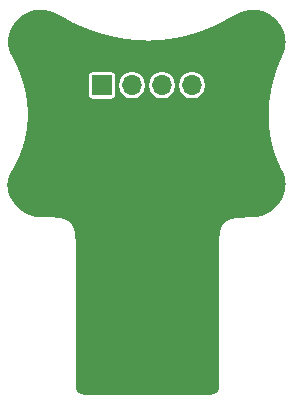
<source format=gbl>
G04 #@! TF.GenerationSoftware,KiCad,Pcbnew,(5.0.0)*
G04 #@! TF.CreationDate,2020-06-17T11:23:20-06:00*
G04 #@! TF.ProjectId,pogoprogC,706F676F70726F67432E6B696361645F,rev?*
G04 #@! TF.SameCoordinates,Original*
G04 #@! TF.FileFunction,Copper,L2,Bot,Signal*
G04 #@! TF.FilePolarity,Positive*
%FSLAX46Y46*%
G04 Gerber Fmt 4.6, Leading zero omitted, Abs format (unit mm)*
G04 Created by KiCad (PCBNEW (5.0.0)) date 06/17/20 11:23:20*
%MOMM*%
%LPD*%
G01*
G04 APERTURE LIST*
G04 #@! TA.AperFunction,ComponentPad*
%ADD10R,1.700000X1.700000*%
G04 #@! TD*
G04 #@! TA.AperFunction,ComponentPad*
%ADD11O,1.700000X1.700000*%
G04 #@! TD*
G04 #@! TA.AperFunction,NonConductor*
%ADD12C,0.254000*%
G04 #@! TD*
G04 APERTURE END LIST*
D10*
G04 #@! TO.P,J1,1*
G04 #@! TO.N,SWCLK*
X168366000Y-131699000D03*
D11*
G04 #@! TO.P,J1,2*
G04 #@! TO.N,SWDIO*
X170906000Y-131699000D03*
G04 #@! TO.P,J1,3*
G04 #@! TO.N,GND*
X173446000Y-131699000D03*
G04 #@! TO.P,J1,4*
G04 #@! TO.N,VDD*
X175986000Y-131699000D03*
G04 #@! TD*
D12*
G36*
X163121056Y-125417405D02*
X163134178Y-125417501D01*
X163147279Y-125417672D01*
X163160243Y-125417914D01*
X163173212Y-125418229D01*
X163186439Y-125418624D01*
X163199380Y-125419083D01*
X163212508Y-125419622D01*
X163225491Y-125420226D01*
X163238539Y-125420907D01*
X163251661Y-125421662D01*
X163264652Y-125422482D01*
X163277769Y-125423381D01*
X163290752Y-125424341D01*
X163303851Y-125425381D01*
X163316917Y-125426489D01*
X163329893Y-125427659D01*
X163343105Y-125428921D01*
X163356043Y-125430226D01*
X163369178Y-125431620D01*
X163382298Y-125433081D01*
X163395217Y-125434589D01*
X163408410Y-125436198D01*
X163421574Y-125437871D01*
X163434505Y-125439582D01*
X163447666Y-125441392D01*
X163460851Y-125443273D01*
X163473817Y-125445189D01*
X163486922Y-125447193D01*
X163500174Y-125449285D01*
X163513188Y-125451407D01*
X163526222Y-125453597D01*
X163539446Y-125455885D01*
X163552512Y-125458211D01*
X163565750Y-125460633D01*
X163578813Y-125463087D01*
X163591901Y-125465611D01*
X163605210Y-125468242D01*
X163618194Y-125470872D01*
X163631521Y-125473636D01*
X163644621Y-125476415D01*
X163657833Y-125479282D01*
X163671030Y-125482208D01*
X163684063Y-125485160D01*
X163697432Y-125488250D01*
X163710617Y-125491359D01*
X163723735Y-125494515D01*
X163737030Y-125497774D01*
X163750364Y-125501104D01*
X163763402Y-125504420D01*
X163776632Y-125507845D01*
X163790070Y-125511385D01*
X163803229Y-125514910D01*
X163816548Y-125518538D01*
X163829811Y-125522210D01*
X163842980Y-125525914D01*
X163856364Y-125529737D01*
X163869721Y-125533611D01*
X163883007Y-125537522D01*
X163896258Y-125541480D01*
X163909642Y-125545535D01*
X163922834Y-125549588D01*
X163936351Y-125553798D01*
X163949652Y-125557996D01*
X163962986Y-125562262D01*
X163976390Y-125566605D01*
X163989863Y-125571026D01*
X164002994Y-125575388D01*
X164016542Y-125579944D01*
X164029972Y-125584515D01*
X164043393Y-125589136D01*
X164056875Y-125593833D01*
X164070149Y-125598509D01*
X164083606Y-125603303D01*
X164097164Y-125608186D01*
X164110546Y-125613057D01*
X164124038Y-125618020D01*
X164137591Y-125623057D01*
X164151120Y-125628136D01*
X164164409Y-125633176D01*
X164178145Y-125638436D01*
X164191578Y-125643630D01*
X164204924Y-125648839D01*
X164218757Y-125654289D01*
X164232130Y-125659606D01*
X164245614Y-125665014D01*
X164259490Y-125670631D01*
X164272977Y-125676137D01*
X164286344Y-125681641D01*
X164300344Y-125687454D01*
X164313597Y-125693002D01*
X164327340Y-125698803D01*
X164341102Y-125704658D01*
X164354602Y-125710447D01*
X164368230Y-125716335D01*
X164381956Y-125722313D01*
X164395750Y-125728363D01*
X164409155Y-125734288D01*
X164423139Y-125740511D01*
X164436622Y-125746556D01*
X164450464Y-125752805D01*
X164464248Y-125759070D01*
X164477884Y-125765310D01*
X164491662Y-125771658D01*
X164505459Y-125778055D01*
X164519015Y-125784381D01*
X164533034Y-125790966D01*
X164546656Y-125797403D01*
X164560666Y-125804065D01*
X164574098Y-125810491D01*
X164588428Y-125817386D01*
X164602126Y-125824016D01*
X164615904Y-125830723D01*
X164629548Y-125837403D01*
X164643820Y-125844429D01*
X164657577Y-125851238D01*
X164671649Y-125858240D01*
X164685308Y-125865073D01*
X164699097Y-125872006D01*
X164713142Y-125879104D01*
X164727083Y-125886186D01*
X164741160Y-125893371D01*
X164754700Y-125900315D01*
X164768925Y-125907646D01*
X164782861Y-125914862D01*
X164796774Y-125922098D01*
X164810814Y-125929433D01*
X164825040Y-125936900D01*
X164839160Y-125944343D01*
X164853345Y-125951852D01*
X164867034Y-125959129D01*
X164881293Y-125966740D01*
X164895164Y-125974174D01*
X164909352Y-125981808D01*
X164923499Y-125989450D01*
X164937404Y-125996990D01*
X164951782Y-126004816D01*
X164965922Y-126012540D01*
X164979844Y-126020174D01*
X164994117Y-126028027D01*
X165008606Y-126036027D01*
X165022523Y-126043738D01*
X165036802Y-126051676D01*
X165050854Y-126059512D01*
X165065326Y-126067609D01*
X165079503Y-126075567D01*
X165093583Y-126083493D01*
X165108145Y-126091717D01*
X165122574Y-126099889D01*
X165136229Y-126107645D01*
X165151313Y-126116237D01*
X165165177Y-126124156D01*
X165179390Y-126132296D01*
X165193489Y-126140392D01*
X165208129Y-126148821D01*
X165222521Y-126157128D01*
X165236974Y-126165490D01*
X165251541Y-126173939D01*
X165265403Y-126181998D01*
X165280606Y-126190856D01*
X165294095Y-126198733D01*
X165309218Y-126207584D01*
X165323480Y-126215948D01*
X165338109Y-126224545D01*
X165352112Y-126232791D01*
X165367382Y-126241800D01*
X165381088Y-126249902D01*
X165395546Y-126258463D01*
X165410261Y-126267193D01*
X165425558Y-126276283D01*
X165439386Y-126284515D01*
X165455203Y-126293946D01*
X165467714Y-126301417D01*
X165483894Y-126311093D01*
X165497908Y-126319486D01*
X165513314Y-126328726D01*
X165527797Y-126337424D01*
X165541539Y-126345688D01*
X165557591Y-126355352D01*
X165571022Y-126363449D01*
X165586521Y-126372803D01*
X165600241Y-126381092D01*
X165615996Y-126390620D01*
X165630721Y-126399535D01*
X165644840Y-126408090D01*
X165661354Y-126418106D01*
X165673938Y-126425745D01*
X165691859Y-126436632D01*
X165703192Y-126443521D01*
X165719166Y-126453239D01*
X165735305Y-126463064D01*
X165750122Y-126472088D01*
X165754079Y-126474500D01*
X165766913Y-126483901D01*
X165777905Y-126489020D01*
X165788253Y-126495327D01*
X165803184Y-126500794D01*
X165817321Y-126507378D01*
X165817656Y-126507622D01*
X165842753Y-126519223D01*
X165867653Y-126530820D01*
X165868052Y-126530918D01*
X165868066Y-126530924D01*
X165868402Y-126531167D01*
X165893239Y-126542560D01*
X165918453Y-126554215D01*
X165918827Y-126554305D01*
X165919141Y-126554531D01*
X165944358Y-126566009D01*
X165969257Y-126577430D01*
X165969590Y-126577509D01*
X165969865Y-126577706D01*
X165994845Y-126588988D01*
X166020054Y-126600462D01*
X166020344Y-126600530D01*
X166020589Y-126600704D01*
X166045646Y-126611932D01*
X166070836Y-126623309D01*
X166071088Y-126623368D01*
X166071303Y-126623519D01*
X166096654Y-126634789D01*
X166121617Y-126645975D01*
X166121831Y-126646024D01*
X166122015Y-126646153D01*
X166147177Y-126657250D01*
X166172388Y-126668458D01*
X166172565Y-126668498D01*
X166172716Y-126668603D01*
X166197983Y-126679656D01*
X166223157Y-126690759D01*
X166223294Y-126690790D01*
X166223409Y-126690869D01*
X166248745Y-126701864D01*
X166273915Y-126712875D01*
X166274013Y-126712897D01*
X166274101Y-126712957D01*
X166299279Y-126723793D01*
X166324663Y-126734809D01*
X166324729Y-126734823D01*
X166324781Y-126734859D01*
X166350183Y-126745702D01*
X166375411Y-126756560D01*
X166375434Y-126756565D01*
X166375458Y-126756581D01*
X166400797Y-126767307D01*
X166426126Y-126778119D01*
X166451513Y-126788776D01*
X166476783Y-126799472D01*
X166476787Y-126799475D01*
X166502272Y-126810082D01*
X166527440Y-126820646D01*
X166527442Y-126820648D01*
X166527524Y-126820682D01*
X166527603Y-126820715D01*
X166527606Y-126820716D01*
X166552773Y-126831101D01*
X166578318Y-126841733D01*
X166578325Y-126841734D01*
X166603498Y-126852033D01*
X166628726Y-126862443D01*
X166628736Y-126862450D01*
X166654335Y-126872831D01*
X166679361Y-126883069D01*
X166679362Y-126883070D01*
X166679408Y-126883088D01*
X166679727Y-126883219D01*
X166679738Y-126883221D01*
X166705043Y-126893394D01*
X166729980Y-126903506D01*
X166729998Y-126903518D01*
X166755546Y-126913696D01*
X166781109Y-126923973D01*
X166781127Y-126923976D01*
X166806136Y-126933852D01*
X166831217Y-126943844D01*
X166831232Y-126943854D01*
X166831751Y-126944057D01*
X166831801Y-126944077D01*
X166831803Y-126944077D01*
X166856932Y-126953910D01*
X166881830Y-126963742D01*
X166881838Y-126963747D01*
X166882115Y-126963855D01*
X166882466Y-126963993D01*
X166882478Y-126963995D01*
X166907476Y-126973688D01*
X166932430Y-126983452D01*
X166932440Y-126983458D01*
X166932762Y-126983582D01*
X166933141Y-126983730D01*
X166933154Y-126983732D01*
X166958064Y-126993302D01*
X166983019Y-127002978D01*
X166983031Y-127002985D01*
X166983421Y-127003133D01*
X166983799Y-127003280D01*
X166983812Y-127003282D01*
X167008713Y-127012760D01*
X167033607Y-127022324D01*
X167033621Y-127022332D01*
X167034076Y-127022503D01*
X167034452Y-127022648D01*
X167034465Y-127022650D01*
X167059309Y-127032017D01*
X167084187Y-127041486D01*
X167084203Y-127041496D01*
X167084745Y-127041698D01*
X167085096Y-127041832D01*
X167085108Y-127041834D01*
X167110085Y-127051162D01*
X167134761Y-127060465D01*
X167134774Y-127060473D01*
X167135205Y-127060633D01*
X167135737Y-127060833D01*
X167135756Y-127060836D01*
X167160592Y-127070023D01*
X167185322Y-127079258D01*
X167185342Y-127079270D01*
X167185993Y-127079508D01*
X167186372Y-127079650D01*
X167186385Y-127079652D01*
X167211203Y-127088743D01*
X167235887Y-127097873D01*
X167235903Y-127097883D01*
X167236435Y-127098076D01*
X167236992Y-127098282D01*
X167237012Y-127098285D01*
X167261699Y-127107240D01*
X167286440Y-127116303D01*
X167286459Y-127116314D01*
X167287066Y-127116532D01*
X167287612Y-127116732D01*
X167287631Y-127116735D01*
X167312314Y-127125599D01*
X167336987Y-127134549D01*
X167337007Y-127134561D01*
X167337664Y-127134795D01*
X167338222Y-127134997D01*
X167338242Y-127135000D01*
X167363094Y-127143836D01*
X167387521Y-127152609D01*
X167387543Y-127152622D01*
X167388271Y-127152878D01*
X167388830Y-127153079D01*
X167388850Y-127153082D01*
X167413536Y-127161771D01*
X167438054Y-127170489D01*
X167438077Y-127170502D01*
X167438815Y-127170759D01*
X167439425Y-127170976D01*
X167439447Y-127170979D01*
X167463961Y-127179520D01*
X167488581Y-127188186D01*
X167488604Y-127188199D01*
X167489334Y-127188451D01*
X167490011Y-127188689D01*
X167490035Y-127188692D01*
X167514707Y-127197200D01*
X167539101Y-127205698D01*
X167539125Y-127205712D01*
X167539883Y-127205971D01*
X167540593Y-127206218D01*
X167540618Y-127206222D01*
X167565038Y-127214554D01*
X167589611Y-127223027D01*
X167589634Y-127223040D01*
X167590370Y-127223288D01*
X167591169Y-127223564D01*
X167591198Y-127223568D01*
X167615771Y-127231865D01*
X167640116Y-127240172D01*
X167640145Y-127240188D01*
X167641057Y-127240493D01*
X167641738Y-127240725D01*
X167641762Y-127240728D01*
X167666162Y-127248878D01*
X167690621Y-127257137D01*
X167690645Y-127257150D01*
X167691399Y-127257399D01*
X167692296Y-127257702D01*
X167692328Y-127257706D01*
X167716704Y-127265761D01*
X167741106Y-127273912D01*
X167741132Y-127273926D01*
X167741949Y-127274193D01*
X167742853Y-127274495D01*
X167742885Y-127274499D01*
X167767400Y-127282512D01*
X167791586Y-127290504D01*
X167791619Y-127290522D01*
X167792662Y-127290859D01*
X167793400Y-127291103D01*
X167793427Y-127291106D01*
X167817630Y-127298930D01*
X167842070Y-127306919D01*
X167842102Y-127306936D01*
X167843090Y-127307252D01*
X167843932Y-127307527D01*
X167843963Y-127307531D01*
X167868459Y-127315360D01*
X167892539Y-127323144D01*
X167892568Y-127323160D01*
X167893474Y-127323446D01*
X167894466Y-127323767D01*
X167894502Y-127323771D01*
X167918827Y-127331459D01*
X167943002Y-127339186D01*
X167943035Y-127339204D01*
X167944074Y-127339529D01*
X167944995Y-127339823D01*
X167945028Y-127339827D01*
X167969118Y-127347353D01*
X167993463Y-127355048D01*
X167993497Y-127355066D01*
X167994551Y-127355392D01*
X167995505Y-127355693D01*
X167995540Y-127355697D01*
X168019823Y-127363196D01*
X168043912Y-127370722D01*
X168043943Y-127370739D01*
X168044914Y-127371035D01*
X168046017Y-127371380D01*
X168046057Y-127371384D01*
X168070277Y-127378777D01*
X168094353Y-127386212D01*
X168094391Y-127386232D01*
X168095556Y-127386583D01*
X168096523Y-127386882D01*
X168096558Y-127386886D01*
X168120626Y-127394145D01*
X168144795Y-127401522D01*
X168144824Y-127401537D01*
X168145718Y-127401803D01*
X168147014Y-127402199D01*
X168147061Y-127402204D01*
X168170986Y-127409334D01*
X168195221Y-127416643D01*
X168195259Y-127416663D01*
X168196423Y-127417006D01*
X168197505Y-127417332D01*
X168197545Y-127417336D01*
X168221589Y-127424414D01*
X168245647Y-127431584D01*
X168245682Y-127431602D01*
X168246763Y-127431916D01*
X168247980Y-127432279D01*
X168248025Y-127432283D01*
X168272025Y-127439262D01*
X168296056Y-127446336D01*
X168296097Y-127446357D01*
X168297345Y-127446715D01*
X168298458Y-127447043D01*
X168298499Y-127447047D01*
X168322658Y-127453984D01*
X168346465Y-127460906D01*
X168346506Y-127460927D01*
X168347760Y-127461282D01*
X168348924Y-127461621D01*
X168348967Y-127461625D01*
X168372930Y-127468419D01*
X168396866Y-127475292D01*
X168396909Y-127475314D01*
X168398227Y-127475683D01*
X168399380Y-127476014D01*
X168399422Y-127476018D01*
X168423447Y-127482742D01*
X168447258Y-127489494D01*
X168447303Y-127489516D01*
X168448654Y-127489889D01*
X168449831Y-127490223D01*
X168449874Y-127490226D01*
X168473936Y-127496875D01*
X168497645Y-127503511D01*
X168497695Y-127503536D01*
X168499195Y-127503945D01*
X168500274Y-127504247D01*
X168500314Y-127504250D01*
X168524199Y-127510762D01*
X168548035Y-127517348D01*
X168548075Y-127517368D01*
X168549268Y-127517689D01*
X168550705Y-127518086D01*
X168550758Y-127518090D01*
X168574546Y-127524490D01*
X168598402Y-127530994D01*
X168598449Y-127531017D01*
X168599851Y-127531389D01*
X168601138Y-127531740D01*
X168601186Y-127531743D01*
X168625072Y-127538083D01*
X168648767Y-127544458D01*
X168648815Y-127544481D01*
X168650253Y-127544857D01*
X168651556Y-127545208D01*
X168651604Y-127545211D01*
X168675506Y-127551468D01*
X168699127Y-127557737D01*
X168699178Y-127557762D01*
X168700695Y-127558154D01*
X168701970Y-127558492D01*
X168702017Y-127558495D01*
X168725751Y-127564622D01*
X168749485Y-127570835D01*
X168749531Y-127570857D01*
X168750905Y-127571207D01*
X168752373Y-127571591D01*
X168752428Y-127571594D01*
X168776078Y-127577613D01*
X168799831Y-127583745D01*
X168799875Y-127583766D01*
X168801165Y-127584090D01*
X168802774Y-127584505D01*
X168802834Y-127584508D01*
X168826321Y-127590401D01*
X168850167Y-127596470D01*
X168850216Y-127596493D01*
X168851667Y-127596852D01*
X168853165Y-127597233D01*
X168853221Y-127597236D01*
X168876862Y-127603081D01*
X168900495Y-127609010D01*
X168900542Y-127609032D01*
X168901939Y-127609372D01*
X168903544Y-127609775D01*
X168903604Y-127609778D01*
X168927183Y-127615522D01*
X168950817Y-127621365D01*
X168950875Y-127621392D01*
X168952565Y-127621797D01*
X168953922Y-127622133D01*
X168953973Y-127622135D01*
X168977597Y-127627804D01*
X169001136Y-127633538D01*
X169001184Y-127633560D01*
X169002584Y-127633891D01*
X169004284Y-127634305D01*
X169004348Y-127634308D01*
X169028004Y-127639898D01*
X169051434Y-127645520D01*
X169051498Y-127645549D01*
X169053358Y-127645982D01*
X169054651Y-127646292D01*
X169054700Y-127646294D01*
X169078347Y-127651796D01*
X169101749Y-127657326D01*
X169101804Y-127657351D01*
X169103396Y-127657716D01*
X169104993Y-127658093D01*
X169105053Y-127658095D01*
X169128507Y-127663466D01*
X169152042Y-127668942D01*
X169152096Y-127668966D01*
X169153667Y-127669320D01*
X169155343Y-127669710D01*
X169155406Y-127669712D01*
X169178924Y-127675012D01*
X169202324Y-127680371D01*
X169202383Y-127680397D01*
X169204100Y-127680778D01*
X169205682Y-127681140D01*
X169205742Y-127681142D01*
X169229292Y-127686364D01*
X169252606Y-127691618D01*
X169252666Y-127691644D01*
X169254409Y-127692024D01*
X169256006Y-127692384D01*
X169256067Y-127692386D01*
X169279343Y-127697461D01*
X169302884Y-127702681D01*
X169302942Y-127702706D01*
X169304596Y-127703061D01*
X169306325Y-127703444D01*
X169306391Y-127703445D01*
X169329892Y-127708484D01*
X169353142Y-127713554D01*
X169353200Y-127713579D01*
X169354866Y-127713930D01*
X169356640Y-127714317D01*
X169356707Y-127714318D01*
X169380053Y-127719239D01*
X169403400Y-127724245D01*
X169403467Y-127724273D01*
X169405367Y-127724667D01*
X169406946Y-127725005D01*
X169407006Y-127725006D01*
X169430221Y-127729813D01*
X169453659Y-127734753D01*
X169453715Y-127734777D01*
X169455311Y-127735102D01*
X169457234Y-127735507D01*
X169457308Y-127735508D01*
X169480707Y-127740268D01*
X169503891Y-127745069D01*
X169503956Y-127745096D01*
X169505810Y-127745466D01*
X169507532Y-127745823D01*
X169507597Y-127745824D01*
X169530939Y-127750487D01*
X169554127Y-127755204D01*
X169554195Y-127755232D01*
X169556135Y-127755612D01*
X169557809Y-127755953D01*
X169557873Y-127755953D01*
X169581147Y-127760518D01*
X169604360Y-127765155D01*
X169604426Y-127765182D01*
X169606279Y-127765539D01*
X169608078Y-127765898D01*
X169608147Y-127765898D01*
X169631412Y-127770375D01*
X169654584Y-127774919D01*
X169654650Y-127774946D01*
X169656505Y-127775296D01*
X169658345Y-127775657D01*
X169658416Y-127775657D01*
X169681583Y-127780030D01*
X169704794Y-127784497D01*
X169704855Y-127784521D01*
X169706584Y-127784841D01*
X169708605Y-127785230D01*
X169708682Y-127785230D01*
X169731862Y-127789521D01*
X169754993Y-127793887D01*
X169755069Y-127793917D01*
X169757201Y-127794304D01*
X169758855Y-127794616D01*
X169758919Y-127794615D01*
X169782040Y-127798810D01*
X169805203Y-127803098D01*
X169805264Y-127803122D01*
X169806971Y-127803425D01*
X169809086Y-127803817D01*
X169809167Y-127803816D01*
X169832319Y-127807932D01*
X169855385Y-127812116D01*
X169855457Y-127812144D01*
X169857465Y-127812494D01*
X169859325Y-127812831D01*
X169859396Y-127812830D01*
X169882350Y-127816826D01*
X169905575Y-127820954D01*
X169905642Y-127820980D01*
X169907497Y-127821296D01*
X169909544Y-127821660D01*
X169909623Y-127821658D01*
X169932678Y-127825587D01*
X169955748Y-127829603D01*
X169955819Y-127829630D01*
X169957775Y-127829956D01*
X169959762Y-127830302D01*
X169959839Y-127830300D01*
X169982807Y-127834129D01*
X170005912Y-127838067D01*
X170005983Y-127838093D01*
X170007941Y-127838412D01*
X170009970Y-127838758D01*
X170010048Y-127838756D01*
X170033239Y-127842537D01*
X170056070Y-127846343D01*
X170056145Y-127846371D01*
X170058213Y-127846701D01*
X170060171Y-127847027D01*
X170060247Y-127847025D01*
X170083088Y-127850665D01*
X170106227Y-127854438D01*
X170106299Y-127854464D01*
X170108285Y-127854773D01*
X170110357Y-127855111D01*
X170110437Y-127855108D01*
X170133386Y-127858681D01*
X170156368Y-127862343D01*
X170156439Y-127862369D01*
X170158394Y-127862666D01*
X170160539Y-127863008D01*
X170160622Y-127863005D01*
X170183537Y-127866488D01*
X170206501Y-127870063D01*
X170206583Y-127870092D01*
X170208822Y-127870424D01*
X170210717Y-127870719D01*
X170210791Y-127870716D01*
X170233826Y-127874132D01*
X170256637Y-127877599D01*
X170256708Y-127877624D01*
X170258653Y-127877905D01*
X170260875Y-127878243D01*
X170260961Y-127878239D01*
X170283778Y-127881539D01*
X170306747Y-127884945D01*
X170306829Y-127884973D01*
X170309055Y-127885287D01*
X170311040Y-127885581D01*
X170311117Y-127885577D01*
X170334145Y-127888822D01*
X170356864Y-127892107D01*
X170356944Y-127892135D01*
X170359109Y-127892432D01*
X170361183Y-127892732D01*
X170361264Y-127892728D01*
X170384146Y-127895868D01*
X170406969Y-127899084D01*
X170407049Y-127899111D01*
X170409230Y-127899402D01*
X170411322Y-127899697D01*
X170411403Y-127899692D01*
X170434266Y-127902745D01*
X170457066Y-127905874D01*
X170457147Y-127905901D01*
X170459329Y-127906184D01*
X170461455Y-127906476D01*
X170461538Y-127906471D01*
X170484335Y-127909431D01*
X170507154Y-127912477D01*
X170507231Y-127912503D01*
X170509302Y-127912764D01*
X170511577Y-127913068D01*
X170511666Y-127913062D01*
X170534423Y-127915933D01*
X170557235Y-127918894D01*
X170557319Y-127918922D01*
X170559573Y-127919198D01*
X170561692Y-127919473D01*
X170561775Y-127919467D01*
X170584416Y-127922239D01*
X170607312Y-127925127D01*
X170607392Y-127925153D01*
X170609529Y-127925407D01*
X170611791Y-127925692D01*
X170611880Y-127925686D01*
X170634785Y-127928405D01*
X170657367Y-127931169D01*
X170657451Y-127931196D01*
X170659717Y-127931457D01*
X170661893Y-127931723D01*
X170661978Y-127931717D01*
X170684776Y-127934339D01*
X170707423Y-127937027D01*
X170707514Y-127937056D01*
X170709942Y-127937326D01*
X170711979Y-127937568D01*
X170712059Y-127937562D01*
X170734793Y-127940092D01*
X170757476Y-127942701D01*
X170757557Y-127942726D01*
X170759715Y-127942958D01*
X170762052Y-127943227D01*
X170762143Y-127943220D01*
X170784982Y-127945677D01*
X170807514Y-127948184D01*
X170807603Y-127948212D01*
X170809988Y-127948460D01*
X170812129Y-127948698D01*
X170812213Y-127948691D01*
X170834692Y-127951026D01*
X170857550Y-127953485D01*
X170857634Y-127953511D01*
X170859861Y-127953734D01*
X170862184Y-127953984D01*
X170862275Y-127953976D01*
X170885086Y-127956260D01*
X170907572Y-127958596D01*
X170907658Y-127958622D01*
X170909941Y-127958842D01*
X170912240Y-127959081D01*
X170912330Y-127959073D01*
X170934889Y-127961248D01*
X170957588Y-127963522D01*
X170957673Y-127963547D01*
X170959924Y-127963756D01*
X170962283Y-127963992D01*
X170962375Y-127963983D01*
X170984887Y-127966071D01*
X171007592Y-127968260D01*
X171007679Y-127968286D01*
X171009982Y-127968491D01*
X171012315Y-127968716D01*
X171012407Y-127968707D01*
X171035017Y-127970719D01*
X171057590Y-127972813D01*
X171057678Y-127972838D01*
X171060004Y-127973036D01*
X171062340Y-127973253D01*
X171062432Y-127973243D01*
X171085017Y-127975170D01*
X171107579Y-127977178D01*
X171107667Y-127977203D01*
X171109999Y-127977393D01*
X171112356Y-127977603D01*
X171112449Y-127977593D01*
X171134984Y-127979431D01*
X171157560Y-127981357D01*
X171157647Y-127981381D01*
X171159937Y-127981559D01*
X171162361Y-127981766D01*
X171162456Y-127981755D01*
X171184888Y-127983502D01*
X171207534Y-127985349D01*
X171207625Y-127985374D01*
X171210023Y-127985552D01*
X171212356Y-127985742D01*
X171212448Y-127985731D01*
X171235043Y-127987406D01*
X171257496Y-127989154D01*
X171257589Y-127989179D01*
X171260007Y-127989349D01*
X171262343Y-127989531D01*
X171262435Y-127989520D01*
X171284978Y-127991106D01*
X171307454Y-127992772D01*
X171307543Y-127992796D01*
X171309884Y-127992952D01*
X171312326Y-127993133D01*
X171312422Y-127993121D01*
X171334925Y-127994621D01*
X171357396Y-127996202D01*
X171357489Y-127996227D01*
X171359920Y-127996380D01*
X171362294Y-127996547D01*
X171362387Y-127996535D01*
X171384782Y-127997944D01*
X171407338Y-127999448D01*
X171407432Y-127999472D01*
X171409861Y-127999616D01*
X171412251Y-127999775D01*
X171412345Y-127999763D01*
X171434826Y-128001093D01*
X171457269Y-128002505D01*
X171457360Y-128002528D01*
X171459718Y-128002659D01*
X171462202Y-128002815D01*
X171462300Y-128002802D01*
X171484801Y-128004049D01*
X171507181Y-128005373D01*
X171507279Y-128005398D01*
X171509825Y-128005530D01*
X171512147Y-128005667D01*
X171512238Y-128005654D01*
X171534797Y-128006821D01*
X171557096Y-128008057D01*
X171557189Y-128008080D01*
X171559595Y-128008195D01*
X171562077Y-128008333D01*
X171562175Y-128008319D01*
X171584387Y-128009385D01*
X171607002Y-128010554D01*
X171607096Y-128010577D01*
X171609538Y-128010685D01*
X171611995Y-128010812D01*
X171612092Y-128010798D01*
X171634565Y-128011792D01*
X171656897Y-128012863D01*
X171656989Y-128012885D01*
X171659371Y-128012981D01*
X171661906Y-128013103D01*
X171662006Y-128013088D01*
X171684245Y-128013988D01*
X171706784Y-128014985D01*
X171706878Y-128015007D01*
X171709303Y-128015096D01*
X171711813Y-128015207D01*
X171711912Y-128015192D01*
X171734232Y-128016011D01*
X171756657Y-128016919D01*
X171756752Y-128016941D01*
X171759206Y-128017022D01*
X171761704Y-128017123D01*
X171761803Y-128017108D01*
X171784308Y-128017849D01*
X171806521Y-128018665D01*
X171806617Y-128018687D01*
X171809101Y-128018760D01*
X171811591Y-128018851D01*
X171811689Y-128018835D01*
X171833895Y-128019484D01*
X171856379Y-128020225D01*
X171856479Y-128020248D01*
X171859044Y-128020313D01*
X171861462Y-128020393D01*
X171861557Y-128020377D01*
X171884003Y-128020949D01*
X171906226Y-128021598D01*
X171906325Y-128021620D01*
X171908862Y-128021675D01*
X171911323Y-128021747D01*
X171911420Y-128021731D01*
X171933911Y-128022219D01*
X171956066Y-128022783D01*
X171956168Y-128022805D01*
X171958776Y-128022852D01*
X171961180Y-128022913D01*
X171961275Y-128022897D01*
X171983512Y-128023296D01*
X172005902Y-128023782D01*
X172005996Y-128023802D01*
X172008401Y-128023836D01*
X172011020Y-128023893D01*
X172011123Y-128023875D01*
X172033352Y-128024190D01*
X172055719Y-128024592D01*
X172055815Y-128024612D01*
X172058279Y-128024638D01*
X172060857Y-128024684D01*
X172060958Y-128024666D01*
X172083203Y-128024898D01*
X172105526Y-128025215D01*
X172105629Y-128025236D01*
X172108243Y-128025253D01*
X172110678Y-128025288D01*
X172110774Y-128025270D01*
X172133151Y-128025420D01*
X172155337Y-128025651D01*
X172155435Y-128025671D01*
X172157923Y-128025678D01*
X172160489Y-128025705D01*
X172160590Y-128025686D01*
X172182690Y-128025750D01*
X172205127Y-128025900D01*
X172205225Y-128025919D01*
X172207720Y-128025917D01*
X172210295Y-128025934D01*
X172210397Y-128025915D01*
X172232809Y-128025895D01*
X172254909Y-128025959D01*
X172255012Y-128025979D01*
X172257629Y-128025967D01*
X172260091Y-128025974D01*
X172260188Y-128025955D01*
X172282443Y-128025852D01*
X172304685Y-128025833D01*
X172304782Y-128025851D01*
X172307251Y-128025830D01*
X172309871Y-128025828D01*
X172309974Y-128025807D01*
X172332117Y-128025622D01*
X172354449Y-128025518D01*
X172354550Y-128025537D01*
X172357118Y-128025506D01*
X172359647Y-128025494D01*
X172359747Y-128025474D01*
X172381924Y-128025204D01*
X172404206Y-128025017D01*
X172404307Y-128025035D01*
X172406843Y-128024995D01*
X172409406Y-128024973D01*
X172409507Y-128024952D01*
X172431755Y-128024597D01*
X172453951Y-128024326D01*
X172454049Y-128024344D01*
X172456532Y-128024295D01*
X172459161Y-128024263D01*
X172459264Y-128024241D01*
X172481490Y-128023803D01*
X172503685Y-128023448D01*
X172503786Y-128023466D01*
X172506344Y-128023406D01*
X172508904Y-128023365D01*
X172509005Y-128023343D01*
X172531067Y-128022825D01*
X172553409Y-128022384D01*
X172553509Y-128022401D01*
X172556017Y-128022333D01*
X172558631Y-128022281D01*
X172558734Y-128022258D01*
X172580953Y-128021652D01*
X172603130Y-128021131D01*
X172603233Y-128021148D01*
X172605818Y-128021068D01*
X172608355Y-128021008D01*
X172608455Y-128020986D01*
X172630549Y-128020299D01*
X172652841Y-128019690D01*
X172652936Y-128019706D01*
X172655334Y-128019622D01*
X172658061Y-128019548D01*
X172658168Y-128019524D01*
X172680364Y-128018750D01*
X172702526Y-128018061D01*
X172702627Y-128018077D01*
X172705168Y-128017979D01*
X172707768Y-128017898D01*
X172707870Y-128017874D01*
X172729900Y-128017023D01*
X172752215Y-128016246D01*
X172752321Y-128016262D01*
X172754967Y-128016150D01*
X172757454Y-128016063D01*
X172757552Y-128016040D01*
X172779774Y-128015097D01*
X172801896Y-128014242D01*
X172801994Y-128014257D01*
X172804456Y-128014143D01*
X172807127Y-128014040D01*
X172807232Y-128014015D01*
X172829375Y-128012991D01*
X172851558Y-128012050D01*
X172851662Y-128012065D01*
X172854274Y-128011934D01*
X172856803Y-128011827D01*
X172856902Y-128011803D01*
X172879102Y-128010693D01*
X172901217Y-128009670D01*
X172901320Y-128009685D01*
X172903898Y-128009546D01*
X172906456Y-128009428D01*
X172906556Y-128009403D01*
X172928612Y-128008216D01*
X172950863Y-128007103D01*
X172950962Y-128007117D01*
X172953440Y-128006974D01*
X172956104Y-128006841D01*
X172956208Y-128006815D01*
X172978387Y-128005537D01*
X173000496Y-128004347D01*
X173000605Y-128004362D01*
X173003326Y-128004195D01*
X173005739Y-128004065D01*
X173005834Y-128004041D01*
X173028066Y-128002675D01*
X173050129Y-128001404D01*
X173050226Y-128001417D01*
X173052635Y-128001260D01*
X173055359Y-128001103D01*
X173055465Y-128001075D01*
X173077431Y-127999643D01*
X173099740Y-127998273D01*
X173099842Y-127998286D01*
X173102399Y-127998110D01*
X173104980Y-127997951D01*
X173105081Y-127997924D01*
X173127171Y-127996400D01*
X173149345Y-127994954D01*
X173149449Y-127994967D01*
X173152033Y-127994779D01*
X173154576Y-127994613D01*
X173154676Y-127994586D01*
X173176874Y-127992970D01*
X173198942Y-127991447D01*
X173199045Y-127991459D01*
X173201596Y-127991264D01*
X173204168Y-127991086D01*
X173204268Y-127991059D01*
X173226367Y-127989365D01*
X173248524Y-127987752D01*
X173248631Y-127987764D01*
X173251292Y-127987550D01*
X173253749Y-127987371D01*
X173253845Y-127987345D01*
X173276199Y-127985546D01*
X173298099Y-127983868D01*
X173298205Y-127983880D01*
X173300842Y-127983658D01*
X173303319Y-127983468D01*
X173303416Y-127983441D01*
X173325471Y-127981583D01*
X173347669Y-127979797D01*
X173347769Y-127979808D01*
X173350263Y-127979588D01*
X173352878Y-127979378D01*
X173352980Y-127979349D01*
X173375036Y-127977407D01*
X173397219Y-127975538D01*
X173397318Y-127975548D01*
X173399776Y-127975322D01*
X173402425Y-127975099D01*
X173402528Y-127975069D01*
X173424611Y-127973041D01*
X173446759Y-127971090D01*
X173446867Y-127971101D01*
X173449542Y-127970845D01*
X173451961Y-127970632D01*
X173452055Y-127970604D01*
X173474195Y-127968485D01*
X173496295Y-127966455D01*
X173496396Y-127966465D01*
X173498885Y-127966217D01*
X173501479Y-127965979D01*
X173501580Y-127965949D01*
X173523764Y-127963741D01*
X173545814Y-127961631D01*
X173545920Y-127961641D01*
X173548551Y-127961369D01*
X173550997Y-127961135D01*
X173551092Y-127961107D01*
X173573223Y-127958819D01*
X173595325Y-127956620D01*
X173595428Y-127956629D01*
X173597971Y-127956356D01*
X173600498Y-127956105D01*
X173600596Y-127956075D01*
X173622793Y-127953697D01*
X173644828Y-127951419D01*
X173644929Y-127951428D01*
X173647438Y-127951149D01*
X173649988Y-127950886D01*
X173650087Y-127950856D01*
X173672042Y-127948419D01*
X173694317Y-127946032D01*
X173694418Y-127946040D01*
X173696907Y-127945754D01*
X173699466Y-127945480D01*
X173699565Y-127945449D01*
X173721748Y-127942902D01*
X173743790Y-127940456D01*
X173743895Y-127940464D01*
X173746488Y-127940156D01*
X173748933Y-127939885D01*
X173749027Y-127939855D01*
X173771219Y-127937222D01*
X173793264Y-127934691D01*
X173793368Y-127934699D01*
X173795940Y-127934384D01*
X173798387Y-127934103D01*
X173798482Y-127934073D01*
X173820506Y-127931375D01*
X173842726Y-127928739D01*
X173842818Y-127928745D01*
X173845088Y-127928458D01*
X173847830Y-127928133D01*
X173847935Y-127928099D01*
X173870019Y-127925310D01*
X173892159Y-127922598D01*
X173892268Y-127922605D01*
X173894965Y-127922254D01*
X173897267Y-127921972D01*
X173897355Y-127921943D01*
X173919529Y-127919057D01*
X173941605Y-127916269D01*
X173941702Y-127916275D01*
X173944083Y-127915956D01*
X173946680Y-127915628D01*
X173946780Y-127915595D01*
X173968780Y-127912647D01*
X173991028Y-127909751D01*
X173991124Y-127909757D01*
X173993492Y-127909431D01*
X173996094Y-127909092D01*
X173996194Y-127909058D01*
X174018249Y-127906019D01*
X174040434Y-127903046D01*
X174040536Y-127903052D01*
X174043060Y-127902694D01*
X174045489Y-127902369D01*
X174045582Y-127902337D01*
X174067773Y-127899194D01*
X174089837Y-127896153D01*
X174089935Y-127896158D01*
X174092358Y-127895805D01*
X174094872Y-127895459D01*
X174094968Y-127895426D01*
X174117004Y-127892220D01*
X174139229Y-127889071D01*
X174139329Y-127889076D01*
X174141781Y-127888710D01*
X174144243Y-127888361D01*
X174144337Y-127888328D01*
X174166335Y-127885042D01*
X174188613Y-127881801D01*
X174188705Y-127881805D01*
X174190960Y-127881460D01*
X174193603Y-127881075D01*
X174193704Y-127881039D01*
X174215803Y-127877654D01*
X174237969Y-127874343D01*
X174238070Y-127874347D01*
X174240571Y-127873954D01*
X174242956Y-127873598D01*
X174243047Y-127873565D01*
X174265256Y-127870078D01*
X174287328Y-127866696D01*
X174287431Y-127866700D01*
X174289974Y-127866291D01*
X174292290Y-127865936D01*
X174292378Y-127865904D01*
X174314590Y-127862330D01*
X174336679Y-127858861D01*
X174336773Y-127858864D01*
X174339104Y-127858480D01*
X174341613Y-127858086D01*
X174341709Y-127858051D01*
X174363700Y-127854428D01*
X174386007Y-127850838D01*
X174386105Y-127850841D01*
X174388521Y-127850434D01*
X174390930Y-127850046D01*
X174391021Y-127850012D01*
X174413301Y-127846255D01*
X174435327Y-127842626D01*
X174435429Y-127842629D01*
X174437933Y-127842197D01*
X174440228Y-127841819D01*
X174440315Y-127841786D01*
X174462492Y-127837961D01*
X174484645Y-127834226D01*
X174484738Y-127834228D01*
X174487032Y-127833823D01*
X174489514Y-127833405D01*
X174489608Y-127833369D01*
X174511653Y-127829482D01*
X174533944Y-127825637D01*
X174534039Y-127825639D01*
X174536376Y-127825218D01*
X174538793Y-127824801D01*
X174538884Y-127824766D01*
X174561015Y-127820778D01*
X174583231Y-127816861D01*
X174583323Y-127816862D01*
X174585601Y-127816443D01*
X174588055Y-127816010D01*
X174588148Y-127815974D01*
X174610227Y-127811910D01*
X174632503Y-127807896D01*
X174632597Y-127807897D01*
X174634917Y-127807461D01*
X174637309Y-127807030D01*
X174637399Y-127806995D01*
X174659612Y-127802820D01*
X174681763Y-127798743D01*
X174681861Y-127798744D01*
X174684275Y-127798281D01*
X174686546Y-127797863D01*
X174686631Y-127797829D01*
X174708804Y-127793576D01*
X174731019Y-127789402D01*
X174731111Y-127789402D01*
X174733369Y-127788960D01*
X174735770Y-127788509D01*
X174735860Y-127788473D01*
X174758021Y-127784137D01*
X174780256Y-127779872D01*
X174780353Y-127779872D01*
X174782753Y-127779393D01*
X174784985Y-127778965D01*
X174785069Y-127778931D01*
X174807398Y-127774475D01*
X174829486Y-127770153D01*
X174829579Y-127770153D01*
X174831874Y-127769686D01*
X174834185Y-127769234D01*
X174834271Y-127769199D01*
X174856473Y-127764683D01*
X174878703Y-127760247D01*
X174878798Y-127760246D01*
X174881159Y-127759757D01*
X174883377Y-127759314D01*
X174883460Y-127759280D01*
X174905709Y-127754668D01*
X174927909Y-127750152D01*
X174927996Y-127750151D01*
X174930152Y-127749696D01*
X174932550Y-127749208D01*
X174932639Y-127749171D01*
X174954755Y-127744501D01*
X174977098Y-127739869D01*
X174977193Y-127739868D01*
X174979540Y-127739363D01*
X174981717Y-127738912D01*
X174981798Y-127738878D01*
X175004014Y-127734100D01*
X175026285Y-127729398D01*
X175026368Y-127729396D01*
X175028413Y-127728948D01*
X175030863Y-127728431D01*
X175030954Y-127728392D01*
X175053058Y-127723553D01*
X175075447Y-127718738D01*
X175075543Y-127718736D01*
X175077911Y-127718208D01*
X175080005Y-127717758D01*
X175080083Y-127717724D01*
X175102451Y-127712740D01*
X175124609Y-127707889D01*
X175124690Y-127707887D01*
X175126707Y-127707430D01*
X175129127Y-127706900D01*
X175129216Y-127706861D01*
X175151428Y-127701826D01*
X175173745Y-127696853D01*
X175173843Y-127696850D01*
X175176269Y-127696291D01*
X175178246Y-127695850D01*
X175178319Y-127695818D01*
X175200576Y-127690685D01*
X175222887Y-127685628D01*
X175222968Y-127685625D01*
X175224973Y-127685155D01*
X175227337Y-127684619D01*
X175227424Y-127684580D01*
X175249726Y-127679351D01*
X175271995Y-127674215D01*
X175272085Y-127674212D01*
X175274317Y-127673680D01*
X175276433Y-127673192D01*
X175276511Y-127673157D01*
X175298834Y-127667836D01*
X175321111Y-127662613D01*
X175321200Y-127662609D01*
X175323412Y-127662073D01*
X175325502Y-127661583D01*
X175325579Y-127661548D01*
X175347855Y-127656151D01*
X175370208Y-127650823D01*
X175370290Y-127650819D01*
X175372332Y-127650316D01*
X175374561Y-127649785D01*
X175374643Y-127649748D01*
X175397042Y-127644233D01*
X175419285Y-127638844D01*
X175419373Y-127638840D01*
X175421556Y-127638294D01*
X175423616Y-127637795D01*
X175423691Y-127637760D01*
X175445981Y-127632186D01*
X175468356Y-127626678D01*
X175468440Y-127626674D01*
X175470541Y-127626141D01*
X175472647Y-127625622D01*
X175472724Y-127625586D01*
X175495087Y-127619907D01*
X175517416Y-127614323D01*
X175517505Y-127614318D01*
X175519707Y-127613750D01*
X175521671Y-127613259D01*
X175521743Y-127613225D01*
X175544129Y-127607452D01*
X175566469Y-127601779D01*
X175566544Y-127601774D01*
X175568418Y-127601283D01*
X175570676Y-127600710D01*
X175570758Y-127600671D01*
X175593030Y-127594841D01*
X175615495Y-127589047D01*
X175615577Y-127589042D01*
X175617615Y-127588501D01*
X175619680Y-127587968D01*
X175619755Y-127587932D01*
X175641985Y-127582026D01*
X175664515Y-127576128D01*
X175664593Y-127576123D01*
X175666535Y-127575599D01*
X175668657Y-127575044D01*
X175668734Y-127575007D01*
X175691220Y-127568945D01*
X175713521Y-127563020D01*
X175713608Y-127563014D01*
X175715772Y-127562422D01*
X175717628Y-127561929D01*
X175717695Y-127561896D01*
X175740134Y-127555759D01*
X175762521Y-127549724D01*
X175762595Y-127549718D01*
X175764441Y-127549206D01*
X175766581Y-127548629D01*
X175766658Y-127548591D01*
X175789057Y-127542377D01*
X175811504Y-127536237D01*
X175811586Y-127536231D01*
X175813624Y-127535658D01*
X175815531Y-127535136D01*
X175815599Y-127535102D01*
X175837865Y-127528837D01*
X175860480Y-127522564D01*
X175860549Y-127522558D01*
X175862263Y-127522069D01*
X175864455Y-127521461D01*
X175864533Y-127521421D01*
X175886955Y-127515026D01*
X175909424Y-127508704D01*
X175909506Y-127508697D01*
X175911557Y-127508104D01*
X175913380Y-127507591D01*
X175913445Y-127507558D01*
X175935969Y-127501045D01*
X175958373Y-127494654D01*
X175958451Y-127494647D01*
X175960405Y-127494074D01*
X175962278Y-127493540D01*
X175962345Y-127493506D01*
X175984810Y-127486921D01*
X176007310Y-127480415D01*
X176007382Y-127480408D01*
X176009190Y-127479871D01*
X176011168Y-127479299D01*
X176011238Y-127479263D01*
X176033660Y-127472603D01*
X176056228Y-127465988D01*
X176056301Y-127465981D01*
X176058127Y-127465432D01*
X176060046Y-127464869D01*
X176060114Y-127464833D01*
X176082524Y-127458089D01*
X176105131Y-127451375D01*
X176105206Y-127451367D01*
X176107093Y-127450792D01*
X176108910Y-127450252D01*
X176108974Y-127450218D01*
X176131628Y-127443311D01*
X176154026Y-127436571D01*
X176154100Y-127436563D01*
X176155947Y-127435993D01*
X176157760Y-127435447D01*
X176157824Y-127435413D01*
X176180275Y-127428480D01*
X176202908Y-127421580D01*
X176202978Y-127421572D01*
X176204752Y-127421017D01*
X176206596Y-127420455D01*
X176206661Y-127420420D01*
X176229276Y-127413348D01*
X176251774Y-127406400D01*
X176251846Y-127406392D01*
X176253665Y-127405816D01*
X176255420Y-127405274D01*
X176255481Y-127405241D01*
X176277983Y-127398115D01*
X176300634Y-127391031D01*
X176300698Y-127391024D01*
X176302314Y-127390506D01*
X176304229Y-127389907D01*
X176304296Y-127389870D01*
X176326631Y-127382710D01*
X176349474Y-127375476D01*
X176349540Y-127375468D01*
X176351199Y-127374929D01*
X176353026Y-127374351D01*
X176353090Y-127374316D01*
X176375736Y-127366966D01*
X176398298Y-127359732D01*
X176398366Y-127359724D01*
X176400074Y-127359163D01*
X176401808Y-127358607D01*
X176401868Y-127358574D01*
X176424458Y-127351153D01*
X176447119Y-127343798D01*
X176447186Y-127343790D01*
X176448889Y-127343224D01*
X176450577Y-127342676D01*
X176450636Y-127342643D01*
X176473203Y-127335141D01*
X176495922Y-127327678D01*
X176495983Y-127327670D01*
X176497532Y-127327149D01*
X176499331Y-127326558D01*
X176499393Y-127326523D01*
X176521988Y-127318923D01*
X176544707Y-127311370D01*
X176544772Y-127311361D01*
X176546412Y-127310803D01*
X176548078Y-127310249D01*
X176548135Y-127310216D01*
X176570698Y-127302537D01*
X176593486Y-127294872D01*
X176593545Y-127294864D01*
X176595035Y-127294351D01*
X176596801Y-127293757D01*
X176596862Y-127293722D01*
X176619518Y-127285922D01*
X176642244Y-127278188D01*
X176642308Y-127278179D01*
X176643939Y-127277611D01*
X176645517Y-127277074D01*
X176645571Y-127277043D01*
X176668203Y-127269162D01*
X176691002Y-127261313D01*
X176691064Y-127261304D01*
X176692644Y-127260747D01*
X176694214Y-127260207D01*
X176694268Y-127260175D01*
X176716882Y-127252211D01*
X176739742Y-127244250D01*
X176739790Y-127244243D01*
X176741008Y-127243809D01*
X176742904Y-127243149D01*
X176742969Y-127243111D01*
X176765629Y-127235041D01*
X176788453Y-127227002D01*
X176788520Y-127226992D01*
X176790231Y-127226376D01*
X176791582Y-127225900D01*
X176791628Y-127225873D01*
X176814394Y-127217674D01*
X176837168Y-127209564D01*
X176837219Y-127209556D01*
X176838517Y-127209084D01*
X176840234Y-127208472D01*
X176840292Y-127208437D01*
X176862996Y-127200172D01*
X176885859Y-127191939D01*
X176885927Y-127191928D01*
X176887662Y-127191289D01*
X176888885Y-127190849D01*
X176888926Y-127190824D01*
X176911811Y-127182401D01*
X176934555Y-127174121D01*
X176934601Y-127174114D01*
X176935780Y-127173675D01*
X176937509Y-127173046D01*
X176937567Y-127173011D01*
X176960289Y-127164559D01*
X176983210Y-127156122D01*
X176983273Y-127156112D01*
X176984903Y-127155499D01*
X176986137Y-127155045D01*
X176986178Y-127155020D01*
X177009228Y-127146354D01*
X177031875Y-127137930D01*
X177031928Y-127137921D01*
X177033294Y-127137402D01*
X177034735Y-127136866D01*
X177034783Y-127136836D01*
X177057570Y-127128179D01*
X177080518Y-127119551D01*
X177080567Y-127119543D01*
X177081824Y-127119060D01*
X177083328Y-127118495D01*
X177083378Y-127118464D01*
X177106017Y-127109773D01*
X177129147Y-127100985D01*
X177129201Y-127100976D01*
X177130593Y-127100436D01*
X177131904Y-127099938D01*
X177131948Y-127099911D01*
X177155044Y-127090952D01*
X177177766Y-127082229D01*
X177177813Y-127082221D01*
X177179032Y-127081743D01*
X177180463Y-127081194D01*
X177180511Y-127081164D01*
X177203188Y-127072278D01*
X177226367Y-127063287D01*
X177226419Y-127063278D01*
X177227761Y-127062747D01*
X177229016Y-127062260D01*
X177229058Y-127062234D01*
X177252085Y-127053118D01*
X177274958Y-127044156D01*
X177275006Y-127044147D01*
X177276254Y-127043648D01*
X177277548Y-127043141D01*
X177277591Y-127043114D01*
X177300603Y-127033913D01*
X177323533Y-127024836D01*
X177323577Y-127024828D01*
X177324709Y-127024371D01*
X177326073Y-127023831D01*
X177326118Y-127023802D01*
X177348862Y-127014619D01*
X177372095Y-127005330D01*
X177372140Y-127005321D01*
X177373304Y-127004846D01*
X177374578Y-127004337D01*
X177374620Y-127004310D01*
X177397596Y-126994941D01*
X177420645Y-126985634D01*
X177420692Y-126985625D01*
X177421897Y-126985129D01*
X177423068Y-126984656D01*
X177423106Y-126984631D01*
X177446096Y-126975164D01*
X177469184Y-126965750D01*
X177469219Y-126965743D01*
X177470137Y-126965361D01*
X177471548Y-126964786D01*
X177471594Y-126964756D01*
X177494444Y-126955256D01*
X177517699Y-126945681D01*
X177517746Y-126945671D01*
X177518982Y-126945152D01*
X177520017Y-126944726D01*
X177520051Y-126944704D01*
X177543147Y-126935009D01*
X177566213Y-126925419D01*
X177566249Y-126925412D01*
X177567176Y-126925019D01*
X177568461Y-126924485D01*
X177568503Y-126924457D01*
X177591556Y-126914689D01*
X177614698Y-126904975D01*
X177614741Y-126904966D01*
X177615880Y-126904479D01*
X177616904Y-126904049D01*
X177616937Y-126904027D01*
X177639988Y-126894167D01*
X177663185Y-126884338D01*
X177663224Y-126884330D01*
X177664247Y-126883888D01*
X177665324Y-126883432D01*
X177665359Y-126883408D01*
X177688473Y-126873430D01*
X177711652Y-126863515D01*
X177711690Y-126863507D01*
X177712692Y-126863070D01*
X177713731Y-126862626D01*
X177713764Y-126862603D01*
X177736949Y-126852501D01*
X177760105Y-126842504D01*
X177760141Y-126842496D01*
X177761090Y-126842079D01*
X177762127Y-126841631D01*
X177762160Y-126841608D01*
X177785231Y-126831463D01*
X177808546Y-126821305D01*
X177808579Y-126821297D01*
X177809460Y-126820906D01*
X177810509Y-126820449D01*
X177810542Y-126820426D01*
X177833701Y-126810150D01*
X177856968Y-126799919D01*
X177857002Y-126799911D01*
X177857911Y-126799504D01*
X177858873Y-126799081D01*
X177858904Y-126799060D01*
X177882086Y-126788680D01*
X177905382Y-126778343D01*
X177905413Y-126778336D01*
X177906228Y-126777968D01*
X177907226Y-126777525D01*
X177907258Y-126777503D01*
X177930356Y-126767069D01*
X177953780Y-126756581D01*
X177953813Y-126756573D01*
X177954684Y-126756176D01*
X177955562Y-126755783D01*
X177955590Y-126755763D01*
X177978868Y-126745154D01*
X178002166Y-126734629D01*
X178002197Y-126734622D01*
X178003014Y-126734246D01*
X178003887Y-126733852D01*
X178003915Y-126733832D01*
X178027233Y-126723111D01*
X178050533Y-126712492D01*
X178050565Y-126712484D01*
X178051406Y-126712094D01*
X178052198Y-126711733D01*
X178052223Y-126711715D01*
X178075663Y-126700844D01*
X178098888Y-126690166D01*
X178098920Y-126690158D01*
X178099775Y-126689758D01*
X178100495Y-126689427D01*
X178100517Y-126689411D01*
X178123777Y-126678530D01*
X178147237Y-126667650D01*
X178147260Y-126667644D01*
X178147864Y-126667359D01*
X178148774Y-126666937D01*
X178148802Y-126666916D01*
X178172040Y-126655953D01*
X178195562Y-126644949D01*
X178195595Y-126644941D01*
X178196505Y-126644508D01*
X178197042Y-126644257D01*
X178197060Y-126644244D01*
X178220662Y-126633013D01*
X178243882Y-126622058D01*
X178243904Y-126622052D01*
X178244484Y-126621774D01*
X178245293Y-126621392D01*
X178245318Y-126621373D01*
X178268566Y-126610218D01*
X178292180Y-126598981D01*
X178292204Y-126598975D01*
X178292854Y-126598660D01*
X178293538Y-126598335D01*
X178293559Y-126598319D01*
X178317035Y-126586960D01*
X178340472Y-126575713D01*
X178340493Y-126575708D01*
X178341047Y-126575437D01*
X178341757Y-126575097D01*
X178341779Y-126575081D01*
X178364989Y-126563756D01*
X178388747Y-126552260D01*
X178388763Y-126552256D01*
X178389191Y-126552045D01*
X178389969Y-126551669D01*
X178389993Y-126551651D01*
X178413471Y-126540101D01*
X178437002Y-126528621D01*
X178437026Y-126528614D01*
X178437682Y-126528289D01*
X178438167Y-126528052D01*
X178438182Y-126528041D01*
X178461726Y-126516363D01*
X178486346Y-126504252D01*
X178486715Y-126503969D01*
X178492606Y-126501048D01*
X178501258Y-126498103D01*
X178517026Y-126488983D01*
X178517040Y-126488978D01*
X178517637Y-126488633D01*
X178534518Y-126480260D01*
X178541752Y-126474683D01*
X178548512Y-126470771D01*
X178548519Y-126470769D01*
X178554927Y-126467061D01*
X178565435Y-126460983D01*
X178565440Y-126460978D01*
X178570006Y-126458336D01*
X178581190Y-126451866D01*
X178581198Y-126451859D01*
X178582903Y-126450872D01*
X178596923Y-126442760D01*
X178596927Y-126442756D01*
X178612622Y-126433674D01*
X178612626Y-126433670D01*
X178625234Y-126426374D01*
X178652525Y-126410581D01*
X178672710Y-126398903D01*
X178680252Y-126394540D01*
X178698875Y-126383770D01*
X178711014Y-126376752D01*
X178729835Y-126365876D01*
X178743189Y-126358161D01*
X178760065Y-126348416D01*
X178777926Y-126338109D01*
X178788967Y-126331741D01*
X178806763Y-126321483D01*
X178820032Y-126313840D01*
X178836556Y-126304328D01*
X178850746Y-126296168D01*
X178866899Y-126286885D01*
X178881444Y-126278535D01*
X178896946Y-126269643D01*
X178912549Y-126260703D01*
X178926834Y-126252528D01*
X178942432Y-126243611D01*
X178956871Y-126235366D01*
X178973099Y-126226112D01*
X178986984Y-126218205D01*
X179002297Y-126209494D01*
X179017483Y-126200870D01*
X179032039Y-126192616D01*
X179047050Y-126184117D01*
X179062337Y-126175476D01*
X179076683Y-126167381D01*
X179092213Y-126158632D01*
X179106316Y-126150702D01*
X179120847Y-126142547D01*
X179136384Y-126133844D01*
X179151170Y-126125578D01*
X179164930Y-126117902D01*
X179180631Y-126109161D01*
X179195205Y-126101065D01*
X179209507Y-126093139D01*
X179223878Y-126085193D01*
X179238956Y-126076876D01*
X179253216Y-126069030D01*
X179268365Y-126060716D01*
X179282564Y-126052944D01*
X179297168Y-126044970D01*
X179311560Y-126037135D01*
X179326411Y-126029073D01*
X179340513Y-126021439D01*
X179354842Y-126013705D01*
X179369949Y-126005576D01*
X179383428Y-125998347D01*
X179398648Y-125990209D01*
X179412530Y-125982809D01*
X179426988Y-125975130D01*
X179441116Y-125967651D01*
X179455639Y-125959989D01*
X179469522Y-125952692D01*
X179484240Y-125944984D01*
X179498593Y-125937495D01*
X179512322Y-125930359D01*
X179526834Y-125922845D01*
X179540925Y-125915579D01*
X179555014Y-125908342D01*
X179569109Y-125901133D01*
X179583338Y-125893886D01*
X179597417Y-125886746D01*
X179611634Y-125879569D01*
X179625208Y-125872746D01*
X179639692Y-125865499D01*
X179653540Y-125858604D01*
X179667732Y-125851570D01*
X179681444Y-125844808D01*
X179695540Y-125837890D01*
X179709545Y-125831053D01*
X179723386Y-125824330D01*
X179737549Y-125817487D01*
X179751279Y-125810888D01*
X179764969Y-125804345D01*
X179779151Y-125797604D01*
X179792756Y-125791173D01*
X179806532Y-125784700D01*
X179820353Y-125778244D01*
X179834233Y-125771798D01*
X179847955Y-125765466D01*
X179861647Y-125759186D01*
X179875543Y-125752853D01*
X179889212Y-125746664D01*
X179902911Y-125740502D01*
X179916461Y-125734447D01*
X179930180Y-125728360D01*
X179943946Y-125722293D01*
X179957471Y-125716374D01*
X179970985Y-125710503D01*
X179984702Y-125704587D01*
X179998315Y-125698760D01*
X180011639Y-125693099D01*
X180025457Y-125687275D01*
X180038870Y-125681665D01*
X180052519Y-125676002D01*
X180065808Y-125670534D01*
X180079469Y-125664959D01*
X180092776Y-125659575D01*
X180106241Y-125654174D01*
X180119879Y-125648751D01*
X180133142Y-125643525D01*
X180146604Y-125638267D01*
X180159874Y-125633135D01*
X180173566Y-125627888D01*
X180186605Y-125622940D01*
X180200167Y-125617843D01*
X180213412Y-125612915D01*
X180226648Y-125608040D01*
X180239854Y-125603228D01*
X180253413Y-125598338D01*
X180266616Y-125593629D01*
X180279872Y-125588952D01*
X180293070Y-125584347D01*
X180306368Y-125579762D01*
X180319628Y-125575242D01*
X180332794Y-125570807D01*
X180345884Y-125566452D01*
X180359085Y-125562113D01*
X180372340Y-125557812D01*
X180385398Y-125553629D01*
X180398512Y-125549482D01*
X180411810Y-125545335D01*
X180424724Y-125541362D01*
X180437979Y-125537342D01*
X180451070Y-125533427D01*
X180464103Y-125529587D01*
X180477229Y-125525777D01*
X180490178Y-125522074D01*
X180503227Y-125518402D01*
X180516432Y-125514745D01*
X180529283Y-125511244D01*
X180542406Y-125507728D01*
X180555366Y-125504316D01*
X180568282Y-125500974D01*
X180581446Y-125497628D01*
X180594238Y-125494437D01*
X180607284Y-125491243D01*
X180620176Y-125488148D01*
X180633120Y-125485102D01*
X180646059Y-125482118D01*
X180659023Y-125479192D01*
X180671920Y-125476341D01*
X180684809Y-125473555D01*
X180697789Y-125470813D01*
X180710491Y-125468192D01*
X180723503Y-125465571D01*
X180736272Y-125463062D01*
X180749134Y-125460600D01*
X180762109Y-125458180D01*
X180774853Y-125455868D01*
X180787743Y-125453594D01*
X180800608Y-125451391D01*
X180813434Y-125449259D01*
X180826186Y-125447207D01*
X180839000Y-125445209D01*
X180851918Y-125443263D01*
X180864649Y-125441411D01*
X180877485Y-125439611D01*
X180890226Y-125437892D01*
X180903025Y-125436233D01*
X180915853Y-125434637D01*
X180928631Y-125433116D01*
X180941409Y-125431665D01*
X180954215Y-125430278D01*
X180966924Y-125428971D01*
X180979754Y-125427720D01*
X180992417Y-125426556D01*
X181005311Y-125425440D01*
X181017983Y-125424414D01*
X181030737Y-125423452D01*
X181043570Y-125422554D01*
X181056369Y-125421730D01*
X181069060Y-125420983D01*
X181081779Y-125420307D01*
X181094652Y-125419695D01*
X181107402Y-125419160D01*
X181120058Y-125418702D01*
X181132893Y-125418309D01*
X181145787Y-125417989D01*
X181158371Y-125417748D01*
X181171165Y-125417577D01*
X181184012Y-125417479D01*
X181196731Y-125417456D01*
X181209600Y-125417507D01*
X181222308Y-125417632D01*
X181235135Y-125417832D01*
X181248000Y-125418109D01*
X181260687Y-125418456D01*
X181273528Y-125418883D01*
X181286380Y-125419387D01*
X181299240Y-125419967D01*
X181311954Y-125420617D01*
X181324889Y-125421354D01*
X181337724Y-125422162D01*
X181350570Y-125423049D01*
X181363385Y-125424010D01*
X181376317Y-125425058D01*
X181389205Y-125426180D01*
X181402103Y-125427382D01*
X181414924Y-125428654D01*
X181427903Y-125430020D01*
X181440829Y-125431460D01*
X181453798Y-125432983D01*
X181466754Y-125434586D01*
X181479724Y-125436269D01*
X181492598Y-125438019D01*
X181505658Y-125439875D01*
X181518690Y-125441808D01*
X181531689Y-125443816D01*
X181544698Y-125445906D01*
X181557804Y-125448094D01*
X181570833Y-125450350D01*
X181583940Y-125452701D01*
X181596952Y-125455117D01*
X181610166Y-125457653D01*
X181623243Y-125460245D01*
X181636405Y-125462936D01*
X181649643Y-125465726D01*
X181662844Y-125468592D01*
X181676043Y-125471540D01*
X181689271Y-125474580D01*
X181702480Y-125477698D01*
X181715753Y-125480916D01*
X181729062Y-125484227D01*
X181742383Y-125487626D01*
X181755669Y-125491101D01*
X181769038Y-125494682D01*
X181782499Y-125498374D01*
X181795839Y-125502119D01*
X181809274Y-125505976D01*
X181822756Y-125509933D01*
X181836140Y-125513948D01*
X181849729Y-125518111D01*
X181863275Y-125522348D01*
X181876667Y-125526623D01*
X181890436Y-125531107D01*
X181903939Y-125535592D01*
X181917580Y-125540211D01*
X181931273Y-125544936D01*
X181944872Y-125549716D01*
X181958627Y-125554641D01*
X181972422Y-125559669D01*
X181986029Y-125564717D01*
X181999864Y-125569938D01*
X182013757Y-125575273D01*
X182027498Y-125580637D01*
X182043696Y-125587072D01*
X182059667Y-125593532D01*
X182075768Y-125600160D01*
X182091563Y-125606776D01*
X182107444Y-125613545D01*
X182123328Y-125620430D01*
X182138997Y-125627337D01*
X182154699Y-125634375D01*
X182170345Y-125641503D01*
X182185832Y-125648675D01*
X182201360Y-125655982D01*
X182216758Y-125663343D01*
X182232240Y-125670863D01*
X182247490Y-125678384D01*
X182262782Y-125686045D01*
X182277938Y-125693752D01*
X182293072Y-125701567D01*
X182308169Y-125709479D01*
X182323168Y-125717457D01*
X182338043Y-125725486D01*
X182353028Y-125733692D01*
X182367807Y-125741904D01*
X182382488Y-125750178D01*
X182397315Y-125758653D01*
X182411855Y-125767083D01*
X182426425Y-125775649D01*
X182440965Y-125784317D01*
X182455311Y-125792988D01*
X182469750Y-125801834D01*
X182484039Y-125810707D01*
X182498276Y-125819670D01*
X182512397Y-125828678D01*
X182526549Y-125837827D01*
X182540619Y-125847044D01*
X182554575Y-125856307D01*
X182568541Y-125865698D01*
X182582329Y-125875091D01*
X182596079Y-125884580D01*
X182609823Y-125894188D01*
X182623469Y-125903849D01*
X182636994Y-125913548D01*
X182650470Y-125923334D01*
X182663907Y-125933216D01*
X182677376Y-125943246D01*
X182690638Y-125953246D01*
X182703830Y-125963317D01*
X182717013Y-125973508D01*
X182730113Y-125983760D01*
X182743162Y-125994098D01*
X182756075Y-126004454D01*
X182768897Y-126014864D01*
X182781788Y-126025458D01*
X182794482Y-126036019D01*
X182807256Y-126046774D01*
X182819753Y-126057424D01*
X182832340Y-126068281D01*
X182844784Y-126079145D01*
X182857210Y-126090124D01*
X182869452Y-126101071D01*
X182881700Y-126112153D01*
X182893867Y-126123295D01*
X182905957Y-126134498D01*
X182917996Y-126145789D01*
X182929945Y-126157128D01*
X182941787Y-126168500D01*
X182953613Y-126179993D01*
X182965339Y-126191522D01*
X182977016Y-126203142D01*
X182988597Y-126214803D01*
X182999963Y-126226383D01*
X183011488Y-126238265D01*
X183022848Y-126250117D01*
X183034186Y-126262086D01*
X183045324Y-126273984D01*
X183056400Y-126285956D01*
X183067485Y-126298083D01*
X183078492Y-126310265D01*
X183089289Y-126322359D01*
X183100091Y-126334603D01*
X183110953Y-126347062D01*
X183121509Y-126359315D01*
X183132142Y-126371805D01*
X183142575Y-126384208D01*
X183152944Y-126396683D01*
X183163419Y-126409439D01*
X183173662Y-126422063D01*
X183183812Y-126434724D01*
X183193944Y-126447515D01*
X183203943Y-126460295D01*
X183213953Y-126473245D01*
X183223740Y-126486061D01*
X183233576Y-126499100D01*
X183243260Y-126512096D01*
X183252861Y-126525141D01*
X183262434Y-126538310D01*
X183271869Y-126551450D01*
X183281279Y-126564721D01*
X183290520Y-126577917D01*
X183299718Y-126591220D01*
X183308975Y-126604778D01*
X183317918Y-126618044D01*
X183326943Y-126631605D01*
X183335708Y-126644941D01*
X183344542Y-126658561D01*
X183353317Y-126672265D01*
X183361912Y-126685867D01*
X183370472Y-126699591D01*
X183378931Y-126713332D01*
X183387261Y-126727047D01*
X183395527Y-126740840D01*
X183403798Y-126754827D01*
X183411914Y-126768744D01*
X183419901Y-126782625D01*
X183427855Y-126796642D01*
X183435719Y-126810695D01*
X183443509Y-126824811D01*
X183451174Y-126838899D01*
X183458770Y-126853060D01*
X183466233Y-126867174D01*
X183473695Y-126881492D01*
X183481029Y-126895772D01*
X183488239Y-126910021D01*
X183495430Y-126924444D01*
X183502459Y-126938757D01*
X183509452Y-126953215D01*
X183516363Y-126967723D01*
X183523165Y-126982226D01*
X183529853Y-126996713D01*
X183536471Y-127011279D01*
X183542996Y-127025871D01*
X183549461Y-127040566D01*
X183555785Y-127055180D01*
X183562039Y-127069874D01*
X183568217Y-127084634D01*
X183574306Y-127099434D01*
X183580248Y-127114130D01*
X183586157Y-127129002D01*
X183591989Y-127143945D01*
X183597634Y-127158672D01*
X183603277Y-127173664D01*
X183608816Y-127188656D01*
X183614193Y-127203490D01*
X183619581Y-127218638D01*
X183624793Y-127233585D01*
X183629969Y-127248721D01*
X183635003Y-127263743D01*
X183639956Y-127278830D01*
X183644827Y-127293981D01*
X183649616Y-127309198D01*
X183654286Y-127324361D01*
X183658869Y-127339577D01*
X183663312Y-127354664D01*
X183667728Y-127370002D01*
X183672035Y-127385325D01*
X183676234Y-127400625D01*
X183680340Y-127415957D01*
X183684311Y-127431166D01*
X183688278Y-127446751D01*
X183692056Y-127461991D01*
X183695778Y-127477421D01*
X183699427Y-127492974D01*
X183702911Y-127508249D01*
X183706366Y-127523847D01*
X183709695Y-127539341D01*
X183712915Y-127554797D01*
X183716053Y-127570355D01*
X183719085Y-127585888D01*
X183722020Y-127601450D01*
X183724835Y-127616908D01*
X183727597Y-127632641D01*
X183730226Y-127648188D01*
X183732771Y-127663854D01*
X183735210Y-127679496D01*
X183737542Y-127695098D01*
X183739785Y-127710798D01*
X183741928Y-127726505D01*
X183743957Y-127742126D01*
X183745894Y-127757829D01*
X183747726Y-127773509D01*
X183749474Y-127789357D01*
X183751096Y-127804977D01*
X183752634Y-127820798D01*
X183754054Y-127836429D01*
X183755389Y-127852293D01*
X183756618Y-127868098D01*
X183757738Y-127883831D01*
X183758763Y-127899685D01*
X183759678Y-127915430D01*
X183760496Y-127931308D01*
X183761209Y-127947151D01*
X183761812Y-127962819D01*
X183762319Y-127978716D01*
X183762719Y-127994523D01*
X183763019Y-128010511D01*
X183763210Y-128026293D01*
X183763299Y-128042206D01*
X183763282Y-128057984D01*
X183763161Y-128073859D01*
X183762933Y-128089731D01*
X183762599Y-128105690D01*
X183762162Y-128121522D01*
X183761618Y-128137436D01*
X183760969Y-128153275D01*
X183760213Y-128169149D01*
X183759350Y-128185051D01*
X183758380Y-128200956D01*
X183757303Y-128216853D01*
X183756124Y-128232686D01*
X183754831Y-128248597D01*
X183753426Y-128264558D01*
X183751931Y-128280335D01*
X183750300Y-128296385D01*
X183748607Y-128312003D01*
X183746758Y-128328045D01*
X183744810Y-128343989D01*
X183742771Y-128359791D01*
X183740606Y-128375729D01*
X183738329Y-128391664D01*
X183735962Y-128407467D01*
X183733477Y-128423316D01*
X183730874Y-128439212D01*
X183728166Y-128455071D01*
X183725338Y-128470974D01*
X183722411Y-128486810D01*
X183719366Y-128502675D01*
X183716210Y-128518530D01*
X183712948Y-128534343D01*
X183709560Y-128550223D01*
X183706081Y-128565997D01*
X183702485Y-128581784D01*
X183698767Y-128597607D01*
X183694928Y-128613453D01*
X183690993Y-128629217D01*
X183686919Y-128645076D01*
X183682785Y-128660719D01*
X183678469Y-128676604D01*
X183674074Y-128692350D01*
X183669564Y-128708087D01*
X183664924Y-128723867D01*
X183660186Y-128739576D01*
X183655309Y-128755347D01*
X183650338Y-128771040D01*
X183645302Y-128786563D01*
X183640022Y-128802465D01*
X183634711Y-128818095D01*
X183629282Y-128833714D01*
X183623688Y-128849457D01*
X183618034Y-128865024D01*
X183612205Y-128880733D01*
X183606309Y-128896294D01*
X183600278Y-128911880D01*
X183594099Y-128927527D01*
X183587901Y-128942910D01*
X183581401Y-128958722D01*
X183574928Y-128974166D01*
X183569705Y-128986387D01*
X183561087Y-129004875D01*
X183560791Y-129005282D01*
X183549272Y-129030223D01*
X183538376Y-129053597D01*
X183538360Y-129053620D01*
X183538049Y-129054301D01*
X183537668Y-129055117D01*
X183537660Y-129055150D01*
X183526961Y-129078530D01*
X183516176Y-129101881D01*
X183516158Y-129101906D01*
X183515817Y-129102657D01*
X183515412Y-129103535D01*
X183515404Y-129103570D01*
X183504858Y-129126830D01*
X183494203Y-129150114D01*
X183494180Y-129150146D01*
X183493751Y-129151102D01*
X183493385Y-129151901D01*
X183493377Y-129151933D01*
X183482909Y-129175240D01*
X183472454Y-129198302D01*
X183472432Y-129198333D01*
X183472027Y-129199242D01*
X183471586Y-129200216D01*
X183471577Y-129200255D01*
X183461280Y-129223399D01*
X183450934Y-129246435D01*
X183450911Y-129246468D01*
X183450471Y-129247467D01*
X183450014Y-129248484D01*
X183450005Y-129248525D01*
X183439822Y-129271632D01*
X183429640Y-129294518D01*
X183429612Y-129294558D01*
X183429091Y-129295751D01*
X183428670Y-129296698D01*
X183428661Y-129296736D01*
X183418610Y-129319767D01*
X183408567Y-129342556D01*
X183408540Y-129342595D01*
X183408043Y-129343745D01*
X183407552Y-129344859D01*
X183407542Y-129344904D01*
X183397612Y-129367877D01*
X183387722Y-129390536D01*
X183387691Y-129390582D01*
X183387111Y-129391936D01*
X183386658Y-129392975D01*
X183386649Y-129393017D01*
X183376872Y-129415860D01*
X183367097Y-129438474D01*
X183367067Y-129438518D01*
X183366523Y-129439801D01*
X183365989Y-129441037D01*
X183365978Y-129441087D01*
X183356323Y-129463870D01*
X183346698Y-129486357D01*
X183346668Y-129486401D01*
X183346149Y-129487639D01*
X183345546Y-129489048D01*
X183345535Y-129489102D01*
X183336068Y-129511662D01*
X183326522Y-129534185D01*
X183326491Y-129534232D01*
X183325921Y-129535605D01*
X183325326Y-129537008D01*
X183325314Y-129537064D01*
X183315979Y-129559535D01*
X183306567Y-129581964D01*
X183306533Y-129582016D01*
X183305913Y-129583525D01*
X183305330Y-129584913D01*
X183305319Y-129584969D01*
X183296071Y-129607457D01*
X183286833Y-129629693D01*
X183286798Y-129629746D01*
X183286166Y-129631300D01*
X183285556Y-129632767D01*
X183285544Y-129632826D01*
X183276443Y-129655186D01*
X183267321Y-129677368D01*
X183267284Y-129677424D01*
X183266631Y-129679045D01*
X183266003Y-129680572D01*
X183265991Y-129680634D01*
X183257010Y-129702926D01*
X183248028Y-129724992D01*
X183247992Y-129725048D01*
X183247348Y-129726664D01*
X183246672Y-129728324D01*
X183246659Y-129728391D01*
X183237842Y-129750506D01*
X183228956Y-129772562D01*
X183228916Y-129772625D01*
X183228201Y-129774436D01*
X183227563Y-129776021D01*
X183227551Y-129776085D01*
X183218810Y-129798241D01*
X183210100Y-129820087D01*
X183210063Y-129820145D01*
X183209407Y-129821827D01*
X183208674Y-129823664D01*
X183208660Y-129823739D01*
X183200133Y-129845582D01*
X183191469Y-129867544D01*
X183191426Y-129867612D01*
X183190675Y-129869557D01*
X183190003Y-129871260D01*
X183189990Y-129871329D01*
X183181452Y-129893438D01*
X183173050Y-129914962D01*
X183173008Y-129915029D01*
X183172278Y-129916939D01*
X183171553Y-129918797D01*
X183171540Y-129918873D01*
X183163259Y-129940546D01*
X183154849Y-129962323D01*
X183154807Y-129962391D01*
X183154076Y-129964324D01*
X183153320Y-129966283D01*
X183153306Y-129966363D01*
X183145118Y-129988032D01*
X183136868Y-130009627D01*
X183136824Y-130009697D01*
X183136073Y-130011707D01*
X183135306Y-130013714D01*
X183135292Y-130013796D01*
X183127175Y-130035513D01*
X183119101Y-130056879D01*
X183119056Y-130056953D01*
X183118276Y-130059062D01*
X183117509Y-130061093D01*
X183117495Y-130061176D01*
X183109570Y-130082618D01*
X183101549Y-130104077D01*
X183101504Y-130104152D01*
X183100728Y-130106274D01*
X183099929Y-130108413D01*
X183099915Y-130108500D01*
X183092078Y-130129943D01*
X183084214Y-130151220D01*
X183084164Y-130151302D01*
X183083323Y-130153631D01*
X183082564Y-130155683D01*
X183082551Y-130155767D01*
X183074792Y-130177240D01*
X183067090Y-130198314D01*
X183067041Y-130198395D01*
X183066224Y-130200683D01*
X183065416Y-130202893D01*
X183065402Y-130202984D01*
X183057818Y-130224214D01*
X183050182Y-130245348D01*
X183050132Y-130245432D01*
X183049295Y-130247802D01*
X183048480Y-130250058D01*
X183048466Y-130250150D01*
X183040931Y-130271490D01*
X183033488Y-130292328D01*
X183033436Y-130292416D01*
X183032576Y-130294881D01*
X183031761Y-130297162D01*
X183031747Y-130297255D01*
X183024423Y-130318243D01*
X183017003Y-130339258D01*
X183016952Y-130339345D01*
X183016109Y-130341791D01*
X183015254Y-130344211D01*
X183015240Y-130344310D01*
X183007988Y-130365340D01*
X183000734Y-130386125D01*
X183000682Y-130386215D01*
X182999823Y-130388735D01*
X182998962Y-130391203D01*
X182998948Y-130391304D01*
X182991789Y-130412311D01*
X182984676Y-130432937D01*
X182984620Y-130433035D01*
X182983696Y-130435781D01*
X182982881Y-130438143D01*
X182982868Y-130438240D01*
X182975852Y-130459081D01*
X182968823Y-130479708D01*
X182968769Y-130479802D01*
X182967901Y-130482413D01*
X182967012Y-130485021D01*
X182966998Y-130485128D01*
X182960128Y-130505787D01*
X182953184Y-130526413D01*
X182953131Y-130526507D01*
X182952273Y-130529120D01*
X182951354Y-130531849D01*
X182951340Y-130531961D01*
X182944557Y-130552610D01*
X182937759Y-130573054D01*
X182937701Y-130573157D01*
X182936774Y-130576015D01*
X182935907Y-130578622D01*
X182935894Y-130578729D01*
X182929201Y-130599363D01*
X182922538Y-130619648D01*
X182922480Y-130619752D01*
X182921560Y-130622624D01*
X182920670Y-130625334D01*
X182920656Y-130625445D01*
X182914097Y-130645927D01*
X182907525Y-130666187D01*
X182907468Y-130666290D01*
X182906566Y-130669143D01*
X182905643Y-130671988D01*
X182905629Y-130672105D01*
X182899207Y-130692416D01*
X182892720Y-130712667D01*
X182892660Y-130712778D01*
X182891712Y-130715816D01*
X182890824Y-130718588D01*
X182890811Y-130718703D01*
X182884479Y-130738991D01*
X182878122Y-130759094D01*
X182878068Y-130759194D01*
X182877220Y-130761948D01*
X182876214Y-130765128D01*
X182876200Y-130765259D01*
X182869995Y-130785400D01*
X182863737Y-130805451D01*
X182863673Y-130805570D01*
X182862680Y-130808836D01*
X182861811Y-130811621D01*
X182861799Y-130811736D01*
X182855672Y-130831890D01*
X182849549Y-130851765D01*
X182849492Y-130851873D01*
X182848607Y-130854823D01*
X182847617Y-130858037D01*
X182847603Y-130858170D01*
X182841627Y-130878095D01*
X182835571Y-130898016D01*
X182835508Y-130898136D01*
X182834537Y-130901418D01*
X182833626Y-130904415D01*
X182833614Y-130904539D01*
X182827749Y-130924361D01*
X182821794Y-130944215D01*
X182821737Y-130944325D01*
X182820864Y-130947315D01*
X182819844Y-130950717D01*
X182819831Y-130950858D01*
X182814023Y-130970758D01*
X182808231Y-130990337D01*
X182808164Y-130990466D01*
X182807152Y-130993982D01*
X182806265Y-130996981D01*
X182806254Y-130997105D01*
X182800567Y-131016866D01*
X182794859Y-131036426D01*
X182794799Y-131036543D01*
X182793896Y-131039726D01*
X182792892Y-131043166D01*
X182792880Y-131043308D01*
X182787343Y-131062823D01*
X182781697Y-131082443D01*
X182781633Y-131082569D01*
X182780678Y-131085983D01*
X182779722Y-131089306D01*
X182779710Y-131089443D01*
X182774243Y-131108994D01*
X182768736Y-131128404D01*
X182768673Y-131128529D01*
X182767746Y-131131893D01*
X182766757Y-131135378D01*
X182766745Y-131135522D01*
X182761398Y-131154923D01*
X182755978Y-131174303D01*
X182755916Y-131174428D01*
X182755000Y-131177799D01*
X182753993Y-131181401D01*
X182753982Y-131181549D01*
X182748743Y-131200836D01*
X182743422Y-131220141D01*
X182743355Y-131220277D01*
X182742376Y-131223935D01*
X182741433Y-131227357D01*
X182741423Y-131227498D01*
X182736254Y-131246816D01*
X182731062Y-131265932D01*
X182730996Y-131266066D01*
X182730049Y-131269660D01*
X182729074Y-131273249D01*
X182729064Y-131273398D01*
X182724018Y-131292544D01*
X182718903Y-131311659D01*
X182718839Y-131311792D01*
X182717912Y-131315365D01*
X182716915Y-131319090D01*
X182716905Y-131319244D01*
X182711955Y-131338318D01*
X182706948Y-131357317D01*
X182706881Y-131357457D01*
X182705924Y-131361203D01*
X182704957Y-131364872D01*
X182704948Y-131365024D01*
X182700111Y-131383955D01*
X182695188Y-131402923D01*
X182695121Y-131403065D01*
X182694171Y-131406841D01*
X182693199Y-131410588D01*
X182693190Y-131410744D01*
X182688403Y-131429782D01*
X182683629Y-131448466D01*
X182683563Y-131448606D01*
X182682634Y-131452359D01*
X182681641Y-131456246D01*
X182681632Y-131456406D01*
X182676969Y-131475248D01*
X182672267Y-131493945D01*
X182672195Y-131494100D01*
X182671188Y-131498236D01*
X182670281Y-131501843D01*
X182670274Y-131501993D01*
X182665736Y-131520632D01*
X182661096Y-131539378D01*
X182661030Y-131539522D01*
X182660116Y-131543338D01*
X182659118Y-131547371D01*
X182659110Y-131547539D01*
X182654621Y-131566285D01*
X182650129Y-131584738D01*
X182650059Y-131584891D01*
X182649105Y-131588944D01*
X182648153Y-131592853D01*
X182648146Y-131593015D01*
X182643802Y-131611466D01*
X182639353Y-131630043D01*
X182639286Y-131630192D01*
X182638374Y-131634134D01*
X182637385Y-131638262D01*
X182637378Y-131638433D01*
X182633111Y-131656867D01*
X182628775Y-131675282D01*
X182628707Y-131675435D01*
X182627786Y-131679485D01*
X182626813Y-131683616D01*
X182626807Y-131683787D01*
X182622649Y-131702065D01*
X182618391Y-131720462D01*
X182618323Y-131720615D01*
X182617419Y-131724661D01*
X182616437Y-131728902D01*
X182616432Y-131729078D01*
X182612347Y-131747351D01*
X182608201Y-131765576D01*
X182608131Y-131765737D01*
X182607201Y-131769974D01*
X182606256Y-131774128D01*
X182606251Y-131774300D01*
X182602269Y-131792443D01*
X182598203Y-131810636D01*
X182598132Y-131810799D01*
X182597210Y-131815076D01*
X182596268Y-131819292D01*
X182596264Y-131819468D01*
X182592332Y-131837713D01*
X182588400Y-131855628D01*
X182588329Y-131855793D01*
X182587415Y-131860112D01*
X182586475Y-131864396D01*
X182586471Y-131864574D01*
X182582625Y-131882756D01*
X182578789Y-131900557D01*
X182578717Y-131900727D01*
X182577791Y-131905188D01*
X182576875Y-131909439D01*
X182576872Y-131909615D01*
X182573166Y-131927473D01*
X182569367Y-131945430D01*
X182569297Y-131945597D01*
X182568407Y-131949970D01*
X182567467Y-131954412D01*
X182567465Y-131954596D01*
X182563795Y-131972620D01*
X182560140Y-131990231D01*
X182560069Y-131990402D01*
X182559174Y-131994882D01*
X182558252Y-131999327D01*
X182558250Y-131999511D01*
X182554720Y-132017192D01*
X182551100Y-132034976D01*
X182551027Y-132035153D01*
X182550124Y-132039767D01*
X182549227Y-132044174D01*
X182549226Y-132044357D01*
X182545754Y-132062102D01*
X182542249Y-132079660D01*
X182542179Y-132079832D01*
X182541320Y-132084311D01*
X182540393Y-132088956D01*
X182540393Y-132089149D01*
X182537017Y-132106760D01*
X182533590Y-132124273D01*
X182533518Y-132124453D01*
X182532638Y-132129139D01*
X182531749Y-132133684D01*
X182531750Y-132133872D01*
X182528452Y-132151438D01*
X182525118Y-132168826D01*
X182525047Y-132169006D01*
X182524188Y-132173680D01*
X182523295Y-132178338D01*
X182523296Y-132178531D01*
X182520084Y-132196010D01*
X182516835Y-132213313D01*
X182516764Y-132213495D01*
X182515927Y-132218150D01*
X182515029Y-132222935D01*
X182515031Y-132223131D01*
X182511927Y-132240390D01*
X182508738Y-132257743D01*
X182508666Y-132257928D01*
X182507824Y-132262717D01*
X182506952Y-132267460D01*
X182506955Y-132267657D01*
X182503906Y-132284995D01*
X182500829Y-132302101D01*
X182500759Y-132302284D01*
X182499946Y-132307013D01*
X182499063Y-132311922D01*
X182499067Y-132312125D01*
X182496123Y-132329247D01*
X182493107Y-132346392D01*
X182493034Y-132346585D01*
X182492197Y-132351566D01*
X182491360Y-132356326D01*
X182491364Y-132356523D01*
X182488476Y-132373718D01*
X182485567Y-132390631D01*
X182485495Y-132390824D01*
X182484683Y-132395775D01*
X182483844Y-132400653D01*
X182483849Y-132400856D01*
X182481070Y-132417797D01*
X182478214Y-132434800D01*
X182478145Y-132434985D01*
X182477387Y-132439721D01*
X182476513Y-132444923D01*
X182476519Y-132445136D01*
X182473819Y-132461996D01*
X182471047Y-132478896D01*
X182470974Y-132479095D01*
X182470176Y-132484207D01*
X182469368Y-132489130D01*
X182469375Y-132489334D01*
X182466763Y-132506061D01*
X182464060Y-132522936D01*
X182463989Y-132523132D01*
X182463224Y-132528154D01*
X182462407Y-132533258D01*
X182462415Y-132533470D01*
X182459825Y-132550478D01*
X182457261Y-132566899D01*
X182457189Y-132567100D01*
X182456423Y-132572262D01*
X182455631Y-132577335D01*
X182455640Y-132577545D01*
X182453186Y-132594086D01*
X182450641Y-132610804D01*
X182450569Y-132611007D01*
X182449819Y-132616201D01*
X182449037Y-132621337D01*
X182449047Y-132621550D01*
X182446636Y-132638243D01*
X182444204Y-132654641D01*
X182444132Y-132654846D01*
X182443394Y-132660099D01*
X182442627Y-132665270D01*
X182442638Y-132665484D01*
X182440315Y-132682019D01*
X182437947Y-132698415D01*
X182437876Y-132698621D01*
X182437156Y-132703891D01*
X182436398Y-132709142D01*
X182436409Y-132709359D01*
X182434163Y-132725810D01*
X182431872Y-132742117D01*
X182431800Y-132742328D01*
X182431085Y-132747718D01*
X182430351Y-132752943D01*
X182430363Y-132753159D01*
X182428189Y-132769551D01*
X182425975Y-132785760D01*
X182425904Y-132785972D01*
X182425211Y-132791358D01*
X182424484Y-132796679D01*
X182424497Y-132796899D01*
X182422404Y-132813162D01*
X182420259Y-132829333D01*
X182420190Y-132829541D01*
X182419529Y-132834839D01*
X182418798Y-132840347D01*
X182418813Y-132840574D01*
X182416796Y-132856725D01*
X182414723Y-132872830D01*
X182414653Y-132873045D01*
X182413990Y-132878524D01*
X182413292Y-132883950D01*
X182413307Y-132884173D01*
X182411370Y-132900197D01*
X182409363Y-132916269D01*
X182409293Y-132916486D01*
X182408648Y-132922000D01*
X182407964Y-132927478D01*
X182407980Y-132927705D01*
X182406105Y-132943735D01*
X182404181Y-132959641D01*
X182404112Y-132959858D01*
X182403489Y-132965365D01*
X182402815Y-132970940D01*
X182402833Y-132971170D01*
X182401031Y-132987103D01*
X182399178Y-133002937D01*
X182399108Y-133003159D01*
X182398492Y-133008799D01*
X182397844Y-133014338D01*
X182397862Y-133014566D01*
X182396118Y-133030537D01*
X182394350Y-133046169D01*
X182394280Y-133046395D01*
X182393677Y-133052122D01*
X182393050Y-133057665D01*
X182393069Y-133057893D01*
X182391406Y-133073687D01*
X182389697Y-133089337D01*
X182389628Y-133089562D01*
X182389051Y-133095249D01*
X182388432Y-133100920D01*
X182388453Y-133101154D01*
X182386866Y-133116801D01*
X182385220Y-133132433D01*
X182385152Y-133132657D01*
X182384600Y-133138319D01*
X182383990Y-133144110D01*
X182384012Y-133144348D01*
X182382492Y-133159936D01*
X182380918Y-133175456D01*
X182380849Y-133175687D01*
X182380302Y-133181527D01*
X182379724Y-133187229D01*
X182379746Y-133187463D01*
X182378287Y-133203051D01*
X182376789Y-133218415D01*
X182376721Y-133218645D01*
X182376199Y-133224457D01*
X182375632Y-133230275D01*
X182375656Y-133230514D01*
X182374271Y-133245943D01*
X182372833Y-133261304D01*
X182372765Y-133261538D01*
X182372258Y-133267442D01*
X182371714Y-133273254D01*
X182371739Y-133273493D01*
X182370423Y-133288820D01*
X182369049Y-133304127D01*
X182368983Y-133304359D01*
X182368511Y-133310119D01*
X182367969Y-133316163D01*
X182367995Y-133316409D01*
X182366746Y-133331648D01*
X182365440Y-133346872D01*
X182365373Y-133347108D01*
X182364908Y-133353061D01*
X182364398Y-133359004D01*
X182364425Y-133359248D01*
X182363234Y-133374507D01*
X182362001Y-133389547D01*
X182361935Y-133389785D01*
X182361490Y-133395787D01*
X182360999Y-133401772D01*
X182361027Y-133402017D01*
X182359903Y-133417161D01*
X182358732Y-133432160D01*
X182358666Y-133432402D01*
X182358239Y-133438478D01*
X182357771Y-133444468D01*
X182357800Y-133444713D01*
X182356752Y-133459615D01*
X182355632Y-133474703D01*
X182355569Y-133474939D01*
X182355176Y-133480853D01*
X182354713Y-133487091D01*
X182354744Y-133487347D01*
X182353755Y-133502232D01*
X182352705Y-133517164D01*
X182352640Y-133517410D01*
X182352254Y-133523581D01*
X182351827Y-133529651D01*
X182351859Y-133529899D01*
X182350923Y-133544854D01*
X182349945Y-133559566D01*
X182349882Y-133559808D01*
X182349527Y-133565850D01*
X182349110Y-133572132D01*
X182349143Y-133572388D01*
X182348287Y-133586985D01*
X182347354Y-133601890D01*
X182347290Y-133602139D01*
X182346948Y-133608378D01*
X182346562Y-133614546D01*
X182346596Y-133614798D01*
X182345779Y-133629691D01*
X182344931Y-133644147D01*
X182344868Y-133644396D01*
X182344551Y-133650617D01*
X182344183Y-133656885D01*
X182344218Y-133657141D01*
X182343480Y-133671635D01*
X182342674Y-133686332D01*
X182342613Y-133686578D01*
X182342323Y-133692741D01*
X182341971Y-133699156D01*
X182342008Y-133699417D01*
X182341327Y-133713871D01*
X182340585Y-133728439D01*
X182340523Y-133728693D01*
X182340249Y-133735031D01*
X182339927Y-133741351D01*
X182339965Y-133741609D01*
X182339340Y-133756060D01*
X182338661Y-133770475D01*
X182338601Y-133770726D01*
X182338354Y-133776998D01*
X182338049Y-133783473D01*
X182338089Y-133783736D01*
X182337519Y-133798192D01*
X182336904Y-133812437D01*
X182336842Y-133812698D01*
X182336610Y-133819233D01*
X182336338Y-133825525D01*
X182336377Y-133825780D01*
X182335870Y-133840079D01*
X182335308Y-133854337D01*
X182335248Y-133854596D01*
X182335044Y-133861052D01*
X182334790Y-133867494D01*
X182334832Y-133867756D01*
X182334379Y-133882054D01*
X182333878Y-133896160D01*
X182333818Y-133896424D01*
X182333636Y-133902983D01*
X182333408Y-133909401D01*
X182333450Y-133909663D01*
X182333057Y-133923827D01*
X182332612Y-133937911D01*
X182332555Y-133938164D01*
X182332404Y-133944481D01*
X182332190Y-133951233D01*
X182332235Y-133951506D01*
X182331899Y-133965559D01*
X182331509Y-133979579D01*
X182331450Y-133979849D01*
X182331315Y-133986600D01*
X182331137Y-133992995D01*
X182331181Y-133993254D01*
X182330902Y-134007164D01*
X182330566Y-134021187D01*
X182330509Y-134021451D01*
X182330403Y-134027994D01*
X182330243Y-134034667D01*
X182330290Y-134034938D01*
X182330061Y-134049076D01*
X182329787Y-134062712D01*
X182329730Y-134062983D01*
X182329647Y-134069722D01*
X182329515Y-134076283D01*
X182329562Y-134076548D01*
X182329392Y-134090338D01*
X182329167Y-134104173D01*
X182329112Y-134104439D01*
X182329056Y-134111048D01*
X182328946Y-134117814D01*
X182328996Y-134118088D01*
X182328880Y-134131729D01*
X182328709Y-134145549D01*
X182328654Y-134145818D01*
X182328623Y-134152502D01*
X182328539Y-134159276D01*
X182328590Y-134159549D01*
X182328526Y-134173275D01*
X182328411Y-134186854D01*
X182328356Y-134187127D01*
X182328350Y-134193913D01*
X182328293Y-134200659D01*
X182328345Y-134200931D01*
X182328334Y-134214332D01*
X182328270Y-134228083D01*
X182328216Y-134228358D01*
X182328237Y-134235191D01*
X182328205Y-134241966D01*
X182328258Y-134242239D01*
X182328299Y-134255965D01*
X182328288Y-134269241D01*
X182328235Y-134269520D01*
X182328283Y-134276433D01*
X182328277Y-134283200D01*
X182328331Y-134283473D01*
X182328423Y-134296814D01*
X182328464Y-134310329D01*
X182328412Y-134310604D01*
X182328485Y-134317412D01*
X182328506Y-134324357D01*
X182328563Y-134324637D01*
X182328707Y-134338089D01*
X182328798Y-134351329D01*
X182328746Y-134351611D01*
X182328848Y-134358614D01*
X182328895Y-134365443D01*
X182328951Y-134365717D01*
X182329147Y-134379160D01*
X182329288Y-134392262D01*
X182329237Y-134392545D01*
X182329366Y-134399560D01*
X182329440Y-134406450D01*
X182329498Y-134406726D01*
X182329742Y-134419985D01*
X182329933Y-134433121D01*
X182329884Y-134433402D01*
X182330039Y-134440359D01*
X182330141Y-134447377D01*
X182330201Y-134447658D01*
X182330491Y-134460697D01*
X182330734Y-134473902D01*
X182330685Y-134474188D01*
X182330870Y-134481262D01*
X182330998Y-134488234D01*
X182331059Y-134488514D01*
X182331404Y-134501734D01*
X182331690Y-134514604D01*
X182331643Y-134514887D01*
X182331853Y-134521894D01*
X182332011Y-134529011D01*
X182332074Y-134529295D01*
X182332463Y-134542298D01*
X182332801Y-134555229D01*
X182332754Y-134555514D01*
X182332994Y-134562610D01*
X182333179Y-134569714D01*
X182333243Y-134569996D01*
X182333676Y-134582827D01*
X182334064Y-134595785D01*
X182334017Y-134596077D01*
X182334288Y-134603275D01*
X182334499Y-134610332D01*
X182334564Y-134610614D01*
X182335048Y-134623478D01*
X182335480Y-134636260D01*
X182335435Y-134636546D01*
X182335728Y-134643608D01*
X182335973Y-134650876D01*
X182336041Y-134651166D01*
X182336572Y-134663989D01*
X182337049Y-134676649D01*
X182337004Y-134676942D01*
X182337334Y-134684222D01*
X182337602Y-134691355D01*
X182337669Y-134691638D01*
X182338246Y-134704364D01*
X182338768Y-134716970D01*
X182338724Y-134717266D01*
X182339084Y-134724595D01*
X182339380Y-134731738D01*
X182339449Y-134732022D01*
X182340065Y-134744559D01*
X182340638Y-134757215D01*
X182340596Y-134757509D01*
X182340980Y-134764768D01*
X182341310Y-134772048D01*
X182341381Y-134772337D01*
X182342039Y-134784763D01*
X182342659Y-134797386D01*
X182342618Y-134797679D01*
X182343030Y-134804926D01*
X182343391Y-134812285D01*
X182343464Y-134812576D01*
X182344174Y-134825082D01*
X182344830Y-134837468D01*
X182344789Y-134837769D01*
X182345239Y-134845196D01*
X182345623Y-134852440D01*
X182345696Y-134852727D01*
X182346452Y-134865190D01*
X182347150Y-134877483D01*
X182347111Y-134877777D01*
X182347579Y-134885037D01*
X182348004Y-134892521D01*
X182348080Y-134892817D01*
X182348870Y-134905069D01*
X182349618Y-134917407D01*
X182349580Y-134917705D01*
X182350085Y-134925104D01*
X182350535Y-134932520D01*
X182350612Y-134932812D01*
X182351449Y-134945069D01*
X182352234Y-134957253D01*
X182352196Y-134957558D01*
X182352740Y-134965102D01*
X182353213Y-134972438D01*
X182353290Y-134972727D01*
X182354173Y-134984969D01*
X182354997Y-134997031D01*
X182354960Y-134997337D01*
X182355534Y-135004894D01*
X182356038Y-135012273D01*
X182356117Y-135012564D01*
X182357036Y-135024669D01*
X182357907Y-135036733D01*
X182357871Y-135037036D01*
X182358466Y-135044497D01*
X182359010Y-135052033D01*
X182359092Y-135052330D01*
X182360050Y-135064337D01*
X182360962Y-135076344D01*
X182360928Y-135076644D01*
X182361550Y-135084086D01*
X182362130Y-135091718D01*
X182362213Y-135092016D01*
X182363221Y-135104066D01*
X182364163Y-135115874D01*
X182364129Y-135116185D01*
X182364803Y-135123889D01*
X182365396Y-135131322D01*
X182365478Y-135131612D01*
X182366513Y-135143444D01*
X182367507Y-135155337D01*
X182367475Y-135155643D01*
X182368163Y-135163179D01*
X182368803Y-135170834D01*
X182368889Y-135171134D01*
X182369956Y-135182816D01*
X182370996Y-135194709D01*
X182370965Y-135195018D01*
X182371691Y-135202645D01*
X182372358Y-135210277D01*
X182372445Y-135210575D01*
X182373562Y-135222321D01*
X182374629Y-135234009D01*
X182374599Y-135234318D01*
X182375354Y-135241946D01*
X182376056Y-135249637D01*
X182376145Y-135249937D01*
X182377296Y-135261575D01*
X182378404Y-135273224D01*
X182378375Y-135273536D01*
X182379167Y-135281242D01*
X182379897Y-135288914D01*
X182379987Y-135289213D01*
X182381184Y-135300862D01*
X182382322Y-135312359D01*
X182382294Y-135312668D01*
X182383108Y-135320301D01*
X182383881Y-135328114D01*
X182383973Y-135328417D01*
X182385193Y-135339861D01*
X182386381Y-135351415D01*
X182386354Y-135351727D01*
X182387207Y-135359452D01*
X182388007Y-135367231D01*
X182388100Y-135367533D01*
X182389359Y-135378936D01*
X182390581Y-135390390D01*
X182390555Y-135390701D01*
X182391433Y-135398379D01*
X182392273Y-135406262D01*
X182392368Y-135406568D01*
X182393661Y-135417876D01*
X182394921Y-135429283D01*
X182394896Y-135429598D01*
X182395813Y-135437363D01*
X182396681Y-135445218D01*
X182396777Y-135445522D01*
X182398104Y-135456751D01*
X182399400Y-135468094D01*
X182399377Y-135468403D01*
X182400308Y-135476036D01*
X182401228Y-135484087D01*
X182401328Y-135484398D01*
X182402681Y-135495494D01*
X182404019Y-135506820D01*
X182403996Y-135507139D01*
X182404988Y-135515026D01*
X182405916Y-135522879D01*
X182406014Y-135523182D01*
X182407418Y-135534339D01*
X182408775Y-135545469D01*
X182408754Y-135545784D01*
X182409762Y-135553562D01*
X182410740Y-135561579D01*
X182410842Y-135561888D01*
X182412275Y-135572943D01*
X182413669Y-135584028D01*
X182413649Y-135584349D01*
X182414708Y-135592283D01*
X182415705Y-135600208D01*
X182415806Y-135600512D01*
X182417284Y-135611586D01*
X182418701Y-135622511D01*
X182418681Y-135622839D01*
X182419790Y-135630916D01*
X182420805Y-135638744D01*
X182420907Y-135639045D01*
X182422411Y-135649998D01*
X182423868Y-135660913D01*
X182423850Y-135661235D01*
X182424973Y-135669189D01*
X182426042Y-135677201D01*
X182426147Y-135677508D01*
X182427696Y-135688484D01*
X182429172Y-135699233D01*
X182429155Y-135699559D01*
X182430325Y-135707629D01*
X182431417Y-135715580D01*
X182431522Y-135715884D01*
X182433071Y-135726567D01*
X182434610Y-135737475D01*
X182434595Y-135737793D01*
X182435765Y-135745652D01*
X182436924Y-135753866D01*
X182437034Y-135754180D01*
X182438616Y-135764812D01*
X182440184Y-135775621D01*
X182440169Y-135775945D01*
X182441393Y-135783966D01*
X182442570Y-135792080D01*
X182442679Y-135792389D01*
X182444322Y-135803150D01*
X182445890Y-135813687D01*
X182445877Y-135814014D01*
X182447144Y-135822108D01*
X182448348Y-135830199D01*
X182448458Y-135830507D01*
X182450100Y-135840995D01*
X182451730Y-135851675D01*
X182451718Y-135852003D01*
X182453016Y-135860097D01*
X182454259Y-135868239D01*
X182454371Y-135868549D01*
X182456072Y-135879152D01*
X182457703Y-135889575D01*
X182457692Y-135889905D01*
X182459032Y-135898063D01*
X182460304Y-135906193D01*
X182460417Y-135906502D01*
X182462152Y-135917069D01*
X182463808Y-135927391D01*
X182463798Y-135927718D01*
X182465160Y-135935823D01*
X182466482Y-135944067D01*
X182466598Y-135944378D01*
X182468314Y-135954590D01*
X182470044Y-135965126D01*
X182470035Y-135965456D01*
X182471436Y-135973609D01*
X182472790Y-135981852D01*
X182472907Y-135982164D01*
X182474683Y-135992498D01*
X182476409Y-136002770D01*
X182476402Y-136003103D01*
X182477849Y-136011337D01*
X182479229Y-136019549D01*
X182479347Y-136019859D01*
X182481170Y-136030233D01*
X182482906Y-136040334D01*
X182482900Y-136040672D01*
X182484386Y-136048944D01*
X182485800Y-136057168D01*
X182485918Y-136057475D01*
X182487765Y-136067760D01*
X182489533Y-136077819D01*
X182489528Y-136078151D01*
X182491034Y-136086361D01*
X182492499Y-136094696D01*
X182492621Y-136095010D01*
X182494455Y-136105009D01*
X182496288Y-136115212D01*
X182496284Y-136115545D01*
X182497831Y-136123807D01*
X182499329Y-136132145D01*
X182499452Y-136132458D01*
X182501359Y-136142642D01*
X182503171Y-136152515D01*
X182503168Y-136152851D01*
X182504762Y-136161193D01*
X182506287Y-136169503D01*
X182506410Y-136169813D01*
X182508309Y-136179747D01*
X182510180Y-136189738D01*
X182510179Y-136190079D01*
X182511821Y-136198501D01*
X182513371Y-136206774D01*
X182513495Y-136207084D01*
X182515440Y-136217056D01*
X182517318Y-136226881D01*
X182517318Y-136227218D01*
X182518977Y-136235560D01*
X182520582Y-136243957D01*
X182520709Y-136244271D01*
X182522689Y-136254226D01*
X182524581Y-136263925D01*
X182524582Y-136264261D01*
X182526277Y-136272621D01*
X182527923Y-136281063D01*
X182528051Y-136281376D01*
X182530023Y-136291103D01*
X182531969Y-136300890D01*
X182531972Y-136301236D01*
X182533742Y-136309803D01*
X182535387Y-136318075D01*
X182535514Y-136318383D01*
X182537544Y-136328207D01*
X182539484Y-136337778D01*
X182539488Y-136338119D01*
X182541260Y-136346537D01*
X182542974Y-136354994D01*
X182543106Y-136355310D01*
X182545140Y-136364972D01*
X182547122Y-136374567D01*
X182547127Y-136374905D01*
X182548929Y-136383316D01*
X182550691Y-136391842D01*
X182550824Y-136392157D01*
X182552892Y-136401807D01*
X182554885Y-136411273D01*
X182554891Y-136411617D01*
X182556731Y-136420048D01*
X182558531Y-136428598D01*
X182558664Y-136428910D01*
X182560713Y-136438299D01*
X182562770Y-136447896D01*
X182562777Y-136448230D01*
X182564620Y-136456532D01*
X182566490Y-136465256D01*
X182566629Y-136465578D01*
X182568713Y-136474963D01*
X182570776Y-136484419D01*
X182570785Y-136484763D01*
X182572718Y-136493320D01*
X182574577Y-136501839D01*
X182574714Y-136502152D01*
X182576807Y-136511418D01*
X182578906Y-136520870D01*
X182578916Y-136521212D01*
X182580867Y-136529703D01*
X182582781Y-136538322D01*
X182582921Y-136538640D01*
X182585049Y-136547899D01*
X182587156Y-136557225D01*
X182587167Y-136557565D01*
X182589141Y-136566012D01*
X182591109Y-136574724D01*
X182591251Y-136575044D01*
X182593389Y-136584191D01*
X182595525Y-136593488D01*
X182595538Y-136593837D01*
X182597594Y-136602493D01*
X182599559Y-136611042D01*
X182599700Y-136611356D01*
X182601898Y-136620608D01*
X182604016Y-136629672D01*
X182604030Y-136630018D01*
X182606105Y-136638613D01*
X182608126Y-136647261D01*
X182608270Y-136647578D01*
X182610487Y-136656759D01*
X182612626Y-136665763D01*
X182612641Y-136666110D01*
X182614765Y-136674767D01*
X182616816Y-136683401D01*
X182616960Y-136683716D01*
X182619178Y-136692755D01*
X182621354Y-136701769D01*
X182621371Y-136702120D01*
X182623544Y-136710838D01*
X182625622Y-136719445D01*
X182625767Y-136719759D01*
X182627978Y-136728627D01*
X182630200Y-136737684D01*
X182630218Y-136738031D01*
X182632405Y-136746670D01*
X182634547Y-136755403D01*
X182634695Y-136755720D01*
X182636985Y-136764767D01*
X182639164Y-136773508D01*
X182639183Y-136773859D01*
X182641437Y-136782629D01*
X182643592Y-136791276D01*
X182643739Y-136791589D01*
X182645996Y-136800371D01*
X182648243Y-136809248D01*
X182648264Y-136809600D01*
X182650545Y-136818342D01*
X182652749Y-136827050D01*
X182652900Y-136827367D01*
X182655193Y-136836154D01*
X182657439Y-136844897D01*
X182657461Y-136845243D01*
X182659747Y-136853877D01*
X182662025Y-136862740D01*
X182662179Y-136863061D01*
X182664504Y-136871840D01*
X182666752Y-136880455D01*
X182666775Y-136880809D01*
X182669155Y-136889667D01*
X182671419Y-136898343D01*
X182671571Y-136898655D01*
X182673895Y-136907307D01*
X182676178Y-136915926D01*
X182676202Y-136916274D01*
X182678567Y-136924949D01*
X182680923Y-136933847D01*
X182681080Y-136934167D01*
X182683402Y-136942688D01*
X182685717Y-136951301D01*
X182685743Y-136951654D01*
X182688183Y-136960477D01*
X182690546Y-136969272D01*
X182690702Y-136969587D01*
X182693082Y-136978196D01*
X182695371Y-136986592D01*
X182695398Y-136986942D01*
X182697849Y-136995683D01*
X182700279Y-137004596D01*
X182700438Y-137004915D01*
X182702751Y-137013163D01*
X182705136Y-137021789D01*
X182705165Y-137022143D01*
X182707676Y-137030974D01*
X182710126Y-137039834D01*
X182710286Y-137040151D01*
X182712730Y-137048748D01*
X182715015Y-137056895D01*
X182715045Y-137057254D01*
X182717630Y-137066222D01*
X182720086Y-137074979D01*
X182720245Y-137075292D01*
X182722655Y-137083653D01*
X182725006Y-137091919D01*
X182725037Y-137092274D01*
X182727628Y-137101140D01*
X182730157Y-137110035D01*
X182730320Y-137110353D01*
X182732740Y-137118636D01*
X182735107Y-137126845D01*
X182735139Y-137127197D01*
X182737750Y-137136013D01*
X182740341Y-137145002D01*
X182740506Y-137145322D01*
X182742907Y-137153428D01*
X182745318Y-137161679D01*
X182745352Y-137162038D01*
X182748046Y-137171015D01*
X182750635Y-137179876D01*
X182750799Y-137180191D01*
X182753285Y-137188476D01*
X182755639Y-137196424D01*
X182755674Y-137196779D01*
X182758378Y-137205674D01*
X182761037Y-137214653D01*
X182761205Y-137214971D01*
X182763590Y-137222817D01*
X182766070Y-137231081D01*
X182766106Y-137231433D01*
X182768828Y-137240273D01*
X182771551Y-137249347D01*
X182771721Y-137249667D01*
X182774156Y-137257575D01*
X182776606Y-137265635D01*
X182776644Y-137265990D01*
X182779427Y-137274913D01*
X182782171Y-137283940D01*
X182782341Y-137284258D01*
X182784836Y-137292258D01*
X182787252Y-137300105D01*
X182787292Y-137300465D01*
X182790147Y-137309504D01*
X182792900Y-137318445D01*
X182793070Y-137318760D01*
X182795555Y-137326627D01*
X182798006Y-137334486D01*
X182798046Y-137334841D01*
X182800889Y-137343732D01*
X182803734Y-137352854D01*
X182803909Y-137353175D01*
X182806372Y-137360878D01*
X182808865Y-137368770D01*
X182808907Y-137369131D01*
X182811828Y-137378152D01*
X182814678Y-137387177D01*
X182814852Y-137387495D01*
X182817339Y-137395174D01*
X182819830Y-137402964D01*
X182819873Y-137403318D01*
X182822788Y-137412212D01*
X182825726Y-137421401D01*
X182825904Y-137421723D01*
X182828404Y-137429350D01*
X182830901Y-137437064D01*
X182830946Y-137437424D01*
X182833947Y-137446473D01*
X182836883Y-137455540D01*
X182837060Y-137455857D01*
X182839552Y-137463370D01*
X182842075Y-137471070D01*
X182842121Y-137471427D01*
X182845111Y-137480334D01*
X182848139Y-137489574D01*
X182848320Y-137489896D01*
X182850857Y-137497454D01*
X182853354Y-137504980D01*
X182853401Y-137505340D01*
X182856476Y-137514394D01*
X182859505Y-137523526D01*
X182859685Y-137523844D01*
X182862232Y-137531340D01*
X182864736Y-137538801D01*
X182864785Y-137539165D01*
X182867933Y-137548326D01*
X182870970Y-137557374D01*
X182871150Y-137557688D01*
X182873737Y-137565216D01*
X182876221Y-137572530D01*
X182876271Y-137572891D01*
X182879429Y-137581975D01*
X182882539Y-137591133D01*
X182882722Y-137591451D01*
X182885273Y-137598787D01*
X182887807Y-137606162D01*
X182887858Y-137606521D01*
X182891048Y-137615594D01*
X182894212Y-137624802D01*
X182894397Y-137625119D01*
X182896965Y-137632424D01*
X182899494Y-137639700D01*
X182899548Y-137640067D01*
X182902825Y-137649281D01*
X182905984Y-137658370D01*
X182906169Y-137658684D01*
X182908738Y-137665909D01*
X182911282Y-137673146D01*
X182911336Y-137673505D01*
X182914582Y-137682533D01*
X182917856Y-137691844D01*
X182918046Y-137692165D01*
X182920632Y-137699357D01*
X182923171Y-137706496D01*
X182923227Y-137706861D01*
X182926552Y-137716005D01*
X182929833Y-137725230D01*
X182930021Y-137725544D01*
X182932583Y-137732592D01*
X182935158Y-137739752D01*
X182935215Y-137740114D01*
X182938568Y-137749236D01*
X182941903Y-137758509D01*
X182942095Y-137758827D01*
X182944688Y-137765883D01*
X182947246Y-137772916D01*
X182947305Y-137773285D01*
X182950753Y-137782561D01*
X182954078Y-137791706D01*
X182954269Y-137792020D01*
X182956879Y-137799043D01*
X182959430Y-137805982D01*
X182959489Y-137806342D01*
X182962904Y-137815431D01*
X182966347Y-137824798D01*
X182966542Y-137825118D01*
X182969171Y-137832115D01*
X182971712Y-137838950D01*
X182971773Y-137839315D01*
X182975288Y-137848572D01*
X182978720Y-137857806D01*
X182978913Y-137858119D01*
X182981464Y-137864839D01*
X182984092Y-137871833D01*
X182984155Y-137872201D01*
X182987709Y-137881461D01*
X182991180Y-137890701D01*
X182991376Y-137891017D01*
X182994010Y-137897879D01*
X182996568Y-137904615D01*
X182996631Y-137904977D01*
X183000165Y-137914090D01*
X183003743Y-137923513D01*
X183003944Y-137923834D01*
X183006541Y-137930531D01*
X183009139Y-137937300D01*
X183009204Y-137937664D01*
X183012816Y-137946882D01*
X183016405Y-137956233D01*
X183016605Y-137956549D01*
X183019166Y-137963085D01*
X183021805Y-137969890D01*
X183021871Y-137970253D01*
X183025505Y-137979430D01*
X183029156Y-137988846D01*
X183029359Y-137989165D01*
X183031985Y-137995799D01*
X183034564Y-138002379D01*
X183034632Y-138002745D01*
X183038341Y-138012018D01*
X183042005Y-138021368D01*
X183042207Y-138021683D01*
X183044829Y-138028240D01*
X183047417Y-138034774D01*
X183047487Y-138035145D01*
X183051269Y-138044506D01*
X183054945Y-138053789D01*
X183055147Y-138054102D01*
X183057766Y-138060583D01*
X183060364Y-138067079D01*
X183060436Y-138067449D01*
X183064242Y-138076773D01*
X183067978Y-138086114D01*
X183068183Y-138086429D01*
X183070878Y-138093030D01*
X183073403Y-138099281D01*
X183073475Y-138099645D01*
X183077292Y-138108905D01*
X183081108Y-138118348D01*
X183081315Y-138118663D01*
X183083903Y-138124943D01*
X183086535Y-138131389D01*
X183086609Y-138131760D01*
X183090520Y-138141154D01*
X183094328Y-138150483D01*
X183094534Y-138150795D01*
X183097139Y-138157050D01*
X183099756Y-138163400D01*
X183099831Y-138163767D01*
X183103735Y-138173053D01*
X183107634Y-138182511D01*
X183107845Y-138182828D01*
X183110435Y-138188987D01*
X183113068Y-138195311D01*
X183113146Y-138195684D01*
X183117163Y-138205145D01*
X183121039Y-138214455D01*
X183121247Y-138214766D01*
X183123820Y-138220824D01*
X183126472Y-138227132D01*
X183126551Y-138227504D01*
X183130583Y-138236909D01*
X183134528Y-138246292D01*
X183134740Y-138246605D01*
X183137387Y-138252780D01*
X183139965Y-138258853D01*
X183140044Y-138259219D01*
X183144062Y-138268503D01*
X183148110Y-138278037D01*
X183148326Y-138278354D01*
X183150861Y-138284211D01*
X183153542Y-138290465D01*
X183153623Y-138290833D01*
X183157723Y-138300217D01*
X183161782Y-138309685D01*
X183161996Y-138309997D01*
X183164669Y-138316115D01*
X183167212Y-138321990D01*
X183167296Y-138322367D01*
X183171505Y-138331909D01*
X183175538Y-138341227D01*
X183175752Y-138341536D01*
X183178250Y-138347199D01*
X183180968Y-138353419D01*
X183181051Y-138353785D01*
X183185177Y-138363051D01*
X183189378Y-138372667D01*
X183189600Y-138372985D01*
X183192246Y-138378930D01*
X183194809Y-138384740D01*
X183194895Y-138385113D01*
X183199165Y-138394614D01*
X183203317Y-138404027D01*
X183203534Y-138404337D01*
X183206137Y-138410128D01*
X183208737Y-138415969D01*
X183208823Y-138416335D01*
X183213053Y-138425661D01*
X183217332Y-138435272D01*
X183217555Y-138435588D01*
X183220146Y-138441301D01*
X183222753Y-138447100D01*
X183222842Y-138447477D01*
X183227211Y-138457021D01*
X183231436Y-138466422D01*
X183231657Y-138466732D01*
X183234257Y-138472413D01*
X183236851Y-138478132D01*
X183236940Y-138478501D01*
X183241258Y-138487848D01*
X183245622Y-138497470D01*
X183245849Y-138497787D01*
X183248491Y-138503506D01*
X183251033Y-138509059D01*
X183251124Y-138509430D01*
X183255547Y-138518918D01*
X183259902Y-138528432D01*
X183260126Y-138528742D01*
X183262732Y-138534332D01*
X183265297Y-138539886D01*
X183265390Y-138540260D01*
X183269875Y-138549796D01*
X183274256Y-138559279D01*
X183274481Y-138559588D01*
X183277064Y-138565080D01*
X183279649Y-138570625D01*
X183279743Y-138570999D01*
X183284238Y-138580471D01*
X183288694Y-138590030D01*
X183288923Y-138590342D01*
X183291542Y-138595862D01*
X183294079Y-138601256D01*
X183294175Y-138601630D01*
X183298720Y-138611123D01*
X183303216Y-138620681D01*
X183303446Y-138620993D01*
X183305915Y-138626148D01*
X183308592Y-138631787D01*
X183308688Y-138632159D01*
X183313267Y-138641639D01*
X183317823Y-138651239D01*
X183318054Y-138651550D01*
X183320714Y-138657056D01*
X183323184Y-138662215D01*
X183323284Y-138662595D01*
X183327997Y-138672267D01*
X183332509Y-138681690D01*
X183332738Y-138681995D01*
X183335300Y-138687254D01*
X183337861Y-138692556D01*
X183337960Y-138692927D01*
X183342600Y-138702367D01*
X183347271Y-138712037D01*
X183347507Y-138712350D01*
X183350071Y-138717566D01*
X183352613Y-138722783D01*
X183352715Y-138723159D01*
X183357465Y-138732739D01*
X183362119Y-138742290D01*
X183362353Y-138742598D01*
X183364953Y-138747842D01*
X183367446Y-138752913D01*
X183367549Y-138753290D01*
X183372345Y-138762881D01*
X183377044Y-138772440D01*
X183377280Y-138772748D01*
X183379802Y-138777791D01*
X183382358Y-138782945D01*
X183382463Y-138783325D01*
X183387328Y-138792971D01*
X183392047Y-138802488D01*
X183392283Y-138802795D01*
X183394897Y-138807977D01*
X183397347Y-138812876D01*
X183397452Y-138813248D01*
X183402275Y-138822729D01*
X183407129Y-138832436D01*
X183407371Y-138832747D01*
X183409822Y-138837566D01*
X183412414Y-138842704D01*
X183412521Y-138843081D01*
X183417454Y-138852697D01*
X183422290Y-138862285D01*
X183422530Y-138862591D01*
X183425011Y-138867428D01*
X183427559Y-138872437D01*
X183427669Y-138872817D01*
X183432650Y-138882445D01*
X183437522Y-138892023D01*
X183437765Y-138892331D01*
X183440257Y-138897150D01*
X183442776Y-138902059D01*
X183442884Y-138902429D01*
X183447809Y-138911871D01*
X183452836Y-138921670D01*
X183453084Y-138921982D01*
X183455624Y-138926852D01*
X183458069Y-138931579D01*
X183458184Y-138931966D01*
X183463363Y-138941811D01*
X183468229Y-138951217D01*
X183468469Y-138951517D01*
X183471020Y-138956368D01*
X183473442Y-138961010D01*
X183473553Y-138961381D01*
X183478556Y-138970814D01*
X183483683Y-138980643D01*
X183483935Y-138980956D01*
X183486364Y-138985536D01*
X183488883Y-138990326D01*
X183488997Y-138990700D01*
X183494124Y-139000288D01*
X183499227Y-139009989D01*
X183499475Y-139010295D01*
X183501938Y-139014901D01*
X183504399Y-139019541D01*
X183504516Y-139019923D01*
X183509751Y-139029633D01*
X183514834Y-139039217D01*
X183515082Y-139039522D01*
X183517597Y-139044186D01*
X183519990Y-139048661D01*
X183520107Y-139049037D01*
X183525248Y-139058495D01*
X183530516Y-139068346D01*
X183530770Y-139068656D01*
X183533176Y-139073081D01*
X183535649Y-139077668D01*
X183535766Y-139078041D01*
X183541001Y-139087596D01*
X183546275Y-139097378D01*
X183546529Y-139097685D01*
X183548983Y-139102164D01*
X183551382Y-139106578D01*
X183551504Y-139106961D01*
X183556863Y-139116663D01*
X183562102Y-139126301D01*
X183562353Y-139126603D01*
X183564780Y-139130997D01*
X183573787Y-139147435D01*
X183574925Y-139150098D01*
X183581478Y-139165724D01*
X183587831Y-139181171D01*
X183594118Y-139196765D01*
X183600273Y-139212344D01*
X183606323Y-139227972D01*
X183612234Y-139243565D01*
X183618021Y-139259153D01*
X183623732Y-139274869D01*
X183629281Y-139290477D01*
X183634688Y-139306030D01*
X183640055Y-139321815D01*
X183645258Y-139337476D01*
X183650371Y-139353230D01*
X183655317Y-139368836D01*
X183660169Y-139384525D01*
X183664955Y-139400386D01*
X183669547Y-139415994D01*
X183674079Y-139431802D01*
X183678496Y-139447616D01*
X183682774Y-139463358D01*
X183686938Y-139479110D01*
X183690977Y-139494820D01*
X183694948Y-139510726D01*
X183698766Y-139526478D01*
X183702467Y-139542218D01*
X183706073Y-139558048D01*
X183709587Y-139573976D01*
X183712936Y-139589664D01*
X183716208Y-139605527D01*
X183719371Y-139621413D01*
X183722415Y-139637265D01*
X183725344Y-139653099D01*
X183728164Y-139668960D01*
X183730856Y-139684715D01*
X183733483Y-139700749D01*
X183735946Y-139716461D01*
X183738340Y-139732429D01*
X183740597Y-139748229D01*
X183742764Y-139764162D01*
X183744814Y-139780042D01*
X183746739Y-139795802D01*
X183748591Y-139811858D01*
X183750304Y-139827654D01*
X183751924Y-139843595D01*
X183753425Y-139859420D01*
X183754827Y-139875334D01*
X183756119Y-139891247D01*
X183757300Y-139907101D01*
X183758370Y-139922892D01*
X183759343Y-139938835D01*
X183760209Y-139954777D01*
X183760966Y-139970668D01*
X183761612Y-139986468D01*
X183762158Y-140002407D01*
X183762595Y-140018237D01*
X183762926Y-140034087D01*
X183763153Y-140049884D01*
X183763276Y-140065948D01*
X183763293Y-140081656D01*
X183763205Y-140097492D01*
X183763012Y-140113423D01*
X183762715Y-140129229D01*
X183762313Y-140145109D01*
X183761810Y-140160888D01*
X183761201Y-140176735D01*
X183760490Y-140192531D01*
X183759678Y-140208285D01*
X183758753Y-140224187D01*
X183757739Y-140239884D01*
X183756609Y-140255750D01*
X183755383Y-140271518D01*
X183754056Y-140287262D01*
X183752628Y-140302998D01*
X183751092Y-140318784D01*
X183749465Y-140334451D01*
X183747716Y-140350300D01*
X183745897Y-140365863D01*
X183743946Y-140381681D01*
X183741921Y-140397271D01*
X183739773Y-140413013D01*
X183737544Y-140428609D01*
X183735212Y-140444204D01*
X183732758Y-140459938D01*
X183730213Y-140475593D01*
X183727583Y-140491151D01*
X183724855Y-140506687D01*
X183722016Y-140522277D01*
X183719089Y-140537788D01*
X183716048Y-140553369D01*
X183712909Y-140568919D01*
X183709683Y-140584406D01*
X183706353Y-140599899D01*
X183702933Y-140615341D01*
X183699417Y-140630752D01*
X183695778Y-140646260D01*
X183692073Y-140661615D01*
X183688256Y-140677008D01*
X183684349Y-140692360D01*
X183680339Y-140707716D01*
X183676225Y-140723075D01*
X183672051Y-140738282D01*
X183667731Y-140753648D01*
X183663350Y-140768864D01*
X183658865Y-140784090D01*
X183654279Y-140799312D01*
X183649606Y-140814482D01*
X183644849Y-140829597D01*
X183639974Y-140844755D01*
X183634992Y-140859930D01*
X183629957Y-140874953D01*
X183624808Y-140890009D01*
X183619544Y-140905098D01*
X183614250Y-140919986D01*
X183608802Y-140935009D01*
X183603253Y-140950027D01*
X183597664Y-140964873D01*
X183591962Y-140979748D01*
X183586174Y-140994574D01*
X183580303Y-141009349D01*
X183574259Y-141024293D01*
X183568231Y-141038944D01*
X183562005Y-141053819D01*
X183555804Y-141068387D01*
X183549420Y-141083133D01*
X183542997Y-141097732D01*
X183536467Y-141112333D01*
X183529877Y-141126834D01*
X183523161Y-141141379D01*
X183516305Y-141155997D01*
X183509492Y-141170298D01*
X183502457Y-141184841D01*
X183495393Y-141199221D01*
X183488264Y-141213519D01*
X183481047Y-141227778D01*
X183473666Y-141242150D01*
X183466260Y-141256356D01*
X183458741Y-141270576D01*
X183451171Y-141284687D01*
X183443501Y-141298780D01*
X183435689Y-141312936D01*
X183427845Y-141326949D01*
X183419944Y-141340873D01*
X183411826Y-141354981D01*
X183403810Y-141368723D01*
X183395571Y-141382656D01*
X183387311Y-141396437D01*
X183378884Y-141410309D01*
X183370474Y-141423971D01*
X183361894Y-141437726D01*
X183353271Y-141451369D01*
X183344601Y-141464908D01*
X183335830Y-141478429D01*
X183326892Y-141492031D01*
X183317972Y-141505431D01*
X183308873Y-141518926D01*
X183299808Y-141532202D01*
X183290476Y-141545696D01*
X183281366Y-141558706D01*
X183271897Y-141572059D01*
X183262442Y-141585228D01*
X183252888Y-141598369D01*
X183243255Y-141611457D01*
X183233543Y-141624490D01*
X183223783Y-141637428D01*
X183213931Y-141650328D01*
X183204015Y-141663153D01*
X183193902Y-141676077D01*
X183183842Y-141688778D01*
X183173604Y-141701549D01*
X183163446Y-141714067D01*
X183153000Y-141726787D01*
X183142629Y-141739263D01*
X183132107Y-141751772D01*
X183121547Y-141764175D01*
X183110901Y-141776533D01*
X183100128Y-141788889D01*
X183089320Y-141801139D01*
X183078528Y-141813226D01*
X183067412Y-141825530D01*
X183056453Y-141837517D01*
X183045307Y-141849563D01*
X183034062Y-141861574D01*
X183022901Y-141873357D01*
X183011479Y-141885272D01*
X182999985Y-141897121D01*
X182988578Y-141908743D01*
X182976999Y-141920401D01*
X182965315Y-141932027D01*
X182953560Y-141943585D01*
X182941844Y-141954969D01*
X182929880Y-141966457D01*
X182918072Y-141977663D01*
X182905851Y-141989123D01*
X182893995Y-142000110D01*
X182881678Y-142011388D01*
X182869461Y-142022443D01*
X182857197Y-142033408D01*
X182844767Y-142044390D01*
X182832306Y-142055269D01*
X182819802Y-142066054D01*
X182807149Y-142076837D01*
X182794572Y-142087425D01*
X182781777Y-142098070D01*
X182768983Y-142108584D01*
X182756013Y-142119113D01*
X182743126Y-142129449D01*
X182730115Y-142139756D01*
X182717008Y-142150013D01*
X182703812Y-142160214D01*
X182690627Y-142170280D01*
X182677374Y-142180272D01*
X182663900Y-142190306D01*
X182650531Y-142200137D01*
X182637029Y-142209943D01*
X182623373Y-142219734D01*
X182609834Y-142229320D01*
X182596083Y-142238931D01*
X182582310Y-142248437D01*
X182568524Y-142257828D01*
X182554573Y-142267209D01*
X182540566Y-142276506D01*
X182526534Y-142285699D01*
X182512434Y-142294813D01*
X182498285Y-142303839D01*
X182484030Y-142312812D01*
X182469731Y-142321692D01*
X182455292Y-142330538D01*
X182440975Y-142339191D01*
X182426399Y-142347880D01*
X182411884Y-142356414D01*
X182397286Y-142364877D01*
X182382454Y-142373355D01*
X182367841Y-142381592D01*
X182352988Y-142389843D01*
X182338051Y-142398024D01*
X182323153Y-142406065D01*
X182308125Y-142414058D01*
X182293052Y-142421957D01*
X182277918Y-142429772D01*
X182262766Y-142437477D01*
X182247477Y-142445136D01*
X182232175Y-142452683D01*
X182216865Y-142460118D01*
X182201286Y-142467566D01*
X182185844Y-142474833D01*
X182170317Y-142482023D01*
X182154717Y-142489131D01*
X182138988Y-142496181D01*
X182123218Y-142503132D01*
X182107518Y-142509937D01*
X182091564Y-142516736D01*
X182075679Y-142523391D01*
X182059699Y-142529969D01*
X182043669Y-142536452D01*
X182027120Y-142543027D01*
X182023557Y-142544426D01*
X182018950Y-142546227D01*
X182014830Y-142547830D01*
X182010442Y-142549531D01*
X182006890Y-142550900D01*
X182001959Y-142552793D01*
X181997558Y-142554475D01*
X181993926Y-142555856D01*
X181989202Y-142557643D01*
X181985094Y-142559191D01*
X181980874Y-142560773D01*
X181976577Y-142562377D01*
X181972340Y-142563951D01*
X181968149Y-142565500D01*
X181963835Y-142567087D01*
X181959598Y-142568638D01*
X181955358Y-142570183D01*
X181950826Y-142571827D01*
X181946679Y-142573323D01*
X181942603Y-142574788D01*
X181938080Y-142576404D01*
X181933793Y-142577929D01*
X181929525Y-142579439D01*
X181925238Y-142580949D01*
X181921189Y-142582368D01*
X181917075Y-142583803D01*
X181912092Y-142585533D01*
X181908196Y-142586877D01*
X181903474Y-142588500D01*
X181899835Y-142589744D01*
X181895188Y-142591324D01*
X181890603Y-142592876D01*
X181886779Y-142594163D01*
X181882224Y-142595690D01*
X181877674Y-142597205D01*
X181873696Y-142598524D01*
X181869005Y-142600072D01*
X181865146Y-142601338D01*
X181860447Y-142602872D01*
X181856353Y-142604202D01*
X181852050Y-142605592D01*
X181847426Y-142607078D01*
X181843038Y-142608481D01*
X181838899Y-142609797D01*
X181834669Y-142611135D01*
X181830335Y-142612498D01*
X181825469Y-142614021D01*
X181821613Y-142615222D01*
X181817454Y-142616509D01*
X181812388Y-142618069D01*
X181808469Y-142619269D01*
X181803992Y-142620633D01*
X181799650Y-142621948D01*
X181795435Y-142623218D01*
X181790985Y-142624551D01*
X181786632Y-142625848D01*
X181782090Y-142627193D01*
X181778118Y-142628363D01*
X181773499Y-142629717D01*
X181768968Y-142631036D01*
X181764742Y-142632260D01*
X181760587Y-142633457D01*
X181756018Y-142634765D01*
X181751329Y-142636100D01*
X181747264Y-142637251D01*
X181742554Y-142638577D01*
X181738782Y-142639631D01*
X181734257Y-142640890D01*
X181729261Y-142642272D01*
X181725398Y-142643333D01*
X181720854Y-142644575D01*
X181716464Y-142645767D01*
X181712051Y-142646958D01*
X181707489Y-142648183D01*
X181703123Y-142649347D01*
X181698964Y-142650449D01*
X181694510Y-142651623D01*
X181689670Y-142652890D01*
X181685709Y-142653921D01*
X181681103Y-142655112D01*
X181676355Y-142656332D01*
X181672134Y-142657410D01*
X181667830Y-142658502D01*
X181663553Y-142659581D01*
X181658918Y-142660742D01*
X181654702Y-142661791D01*
X181650050Y-142662942D01*
X181645553Y-142664047D01*
X181641385Y-142665064D01*
X181636791Y-142666179D01*
X181632311Y-142667258D01*
X181628047Y-142668278D01*
X181623587Y-142669338D01*
X181618968Y-142670429D01*
X181614514Y-142671473D01*
X181610006Y-142672524D01*
X181605821Y-142673492D01*
X181601082Y-142674581D01*
X181596962Y-142675520D01*
X181592138Y-142676613D01*
X181587942Y-142677557D01*
X181583291Y-142678597D01*
X181579021Y-142679544D01*
X181574890Y-142680454D01*
X181569707Y-142681587D01*
X181565754Y-142682445D01*
X181560877Y-142683496D01*
X181556641Y-142684402D01*
X181552158Y-142685355D01*
X181547691Y-142686295D01*
X181543121Y-142687252D01*
X181538898Y-142688129D01*
X181534226Y-142689092D01*
X181529580Y-142690042D01*
X181525434Y-142690883D01*
X181520581Y-142691861D01*
X181516262Y-142692723D01*
X181512021Y-142693564D01*
X181507417Y-142694469D01*
X181502675Y-142695395D01*
X181498415Y-142696219D01*
X181494017Y-142697064D01*
X181489538Y-142697916D01*
X181484953Y-142698783D01*
X181480376Y-142699640D01*
X181475949Y-142700462D01*
X181471522Y-142701278D01*
X181466693Y-142702160D01*
X181462320Y-142702952D01*
X181457985Y-142703731D01*
X181453328Y-142704559D01*
X181449020Y-142705320D01*
X181444593Y-142706094D01*
X181439737Y-142706936D01*
X181435446Y-142707674D01*
X181431112Y-142708411D01*
X181426243Y-142709233D01*
X181421715Y-142709990D01*
X181417231Y-142710733D01*
X181413133Y-142711405D01*
X181408112Y-142712222D01*
X181403988Y-142712886D01*
X181399052Y-142713673D01*
X181395199Y-142714282D01*
X181390270Y-142715053D01*
X181385389Y-142715808D01*
X181381453Y-142716412D01*
X181376745Y-142717127D01*
X181371899Y-142717855D01*
X181367638Y-142718489D01*
X181363187Y-142719144D01*
X181358589Y-142719814D01*
X181353656Y-142720526D01*
X181349656Y-142721096D01*
X181344973Y-142721756D01*
X181340442Y-142722389D01*
X181335797Y-142723031D01*
X181331720Y-142723587D01*
X181326516Y-142724290D01*
X181322460Y-142724831D01*
X181318015Y-142725417D01*
X181312974Y-142726075D01*
X181308733Y-142726622D01*
X181304238Y-142727194D01*
X181299626Y-142727775D01*
X181294834Y-142728371D01*
X181290555Y-142728897D01*
X181286324Y-142729410D01*
X181281100Y-142730035D01*
X181277363Y-142730477D01*
X181272437Y-142731052D01*
X181267635Y-142731606D01*
X181263382Y-142732090D01*
X181258772Y-142732607D01*
X181254027Y-142733132D01*
X181249724Y-142733602D01*
X181244974Y-142734113D01*
X181240299Y-142734609D01*
X181236092Y-142735049D01*
X181231474Y-142735525D01*
X181226896Y-142735991D01*
X181222201Y-142736461D01*
X181217750Y-142736900D01*
X181213249Y-142737336D01*
X181208526Y-142737788D01*
X181204266Y-142738188D01*
X181199708Y-142738610D01*
X181194822Y-142739055D01*
X181190484Y-142739443D01*
X181185567Y-142739876D01*
X181181552Y-142740223D01*
X181176396Y-142740661D01*
X181172353Y-142740999D01*
X181167271Y-142741416D01*
X181163498Y-142741719D01*
X181158227Y-142742135D01*
X181153803Y-142742478D01*
X181149714Y-142742789D01*
X181144846Y-142743151D01*
X181139996Y-142743505D01*
X181135743Y-142743808D01*
X181131086Y-142744134D01*
X181126352Y-142744457D01*
X181121985Y-142744749D01*
X181117537Y-142745041D01*
X181112978Y-142745332D01*
X181107986Y-142745643D01*
X181103656Y-142745907D01*
X181099105Y-142746177D01*
X181094580Y-142746439D01*
X181090023Y-142746696D01*
X181085363Y-142746952D01*
X181081242Y-142747172D01*
X181076006Y-142747443D01*
X181071828Y-142747654D01*
X181067214Y-142747879D01*
X181062600Y-142748097D01*
X181057764Y-142748320D01*
X181053556Y-142748506D01*
X181048628Y-142748717D01*
X181044357Y-142748894D01*
X181039986Y-142749068D01*
X181035081Y-142749256D01*
X181030635Y-142749420D01*
X181025845Y-142749588D01*
X181021286Y-142749742D01*
X181016912Y-142749884D01*
X181012292Y-142750026D01*
X181007662Y-142750163D01*
X181002959Y-142750293D01*
X180998423Y-142750412D01*
X180994239Y-142750516D01*
X180989384Y-142750629D01*
X180984717Y-142750730D01*
X180980277Y-142750821D01*
X180975551Y-142750910D01*
X180971066Y-142750987D01*
X180966659Y-142751056D01*
X180961707Y-142751127D01*
X180957713Y-142751178D01*
X180952665Y-142751234D01*
X180948156Y-142751278D01*
X180943637Y-142751315D01*
X180938924Y-142751347D01*
X180934659Y-142751370D01*
X180929695Y-142751388D01*
X180925573Y-142751398D01*
X180920788Y-142751400D01*
X180915880Y-142751396D01*
X180911812Y-142751387D01*
X180910845Y-142751384D01*
X180910778Y-142751370D01*
X180888189Y-142751205D01*
X180888029Y-142751172D01*
X180878399Y-142751112D01*
X180856006Y-142750857D01*
X180855514Y-142750949D01*
X180848309Y-142750913D01*
X180842966Y-142750874D01*
X180842862Y-142750853D01*
X180837109Y-142750831D01*
X180832417Y-142750797D01*
X180832332Y-142750813D01*
X180826487Y-142750791D01*
X180820565Y-142750755D01*
X180820468Y-142750735D01*
X180815227Y-142750722D01*
X180809795Y-142750688D01*
X180809694Y-142750707D01*
X180803917Y-142750693D01*
X180798287Y-142750665D01*
X180798168Y-142750641D01*
X180791968Y-142750633D01*
X180787269Y-142750610D01*
X180787179Y-142750627D01*
X180781008Y-142750620D01*
X180776120Y-142750601D01*
X180776002Y-142750578D01*
X180770001Y-142750578D01*
X180764879Y-142750559D01*
X180764779Y-142750579D01*
X180759377Y-142750579D01*
X180754062Y-142750565D01*
X180753944Y-142750542D01*
X180748128Y-142750550D01*
X180742609Y-142750536D01*
X180742497Y-142750558D01*
X180737060Y-142750566D01*
X180732127Y-142750559D01*
X180731992Y-142750533D01*
X180725489Y-142750551D01*
X180720434Y-142750545D01*
X180720329Y-142750566D01*
X180714825Y-142750581D01*
X180710303Y-142750581D01*
X180710173Y-142750556D01*
X180704025Y-142750582D01*
X180698393Y-142750582D01*
X180698274Y-142750606D01*
X180693313Y-142750627D01*
X180688594Y-142750633D01*
X180688459Y-142750607D01*
X180682235Y-142750642D01*
X180676459Y-142750650D01*
X180676334Y-142750675D01*
X180671338Y-142750703D01*
X180667004Y-142750715D01*
X180666851Y-142750686D01*
X180659980Y-142750735D01*
X180654631Y-142750750D01*
X180654512Y-142750774D01*
X180649499Y-142750810D01*
X180645515Y-142750826D01*
X180645360Y-142750797D01*
X180638638Y-142750855D01*
X180632936Y-142750879D01*
X180632805Y-142750906D01*
X180628232Y-142750945D01*
X180624146Y-142750968D01*
X180624002Y-142750941D01*
X180617825Y-142751004D01*
X180611346Y-142751040D01*
X180611195Y-142751071D01*
X180607192Y-142751111D01*
X180602891Y-142751142D01*
X180602719Y-142751110D01*
X180595582Y-142751194D01*
X180589861Y-142751235D01*
X180589724Y-142751263D01*
X180584953Y-142751320D01*
X180581750Y-142751347D01*
X180581581Y-142751316D01*
X180574637Y-142751409D01*
X180568495Y-142751462D01*
X180568346Y-142751493D01*
X180564563Y-142751544D01*
X180560709Y-142751583D01*
X180560531Y-142751550D01*
X180553545Y-142751655D01*
X180547260Y-142751719D01*
X180547101Y-142751752D01*
X180542880Y-142751816D01*
X180539789Y-142751852D01*
X180539599Y-142751818D01*
X180532235Y-142751942D01*
X180526100Y-142752014D01*
X180525943Y-142752047D01*
X180522187Y-142752110D01*
X180518966Y-142752153D01*
X180518780Y-142752120D01*
X180511798Y-142752249D01*
X180505085Y-142752339D01*
X180504908Y-142752377D01*
X180501550Y-142752439D01*
X180498270Y-142752488D01*
X180498077Y-142752454D01*
X180490903Y-142752599D01*
X180484159Y-142752701D01*
X180483979Y-142752740D01*
X180480521Y-142752810D01*
X180477674Y-142752858D01*
X180477461Y-142752820D01*
X180469785Y-142752990D01*
X180463348Y-142753098D01*
X180463171Y-142753136D01*
X180459629Y-142753215D01*
X180457194Y-142753260D01*
X180456988Y-142753224D01*
X180449670Y-142753399D01*
X180442653Y-142753529D01*
X180442457Y-142753572D01*
X180439940Y-142753632D01*
X180436809Y-142753695D01*
X180436586Y-142753657D01*
X180428988Y-142753854D01*
X180422073Y-142753994D01*
X180421872Y-142754038D01*
X180418571Y-142754124D01*
X180416551Y-142754169D01*
X180416324Y-142754130D01*
X180408621Y-142754344D01*
X180401580Y-142754500D01*
X180401375Y-142754546D01*
X180398954Y-142754613D01*
X180396374Y-142754675D01*
X180396133Y-142754634D01*
X180388333Y-142754867D01*
X180381229Y-142755037D01*
X180381012Y-142755086D01*
X180378131Y-142755172D01*
X180376328Y-142755218D01*
X180376084Y-142755178D01*
X180368216Y-142755429D01*
X180360948Y-142755617D01*
X180360725Y-142755667D01*
X180358727Y-142755731D01*
X180356378Y-142755796D01*
X180356132Y-142755756D01*
X180348456Y-142756016D01*
X180340810Y-142756229D01*
X180340568Y-142756284D01*
X180338196Y-142756365D01*
X180336541Y-142756414D01*
X180336275Y-142756371D01*
X180328044Y-142756668D01*
X180320742Y-142756886D01*
X180320509Y-142756940D01*
X180318394Y-142757016D01*
X180316805Y-142757067D01*
X180316532Y-142757023D01*
X180308353Y-142757336D01*
X180300815Y-142757576D01*
X180300567Y-142757634D01*
X180298748Y-142757703D01*
X180297168Y-142757757D01*
X180296882Y-142757712D01*
X180288582Y-142758048D01*
X180280985Y-142758306D01*
X180280728Y-142758366D01*
X180278885Y-142758441D01*
X180277641Y-142758486D01*
X180277358Y-142758442D01*
X180269224Y-142758789D01*
X180261252Y-142759077D01*
X180260979Y-142759142D01*
X180259580Y-142759201D01*
X180258220Y-142759253D01*
X180257915Y-142759207D01*
X180249409Y-142759590D01*
X180241630Y-142759888D01*
X180241356Y-142759953D01*
X180239678Y-142760029D01*
X180238905Y-142760060D01*
X180238595Y-142760014D01*
X180230052Y-142760419D01*
X180222104Y-142760741D01*
X180221821Y-142760809D01*
X180220750Y-142760860D01*
X180219684Y-142760906D01*
X180219368Y-142760859D01*
X180210904Y-142761281D01*
X180202703Y-142761631D01*
X180202402Y-142761704D01*
X180201283Y-142761760D01*
X180200573Y-142761792D01*
X180200235Y-142761743D01*
X180191373Y-142762207D01*
X180183382Y-142762567D01*
X180183083Y-142762641D01*
X180181977Y-142762698D01*
X180181562Y-142762718D01*
X180181224Y-142762670D01*
X180172548Y-142763146D01*
X180164186Y-142763542D01*
X180163867Y-142763621D01*
X180163309Y-142763652D01*
X180162647Y-142763685D01*
X180162290Y-142763635D01*
X180153396Y-142764146D01*
X180145082Y-142764560D01*
X180144756Y-142764642D01*
X180143913Y-142764690D01*
X180143843Y-142764694D01*
X180143478Y-142764644D01*
X180134482Y-142765184D01*
X180126073Y-142765624D01*
X180125739Y-142765709D01*
X180125277Y-142765736D01*
X180125131Y-142765744D01*
X180124756Y-142765694D01*
X180115776Y-142766257D01*
X180107186Y-142766728D01*
X180106836Y-142766818D01*
X180106529Y-142766837D01*
X180106141Y-142766786D01*
X180096947Y-142767388D01*
X180088375Y-142767880D01*
X180088021Y-142767972D01*
X180088013Y-142767972D01*
X180087615Y-142767921D01*
X180078391Y-142768551D01*
X180069687Y-142769073D01*
X180069452Y-142769135D01*
X180069176Y-142769100D01*
X180059713Y-142769773D01*
X180051090Y-142770314D01*
X180050996Y-142770339D01*
X180050876Y-142770324D01*
X180041625Y-142771008D01*
X180032661Y-142771595D01*
X180032628Y-142771591D01*
X180023129Y-142772322D01*
X180014542Y-142772909D01*
X180014503Y-142772904D01*
X180004867Y-142773675D01*
X179996522Y-142774269D01*
X179996463Y-142774262D01*
X179986986Y-142775050D01*
X179978582Y-142775672D01*
X179978541Y-142775667D01*
X179977927Y-142775720D01*
X179977710Y-142775736D01*
X179977696Y-142775740D01*
X179968927Y-142776496D01*
X179960761Y-142777125D01*
X179960689Y-142777117D01*
X179959623Y-142777212D01*
X179959589Y-142777215D01*
X179959587Y-142777216D01*
X179950882Y-142777994D01*
X179943019Y-142778624D01*
X179942936Y-142778615D01*
X179941737Y-142778726D01*
X179941590Y-142778738D01*
X179941580Y-142778741D01*
X179932883Y-142779548D01*
X179925379Y-142780172D01*
X179925284Y-142780162D01*
X179923943Y-142780291D01*
X179923677Y-142780313D01*
X179923659Y-142780318D01*
X179915457Y-142781106D01*
X179907814Y-142781765D01*
X179907717Y-142781756D01*
X179906377Y-142781889D01*
X179905883Y-142781932D01*
X179905848Y-142781942D01*
X179897705Y-142782753D01*
X179890357Y-142783410D01*
X179890248Y-142783400D01*
X179888774Y-142783552D01*
X179888158Y-142783607D01*
X179888114Y-142783620D01*
X179880201Y-142784435D01*
X179872996Y-142785104D01*
X179872878Y-142785093D01*
X179871312Y-142785260D01*
X179870535Y-142785332D01*
X179870479Y-142785349D01*
X179862778Y-142786170D01*
X179855723Y-142786848D01*
X179855590Y-142786836D01*
X179853866Y-142787026D01*
X179853013Y-142787108D01*
X179852950Y-142787127D01*
X179845324Y-142787968D01*
X179838547Y-142788642D01*
X179838400Y-142788630D01*
X179836530Y-142788843D01*
X179835576Y-142788938D01*
X179835504Y-142788960D01*
X179828067Y-142789807D01*
X179821465Y-142790487D01*
X179821310Y-142790475D01*
X179819368Y-142790703D01*
X179818237Y-142790820D01*
X179818150Y-142790847D01*
X179810983Y-142791690D01*
X179804456Y-142792386D01*
X179804276Y-142792372D01*
X179802092Y-142792638D01*
X179800999Y-142792754D01*
X179800913Y-142792781D01*
X179793704Y-142793657D01*
X179787550Y-142794335D01*
X179787362Y-142794322D01*
X179785116Y-142794604D01*
X179783844Y-142794744D01*
X179783742Y-142794776D01*
X179776783Y-142795649D01*
X179770735Y-142796338D01*
X179770540Y-142796325D01*
X179768252Y-142796621D01*
X179766787Y-142796788D01*
X179766668Y-142796826D01*
X179760129Y-142797672D01*
X179753987Y-142798395D01*
X179753783Y-142798382D01*
X179751459Y-142798692D01*
X179749830Y-142798884D01*
X179749694Y-142798928D01*
X179743071Y-142799812D01*
X179737361Y-142800507D01*
X179737131Y-142800493D01*
X179734548Y-142800849D01*
X179732933Y-142801045D01*
X179732796Y-142801090D01*
X179726410Y-142801969D01*
X179720799Y-142802673D01*
X179720561Y-142802660D01*
X179717945Y-142803031D01*
X179716154Y-142803256D01*
X179715999Y-142803307D01*
X179709903Y-142804173D01*
X179704327Y-142804894D01*
X179704083Y-142804882D01*
X179701470Y-142805264D01*
X179699470Y-142805523D01*
X179699294Y-142805582D01*
X179693278Y-142806462D01*
X179687951Y-142807174D01*
X179687681Y-142807161D01*
X179684839Y-142807589D01*
X179682849Y-142807855D01*
X179682670Y-142807916D01*
X179676812Y-142808799D01*
X179671655Y-142809509D01*
X179671374Y-142809497D01*
X179668481Y-142809946D01*
X179666338Y-142810241D01*
X179666142Y-142810309D01*
X179660470Y-142811189D01*
X179655437Y-142811903D01*
X179655135Y-142811892D01*
X179652098Y-142812377D01*
X179649909Y-142812688D01*
X179649704Y-142812760D01*
X179644160Y-142813646D01*
X179639316Y-142814354D01*
X179639009Y-142814344D01*
X179635976Y-142814843D01*
X179633574Y-142815194D01*
X179633346Y-142815275D01*
X179628024Y-142816150D01*
X179623284Y-142816864D01*
X179622959Y-142816855D01*
X179619800Y-142817389D01*
X179617314Y-142817764D01*
X179617074Y-142817851D01*
X179611900Y-142818726D01*
X179607322Y-142819436D01*
X179606975Y-142819428D01*
X179603688Y-142820000D01*
X179601150Y-142820394D01*
X179600899Y-142820486D01*
X179595772Y-142821378D01*
X179591454Y-142822068D01*
X179591084Y-142822061D01*
X179587638Y-142822678D01*
X179585059Y-142823090D01*
X179584800Y-142823186D01*
X179579911Y-142824061D01*
X179575651Y-142824762D01*
X179575264Y-142824756D01*
X179571752Y-142825403D01*
X179569080Y-142825842D01*
X179568805Y-142825945D01*
X179564054Y-142826820D01*
X179559942Y-142827516D01*
X179559553Y-142827512D01*
X179556084Y-142828168D01*
X179553178Y-142828660D01*
X179552874Y-142828776D01*
X179548288Y-142829643D01*
X179544323Y-142830334D01*
X179543908Y-142830332D01*
X179540285Y-142831037D01*
X179537347Y-142831548D01*
X179537035Y-142831669D01*
X179532644Y-142832523D01*
X179528767Y-142833217D01*
X179528335Y-142833217D01*
X179524643Y-142833955D01*
X179521609Y-142834498D01*
X179521280Y-142834627D01*
X179516890Y-142835504D01*
X179513322Y-142836161D01*
X179512872Y-142836164D01*
X179509073Y-142836944D01*
X179505943Y-142837520D01*
X179505600Y-142837656D01*
X179501579Y-142838482D01*
X179497922Y-142839174D01*
X179497454Y-142839179D01*
X179493609Y-142839990D01*
X179490389Y-142840599D01*
X179490027Y-142840745D01*
X179486024Y-142841589D01*
X179482617Y-142842252D01*
X179482119Y-142842260D01*
X179478114Y-142843127D01*
X179474902Y-142843752D01*
X179474534Y-142843903D01*
X179470540Y-142844768D01*
X179467394Y-142845396D01*
X179466878Y-142845408D01*
X179462807Y-142846313D01*
X179459490Y-142846976D01*
X179459104Y-142847136D01*
X179455450Y-142847949D01*
X179452235Y-142848608D01*
X179451716Y-142848623D01*
X179447712Y-142849537D01*
X179444188Y-142850260D01*
X179443769Y-142850437D01*
X179440196Y-142851252D01*
X179437173Y-142851889D01*
X179436624Y-142851908D01*
X179432466Y-142852882D01*
X179428937Y-142853626D01*
X179428511Y-142853808D01*
X179425038Y-142854622D01*
X179422174Y-142855242D01*
X179421595Y-142855265D01*
X179417300Y-142856298D01*
X179413770Y-142857062D01*
X179413336Y-142857250D01*
X179409952Y-142858064D01*
X179407256Y-142858663D01*
X179406669Y-142858690D01*
X179402394Y-142859744D01*
X179398698Y-142860566D01*
X179398235Y-142860770D01*
X179395082Y-142861547D01*
X179392422Y-142862155D01*
X179391812Y-142862186D01*
X179387462Y-142863286D01*
X179383709Y-142864143D01*
X179383231Y-142864357D01*
X179380190Y-142865126D01*
X179377663Y-142865718D01*
X179377042Y-142865754D01*
X179372692Y-142866883D01*
X179368792Y-142867796D01*
X179368288Y-142868025D01*
X179365401Y-142868774D01*
X179362980Y-142869356D01*
X179362322Y-142869398D01*
X179357801Y-142870601D01*
X179353941Y-142871529D01*
X179353433Y-142871763D01*
X179350586Y-142872521D01*
X179348360Y-142873070D01*
X179347675Y-142873118D01*
X179343074Y-142874374D01*
X179339196Y-142875330D01*
X179338675Y-142875574D01*
X179335899Y-142876332D01*
X179333828Y-142876856D01*
X179333130Y-142876909D01*
X179328524Y-142878197D01*
X179324522Y-142879210D01*
X179323976Y-142879470D01*
X179321463Y-142880173D01*
X179319354Y-142880720D01*
X179318644Y-142880779D01*
X179314067Y-142882091D01*
X179309937Y-142883163D01*
X179309362Y-142883441D01*
X179306934Y-142884137D01*
X179304980Y-142884657D01*
X179304245Y-142884723D01*
X179299579Y-142886094D01*
X179295409Y-142887204D01*
X179294821Y-142887493D01*
X179292477Y-142888182D01*
X179290665Y-142888676D01*
X179289899Y-142888750D01*
X179285128Y-142890187D01*
X179280955Y-142891326D01*
X179280357Y-142891624D01*
X179278130Y-142892295D01*
X179276427Y-142892772D01*
X179275640Y-142892853D01*
X179270842Y-142894334D01*
X179266606Y-142895519D01*
X179265988Y-142895832D01*
X179263835Y-142896497D01*
X179262262Y-142896948D01*
X179261446Y-142897038D01*
X179256571Y-142898580D01*
X179252320Y-142899799D01*
X179251689Y-142900124D01*
X179249671Y-142900762D01*
X179248167Y-142901204D01*
X179247345Y-142901301D01*
X179242524Y-142902863D01*
X179238124Y-142904156D01*
X179237461Y-142904503D01*
X179235577Y-142905113D01*
X179234150Y-142905543D01*
X179233294Y-142905650D01*
X179228365Y-142907286D01*
X179223986Y-142908605D01*
X179223315Y-142908962D01*
X179221506Y-142909562D01*
X179220190Y-142909969D01*
X179219309Y-142910085D01*
X179214346Y-142911773D01*
X179209938Y-142913133D01*
X179209250Y-142913505D01*
X179207471Y-142914110D01*
X179206331Y-142914470D01*
X179205438Y-142914595D01*
X179200474Y-142916323D01*
X179195959Y-142917751D01*
X179195247Y-142918142D01*
X179193730Y-142918671D01*
X179192507Y-142919067D01*
X179191581Y-142919203D01*
X179186564Y-142920992D01*
X179182076Y-142922446D01*
X179181352Y-142922851D01*
X179179791Y-142923407D01*
X179178783Y-142923742D01*
X179177846Y-142923887D01*
X179172848Y-142925712D01*
X179168249Y-142927238D01*
X179167498Y-142927665D01*
X179166077Y-142928183D01*
X179165131Y-142928505D01*
X179164167Y-142928662D01*
X179159106Y-142930553D01*
X179154493Y-142932122D01*
X179153730Y-142932563D01*
X179152521Y-142933015D01*
X179151529Y-142933360D01*
X179150553Y-142933527D01*
X179145546Y-142935443D01*
X179140852Y-142937077D01*
X179140060Y-142937542D01*
X179138800Y-142938025D01*
X179138043Y-142938294D01*
X179137039Y-142938474D01*
X179131944Y-142940469D01*
X179127234Y-142942149D01*
X179126434Y-142942627D01*
X179125355Y-142943050D01*
X179124588Y-142943330D01*
X179123546Y-142943525D01*
X179118387Y-142945594D01*
X179113738Y-142947291D01*
X179112932Y-142947781D01*
X179111808Y-142948232D01*
X179111219Y-142948452D01*
X179110166Y-142948658D01*
X179105041Y-142950761D01*
X179100306Y-142952531D01*
X179099473Y-142953046D01*
X179098470Y-142953458D01*
X179097922Y-142953668D01*
X179096842Y-142953888D01*
X179091677Y-142956058D01*
X179086943Y-142957869D01*
X179086099Y-142958400D01*
X179085250Y-142958757D01*
X179084693Y-142958975D01*
X179083616Y-142959204D01*
X179078554Y-142961379D01*
X179073683Y-142963287D01*
X179072802Y-142963851D01*
X179072026Y-142964184D01*
X179071548Y-142964376D01*
X179070425Y-142964625D01*
X179065233Y-142966909D01*
X179060454Y-142968825D01*
X179059579Y-142969395D01*
X179058803Y-142969737D01*
X179058463Y-142969876D01*
X179057323Y-142970139D01*
X179052148Y-142972468D01*
X179047340Y-142974441D01*
X179046447Y-142975033D01*
X179045733Y-142975355D01*
X179045454Y-142975472D01*
X179044289Y-142975751D01*
X179039093Y-142978144D01*
X179034290Y-142980161D01*
X179033386Y-142980772D01*
X179032801Y-142981041D01*
X179032515Y-142981164D01*
X179031345Y-142981455D01*
X179026226Y-142983867D01*
X179021338Y-142985967D01*
X179020404Y-142986609D01*
X179019865Y-142986863D01*
X179019660Y-142986953D01*
X179018468Y-142987261D01*
X179013323Y-142989740D01*
X179008431Y-142991892D01*
X179007488Y-142992552D01*
X179007063Y-142992757D01*
X179006875Y-142992842D01*
X179005660Y-142993167D01*
X179000507Y-142995707D01*
X178995619Y-142997907D01*
X178994664Y-142998588D01*
X178994219Y-142998807D01*
X178994158Y-142998835D01*
X178992912Y-142999181D01*
X178987716Y-143001802D01*
X178982881Y-143004028D01*
X178981924Y-143004723D01*
X178981527Y-143004923D01*
X178980274Y-143005283D01*
X178975125Y-143007939D01*
X178970236Y-143010242D01*
X178969257Y-143010966D01*
X178968970Y-143011114D01*
X178968961Y-143011118D01*
X178967697Y-143011494D01*
X178962589Y-143014189D01*
X178957666Y-143016561D01*
X178956669Y-143017311D01*
X178956477Y-143017413D01*
X178956464Y-143017419D01*
X178955181Y-143017814D01*
X178950081Y-143020566D01*
X178945172Y-143022986D01*
X178944166Y-143023758D01*
X178944039Y-143023827D01*
X178942745Y-143024238D01*
X178937603Y-143027076D01*
X178932745Y-143029526D01*
X178931740Y-143030312D01*
X178931709Y-143030329D01*
X178930424Y-143030751D01*
X178925368Y-143033604D01*
X178920432Y-143036150D01*
X178919424Y-143036953D01*
X178918124Y-143037394D01*
X178913064Y-143040315D01*
X178908186Y-143042888D01*
X178907204Y-143043685D01*
X178905947Y-143044125D01*
X178900886Y-143047112D01*
X178896010Y-143049743D01*
X178895060Y-143050529D01*
X178893828Y-143050974D01*
X178888766Y-143054029D01*
X178883921Y-143056703D01*
X178883002Y-143057478D01*
X178881800Y-143057926D01*
X178876834Y-143060990D01*
X178871949Y-143063747D01*
X178871031Y-143064536D01*
X178869844Y-143064992D01*
X178864829Y-143068156D01*
X178860012Y-143070937D01*
X178859135Y-143071706D01*
X178857979Y-143072163D01*
X178853041Y-143075349D01*
X178848200Y-143078206D01*
X178847331Y-143078983D01*
X178846196Y-143079445D01*
X178841281Y-143082687D01*
X178836453Y-143085601D01*
X178835604Y-143086375D01*
X178834481Y-143086846D01*
X178829595Y-143090142D01*
X178824806Y-143093097D01*
X178823973Y-143093872D01*
X178822874Y-143094346D01*
X178818005Y-143097704D01*
X178813236Y-143100713D01*
X178812426Y-143101482D01*
X178811351Y-143101959D01*
X178806538Y-143105352D01*
X178801766Y-143108431D01*
X178800967Y-143109205D01*
X178799900Y-143109692D01*
X178795124Y-143113134D01*
X178790383Y-143116262D01*
X178789595Y-143117041D01*
X178788540Y-143117536D01*
X178783768Y-143121053D01*
X178779077Y-143124217D01*
X178778311Y-143124990D01*
X178777286Y-143125484D01*
X178772590Y-143129022D01*
X178767884Y-143132267D01*
X178767128Y-143133046D01*
X178766112Y-143133549D01*
X178761460Y-143137132D01*
X178756782Y-143140430D01*
X178756033Y-143141218D01*
X178755024Y-143141731D01*
X178750399Y-143145373D01*
X178745760Y-143148717D01*
X178745028Y-143149503D01*
X178744035Y-143150022D01*
X178739430Y-143153729D01*
X178734837Y-143157114D01*
X178734119Y-143157901D01*
X178733139Y-143158427D01*
X178728609Y-143162155D01*
X178724023Y-143165610D01*
X178723305Y-143166414D01*
X178722326Y-143166953D01*
X178717829Y-143170737D01*
X178713299Y-143174226D01*
X178712596Y-143175031D01*
X178711641Y-143175570D01*
X178707203Y-143179387D01*
X178702667Y-143182959D01*
X178701974Y-143183770D01*
X178701022Y-143184321D01*
X178696626Y-143188187D01*
X178692140Y-143191798D01*
X178691453Y-143192619D01*
X178690504Y-143193183D01*
X178686142Y-143197105D01*
X178681713Y-143200750D01*
X178681033Y-143201581D01*
X178680087Y-143202157D01*
X178675748Y-143206146D01*
X178671379Y-143209822D01*
X178670714Y-143210653D01*
X178669788Y-143211231D01*
X178665554Y-143215210D01*
X178661172Y-143218979D01*
X178660507Y-143219829D01*
X178659591Y-143220415D01*
X178655419Y-143224424D01*
X178651041Y-143228273D01*
X178650387Y-143229127D01*
X178649483Y-143229720D01*
X178645324Y-143233805D01*
X178641020Y-143237675D01*
X178640377Y-143238535D01*
X178639465Y-143239147D01*
X178635321Y-143243309D01*
X178631105Y-143247185D01*
X178630472Y-143248052D01*
X178629568Y-143248673D01*
X178625492Y-143252859D01*
X178621309Y-143256790D01*
X178620679Y-143257672D01*
X178619780Y-143258305D01*
X178615787Y-143262498D01*
X178611621Y-143266500D01*
X178610991Y-143267404D01*
X178610098Y-143268047D01*
X178606166Y-143272268D01*
X178602030Y-143276331D01*
X178601406Y-143277248D01*
X178600512Y-143277907D01*
X178596605Y-143282197D01*
X178592537Y-143286283D01*
X178591929Y-143287198D01*
X178591049Y-143287862D01*
X178587188Y-143292196D01*
X178583168Y-143296325D01*
X178582567Y-143297251D01*
X178581697Y-143297923D01*
X178577929Y-143302249D01*
X178573909Y-143306470D01*
X178573312Y-143307413D01*
X178572444Y-143308099D01*
X178568722Y-143312468D01*
X178564763Y-143316719D01*
X178564169Y-143317680D01*
X178563300Y-143318383D01*
X178559605Y-143322820D01*
X178555719Y-143327086D01*
X178555140Y-143328047D01*
X178554286Y-143328753D01*
X178550665Y-143333199D01*
X178546800Y-143337538D01*
X178546219Y-143338526D01*
X178545355Y-143339257D01*
X178541790Y-143343734D01*
X178537995Y-143348091D01*
X178537418Y-143349097D01*
X178536555Y-143349844D01*
X178533043Y-143354356D01*
X178529294Y-143358757D01*
X178528725Y-143359777D01*
X178527868Y-143360534D01*
X178524418Y-143365068D01*
X178520707Y-143369523D01*
X178520145Y-143370555D01*
X178519295Y-143371324D01*
X178515921Y-143375859D01*
X178512248Y-143380369D01*
X178511690Y-143381422D01*
X178510850Y-143382198D01*
X178507514Y-143386784D01*
X178503882Y-143391346D01*
X178503335Y-143392407D01*
X178502484Y-143393210D01*
X178499182Y-143397855D01*
X178495645Y-143402399D01*
X178495105Y-143403475D01*
X178494262Y-143404288D01*
X178491035Y-143408933D01*
X178487523Y-143413547D01*
X178486985Y-143414648D01*
X178486135Y-143415486D01*
X178482948Y-143420179D01*
X178479518Y-143424790D01*
X178478990Y-143425902D01*
X178478156Y-143426741D01*
X178475083Y-143431371D01*
X178471638Y-143436107D01*
X178471104Y-143437264D01*
X178470245Y-143438147D01*
X178467168Y-143442893D01*
X178463848Y-143447563D01*
X178463328Y-143448721D01*
X178462482Y-143449610D01*
X178459497Y-143454321D01*
X178456195Y-143459073D01*
X178455678Y-143460260D01*
X178454829Y-143461170D01*
X178451871Y-143465948D01*
X178448645Y-143470699D01*
X178448138Y-143471896D01*
X178447291Y-143472824D01*
X178444442Y-143477534D01*
X178441233Y-143482369D01*
X178440720Y-143483618D01*
X178439867Y-143484571D01*
X178437035Y-143489364D01*
X178433903Y-143494194D01*
X178433407Y-143495440D01*
X178432558Y-143496408D01*
X178429793Y-143501199D01*
X178426712Y-143506061D01*
X178426218Y-143507341D01*
X178425360Y-143508340D01*
X178422653Y-143513143D01*
X178419632Y-143518022D01*
X178419143Y-143519329D01*
X178418283Y-143520351D01*
X178415635Y-143525161D01*
X178412667Y-143530068D01*
X178412182Y-143531405D01*
X178411320Y-143532451D01*
X178408741Y-143537248D01*
X178405815Y-143542200D01*
X178405335Y-143543568D01*
X178404468Y-143544641D01*
X178401942Y-143549452D01*
X178399077Y-143554417D01*
X178398609Y-143555797D01*
X178398580Y-143555848D01*
X178397716Y-143556939D01*
X178395229Y-143561792D01*
X178392451Y-143566721D01*
X178392003Y-143568088D01*
X178391938Y-143568206D01*
X178391107Y-143569276D01*
X178388700Y-143574087D01*
X178385942Y-143579097D01*
X178385510Y-143580459D01*
X178385395Y-143580674D01*
X178384585Y-143581738D01*
X178382233Y-143586554D01*
X178379545Y-143591555D01*
X178379131Y-143592909D01*
X178379123Y-143592924D01*
X178378974Y-143593209D01*
X178378191Y-143594258D01*
X178375903Y-143599060D01*
X178373258Y-143604098D01*
X178372861Y-143605441D01*
X178372819Y-143605531D01*
X178372665Y-143605832D01*
X178371897Y-143606881D01*
X178369639Y-143611737D01*
X178367074Y-143616743D01*
X178366700Y-143618057D01*
X178366672Y-143618118D01*
X178366456Y-143618550D01*
X178365716Y-143619581D01*
X178363538Y-143624382D01*
X178361020Y-143629415D01*
X178360662Y-143630722D01*
X178360573Y-143630918D01*
X178360370Y-143631333D01*
X178359652Y-143632354D01*
X178357521Y-143637168D01*
X178355059Y-143642211D01*
X178354720Y-143643497D01*
X178354646Y-143643665D01*
X178354385Y-143644211D01*
X178353694Y-143645213D01*
X178351634Y-143649985D01*
X178349218Y-143655054D01*
X178348895Y-143656329D01*
X178348779Y-143656598D01*
X178348514Y-143657167D01*
X178347840Y-143658163D01*
X178345821Y-143662959D01*
X178343478Y-143667997D01*
X178343174Y-143669245D01*
X178343028Y-143669591D01*
X178342756Y-143670192D01*
X178342102Y-143671177D01*
X178340130Y-143675980D01*
X178337848Y-143681010D01*
X178337562Y-143682234D01*
X178337405Y-143682615D01*
X178337089Y-143683331D01*
X178336456Y-143684303D01*
X178334544Y-143689080D01*
X178332327Y-143694089D01*
X178332057Y-143695293D01*
X178331870Y-143695760D01*
X178331538Y-143696531D01*
X178330929Y-143697484D01*
X178329079Y-143702225D01*
X178326911Y-143707247D01*
X178326656Y-143708435D01*
X178326439Y-143708991D01*
X178326095Y-143709809D01*
X178325509Y-143710744D01*
X178323714Y-143715463D01*
X178321597Y-143720492D01*
X178321357Y-143721661D01*
X178321156Y-143722190D01*
X178320747Y-143723186D01*
X178320186Y-143724099D01*
X178318462Y-143728752D01*
X178316392Y-143733793D01*
X178316166Y-143734948D01*
X178315916Y-143735622D01*
X178315524Y-143736602D01*
X178314981Y-143737502D01*
X178313296Y-143742169D01*
X178311281Y-143747203D01*
X178311071Y-143748332D01*
X178310827Y-143749005D01*
X178310390Y-143750125D01*
X178309867Y-143751009D01*
X178308234Y-143755652D01*
X178306280Y-143760660D01*
X178306084Y-143761765D01*
X178305809Y-143762546D01*
X178305357Y-143763735D01*
X178304848Y-143764611D01*
X178303257Y-143769257D01*
X178301381Y-143774190D01*
X178301200Y-143775264D01*
X178300870Y-143776227D01*
X178300434Y-143777403D01*
X178299944Y-143778263D01*
X178298401Y-143782891D01*
X178296578Y-143787810D01*
X178296410Y-143788861D01*
X178296099Y-143789793D01*
X178295598Y-143791181D01*
X178295134Y-143792010D01*
X178293669Y-143796522D01*
X178291882Y-143801472D01*
X178291724Y-143802514D01*
X178291403Y-143803504D01*
X178290871Y-143805016D01*
X178290430Y-143805819D01*
X178289027Y-143810260D01*
X178287278Y-143815232D01*
X178287131Y-143816259D01*
X178286778Y-143817378D01*
X178286247Y-143818928D01*
X178285814Y-143819731D01*
X178284429Y-143824235D01*
X178282768Y-143829087D01*
X178282636Y-143830071D01*
X178282255Y-143831309D01*
X178281718Y-143832919D01*
X178281310Y-143833690D01*
X178279994Y-143838089D01*
X178278363Y-143842981D01*
X178278240Y-143843954D01*
X178277855Y-143845242D01*
X178277284Y-143847002D01*
X178276883Y-143847773D01*
X178275592Y-143852215D01*
X178274049Y-143856967D01*
X178273939Y-143857899D01*
X178273527Y-143859316D01*
X178272946Y-143861154D01*
X178272574Y-143861883D01*
X178271365Y-143866158D01*
X178269832Y-143871010D01*
X178269729Y-143871942D01*
X178269315Y-143873409D01*
X178268707Y-143875386D01*
X178268343Y-143876112D01*
X178267155Y-143880433D01*
X178265705Y-143885152D01*
X178265614Y-143886042D01*
X178265184Y-143887609D01*
X178264554Y-143889715D01*
X178264210Y-143890413D01*
X178263088Y-143894615D01*
X178261676Y-143899336D01*
X178261593Y-143900214D01*
X178261110Y-143902022D01*
X178260510Y-143904085D01*
X178260178Y-143904773D01*
X178259082Y-143908999D01*
X178257732Y-143913641D01*
X178257659Y-143914483D01*
X178257212Y-143916205D01*
X178256543Y-143918572D01*
X178256232Y-143919227D01*
X178255206Y-143923298D01*
X178253886Y-143927967D01*
X178253820Y-143928802D01*
X178253344Y-143930690D01*
X178252676Y-143933121D01*
X178252378Y-143933760D01*
X178251388Y-143937807D01*
X178250124Y-143942407D01*
X178250066Y-143943213D01*
X178249574Y-143945226D01*
X178248901Y-143947748D01*
X178248613Y-143948376D01*
X178247654Y-143952415D01*
X178246452Y-143956918D01*
X178246402Y-143957692D01*
X178245893Y-143959837D01*
X178245212Y-143962461D01*
X178244940Y-143963066D01*
X178244031Y-143967012D01*
X178242872Y-143971481D01*
X178242829Y-143972236D01*
X178242321Y-143974442D01*
X178241612Y-143977256D01*
X178241355Y-143977838D01*
X178240493Y-143981700D01*
X178239375Y-143986136D01*
X178239338Y-143986871D01*
X178238815Y-143989214D01*
X178238101Y-143992132D01*
X178237854Y-143992702D01*
X178237027Y-143996523D01*
X178235965Y-144000865D01*
X178235934Y-144001572D01*
X178235385Y-144004108D01*
X178234679Y-144007086D01*
X178234447Y-144007629D01*
X178233666Y-144011352D01*
X178232640Y-144015675D01*
X178232615Y-144016364D01*
X178232073Y-144018946D01*
X178231340Y-144022131D01*
X178231118Y-144022660D01*
X178230370Y-144026341D01*
X178229400Y-144030555D01*
X178229380Y-144031216D01*
X178228824Y-144033954D01*
X178228088Y-144037248D01*
X178227883Y-144037747D01*
X178227188Y-144041280D01*
X178226243Y-144045512D01*
X178226228Y-144046161D01*
X178225672Y-144048987D01*
X178224923Y-144052450D01*
X178224725Y-144052938D01*
X178224055Y-144056457D01*
X178223167Y-144060561D01*
X178223157Y-144061178D01*
X178222593Y-144064140D01*
X178221839Y-144067736D01*
X178221655Y-144068198D01*
X178221033Y-144071577D01*
X178220175Y-144075667D01*
X178220169Y-144076272D01*
X178219591Y-144079412D01*
X178218843Y-144083093D01*
X178218664Y-144083551D01*
X178218057Y-144086963D01*
X178217262Y-144090876D01*
X178217260Y-144091442D01*
X178216680Y-144094701D01*
X178215921Y-144098560D01*
X178215756Y-144098989D01*
X178215199Y-144102229D01*
X178214430Y-144106138D01*
X178214431Y-144106694D01*
X178213846Y-144110096D01*
X178213086Y-144114089D01*
X178212932Y-144114498D01*
X178212409Y-144117649D01*
X178211676Y-144121499D01*
X178211680Y-144122035D01*
X178211096Y-144125554D01*
X178210330Y-144129716D01*
X178210180Y-144130120D01*
X178209675Y-144133276D01*
X178209002Y-144136929D01*
X178209009Y-144137430D01*
X178208411Y-144141167D01*
X178207653Y-144145422D01*
X178207518Y-144145793D01*
X178207061Y-144148752D01*
X178206403Y-144152448D01*
X178206413Y-144152944D01*
X178205826Y-144156744D01*
X178205058Y-144161207D01*
X178204933Y-144161557D01*
X178204510Y-144164398D01*
X178203882Y-144168049D01*
X178203894Y-144168528D01*
X178203324Y-144172359D01*
X178202537Y-144177096D01*
X178202419Y-144177431D01*
X178202023Y-144180195D01*
X178201437Y-144183721D01*
X178201451Y-144184176D01*
X178200849Y-144188378D01*
X178200101Y-144193048D01*
X178199985Y-144193382D01*
X178199597Y-144196193D01*
X178199067Y-144199502D01*
X178199083Y-144199919D01*
X178198487Y-144204236D01*
X178197735Y-144209102D01*
X178197632Y-144209404D01*
X178197289Y-144211989D01*
X178196772Y-144215333D01*
X178196790Y-144215746D01*
X178196214Y-144220082D01*
X178195444Y-144225252D01*
X178195348Y-144225538D01*
X178195031Y-144228023D01*
X178194550Y-144231252D01*
X178194569Y-144231645D01*
X178193980Y-144236261D01*
X178193232Y-144241476D01*
X178193142Y-144241750D01*
X178192845Y-144244174D01*
X178192400Y-144247278D01*
X178192420Y-144247648D01*
X178191834Y-144252436D01*
X178191096Y-144257783D01*
X178191013Y-144258038D01*
X178190742Y-144260347D01*
X178190323Y-144263381D01*
X178190344Y-144263734D01*
X178189780Y-144268536D01*
X178189028Y-144274202D01*
X178188953Y-144274436D01*
X178188712Y-144276580D01*
X178188317Y-144279553D01*
X178188339Y-144279894D01*
X178187770Y-144284954D01*
X178187037Y-144290694D01*
X178186968Y-144290916D01*
X178186745Y-144292987D01*
X178186382Y-144295833D01*
X178186404Y-144296152D01*
X178185838Y-144301406D01*
X178185120Y-144307278D01*
X178185054Y-144307491D01*
X178184846Y-144309517D01*
X178184518Y-144312192D01*
X178184540Y-144312486D01*
X178183991Y-144317818D01*
X178183269Y-144323971D01*
X178183211Y-144324161D01*
X178183031Y-144325998D01*
X178182722Y-144328625D01*
X178182745Y-144328909D01*
X178182198Y-144334474D01*
X178181494Y-144340735D01*
X178181441Y-144340911D01*
X178181278Y-144342648D01*
X178180995Y-144345166D01*
X178181018Y-144345432D01*
X178180480Y-144351175D01*
X178179789Y-144357588D01*
X178179744Y-144357742D01*
X178179606Y-144359289D01*
X178179337Y-144361787D01*
X178179360Y-144362045D01*
X178178841Y-144367862D01*
X178178153Y-144374552D01*
X178178108Y-144374706D01*
X178177974Y-144376283D01*
X178177746Y-144378502D01*
X178177767Y-144378727D01*
X178177240Y-144384944D01*
X178176587Y-144391595D01*
X178176547Y-144391736D01*
X178176428Y-144393210D01*
X178176222Y-144395312D01*
X178176243Y-144395521D01*
X178175737Y-144401812D01*
X178175088Y-144408743D01*
X178175054Y-144408863D01*
X178174957Y-144410142D01*
X178174764Y-144412198D01*
X178174785Y-144412398D01*
X178174304Y-144418704D01*
X178173655Y-144425985D01*
X178173630Y-144426075D01*
X178173560Y-144427048D01*
X178173371Y-144429165D01*
X178173393Y-144429367D01*
X178172921Y-144435911D01*
X178172294Y-144443319D01*
X178172266Y-144443421D01*
X178172190Y-144444541D01*
X178172044Y-144446265D01*
X178172062Y-144446426D01*
X178171591Y-144453369D01*
X178170999Y-144460737D01*
X178170977Y-144460818D01*
X178170919Y-144461732D01*
X178170782Y-144463431D01*
X178170800Y-144463586D01*
X178170354Y-144470563D01*
X178169767Y-144478272D01*
X178169747Y-144478349D01*
X178169694Y-144479231D01*
X178169583Y-144480691D01*
X178169599Y-144480823D01*
X178169171Y-144487968D01*
X178168599Y-144495909D01*
X178168588Y-144495952D01*
X178168560Y-144496455D01*
X178168446Y-144498035D01*
X178168463Y-144498175D01*
X178168048Y-144505591D01*
X178167504Y-144513613D01*
X178167493Y-144513656D01*
X178167466Y-144514163D01*
X178167375Y-144515512D01*
X178167390Y-144515628D01*
X178167007Y-144522963D01*
X178166465Y-144531444D01*
X178166460Y-144531464D01*
X178166450Y-144531672D01*
X178166363Y-144533041D01*
X178166378Y-144533154D01*
X178166001Y-144540928D01*
X178165496Y-144549360D01*
X178165488Y-144549394D01*
X178165469Y-144549814D01*
X178165416Y-144550703D01*
X178165426Y-144550777D01*
X178165065Y-144558844D01*
X178164528Y-144568435D01*
X178164540Y-144568520D01*
X178164214Y-144576423D01*
X178163700Y-144586268D01*
X178163710Y-144586335D01*
X178163399Y-144594585D01*
X178162933Y-144604204D01*
X178162942Y-144604266D01*
X178162650Y-144612837D01*
X178162228Y-144622262D01*
X178162234Y-144622303D01*
X178161973Y-144630808D01*
X178161579Y-144640373D01*
X178161587Y-144640427D01*
X178161583Y-144640446D01*
X178161339Y-144649380D01*
X178160991Y-144658625D01*
X178161020Y-144658807D01*
X178160988Y-144658950D01*
X178160777Y-144667711D01*
X178160461Y-144676963D01*
X178160514Y-144677287D01*
X178160450Y-144677577D01*
X178160271Y-144686162D01*
X178159987Y-144695394D01*
X178160067Y-144695872D01*
X178159971Y-144696314D01*
X178159817Y-144705009D01*
X178159573Y-144713946D01*
X178159651Y-144714404D01*
X178159643Y-144714723D01*
X178159553Y-144715145D01*
X178159431Y-144723538D01*
X178159213Y-144732574D01*
X178159293Y-144733033D01*
X178159280Y-144733665D01*
X178159194Y-144734071D01*
X178159099Y-144742332D01*
X178158911Y-144751327D01*
X178158990Y-144751772D01*
X178158987Y-144752017D01*
X178158975Y-144752720D01*
X178158891Y-144753122D01*
X178158820Y-144761477D01*
X178158666Y-144770188D01*
X178158742Y-144770610D01*
X178158737Y-144771207D01*
X178158727Y-144771879D01*
X178158647Y-144772271D01*
X178158601Y-144780581D01*
X178158476Y-144789144D01*
X178158551Y-144789550D01*
X178158547Y-144790133D01*
X178158536Y-144791158D01*
X178158460Y-144791532D01*
X178158438Y-144799589D01*
X178158339Y-144808194D01*
X178158414Y-144808595D01*
X178158412Y-144809430D01*
X178158402Y-144810535D01*
X178158329Y-144810904D01*
X178158330Y-144818993D01*
X178158259Y-144827370D01*
X178158332Y-144827753D01*
X178158332Y-144828689D01*
X178158325Y-144830024D01*
X178158256Y-144830375D01*
X178158279Y-144838234D01*
X178158232Y-144846643D01*
X178158305Y-144847019D01*
X178158308Y-144848041D01*
X178158303Y-144849632D01*
X178158237Y-144849975D01*
X178158281Y-144857748D01*
X178158259Y-144866026D01*
X178158331Y-144866391D01*
X178158338Y-144867707D01*
X178158338Y-144869331D01*
X178158276Y-144869659D01*
X178158340Y-144877287D01*
X178158341Y-144885523D01*
X178158411Y-144885877D01*
X178158421Y-144887073D01*
X178158427Y-144889148D01*
X178158369Y-144889459D01*
X178158450Y-144896838D01*
X178158474Y-144905118D01*
X178158544Y-144905467D01*
X178158563Y-144907200D01*
X178158664Y-144924841D01*
X178158740Y-144925211D01*
X178158869Y-144940696D01*
X178158868Y-156939038D01*
X178158145Y-156943361D01*
X178158868Y-156966943D01*
X178158868Y-156990575D01*
X178159629Y-156994401D01*
X178159683Y-156996788D01*
X178159810Y-157003237D01*
X178159915Y-157009440D01*
X178160003Y-157015714D01*
X178160073Y-157021976D01*
X178160120Y-157027696D01*
X178160154Y-157034213D01*
X178160167Y-157040493D01*
X178160163Y-157046243D01*
X178160139Y-157052414D01*
X178160095Y-157058508D01*
X178160032Y-157064582D01*
X178159952Y-157070526D01*
X178159853Y-157076432D01*
X178159736Y-157082226D01*
X178159587Y-157088573D01*
X178159441Y-157094013D01*
X178159261Y-157099947D01*
X178159056Y-157106006D01*
X178158838Y-157111844D01*
X178158606Y-157117480D01*
X178158354Y-157123143D01*
X178158069Y-157129043D01*
X178157773Y-157134741D01*
X178157470Y-157140181D01*
X178157127Y-157145935D01*
X178156773Y-157151523D01*
X178156383Y-157157315D01*
X178156003Y-157162641D01*
X178155573Y-157168348D01*
X178155149Y-157173683D01*
X178154690Y-157179179D01*
X178154201Y-157184762D01*
X178153715Y-157190045D01*
X178153197Y-157195427D01*
X178152653Y-157200837D01*
X178152116Y-157205958D01*
X178151522Y-157211391D01*
X178150926Y-157216632D01*
X178150337Y-157221604D01*
X178149662Y-157227097D01*
X178148999Y-157232285D01*
X178148327Y-157237359D01*
X178147620Y-157242519D01*
X178146941Y-157247296D01*
X178146165Y-157252573D01*
X178145404Y-157257584D01*
X178144628Y-157262525D01*
X178143839Y-157267398D01*
X178143020Y-157272296D01*
X178142164Y-157277254D01*
X178141290Y-157282172D01*
X178140450Y-157286762D01*
X178139543Y-157291576D01*
X178138578Y-157296543D01*
X178137670Y-157301097D01*
X178136700Y-157305818D01*
X178135743Y-157310355D01*
X178134735Y-157315008D01*
X178133692Y-157319694D01*
X178132713Y-157323980D01*
X178131605Y-157328702D01*
X178130530Y-157333169D01*
X178129437Y-157337601D01*
X178128344Y-157341918D01*
X178127177Y-157346421D01*
X178126024Y-157350758D01*
X178124886Y-157354938D01*
X178123682Y-157359261D01*
X178122474Y-157363491D01*
X178121223Y-157367770D01*
X178119975Y-157371946D01*
X178118700Y-157376113D01*
X178117445Y-157380123D01*
X178116127Y-157384241D01*
X178114814Y-157388252D01*
X178113451Y-157392328D01*
X178112144Y-157396151D01*
X178110755Y-157400127D01*
X178109332Y-157404114D01*
X178107923Y-157407980D01*
X178106494Y-157411815D01*
X178105051Y-157415607D01*
X178103545Y-157419488D01*
X178102098Y-157423138D01*
X178100585Y-157426877D01*
X178099057Y-157430575D01*
X178097550Y-157434152D01*
X178096003Y-157437750D01*
X178094360Y-157441497D01*
X178092824Y-157444928D01*
X178091217Y-157448449D01*
X178089555Y-157452021D01*
X178087936Y-157455432D01*
X178086239Y-157458938D01*
X178084563Y-157462335D01*
X178082876Y-157465690D01*
X178081160Y-157469039D01*
X178079463Y-157472287D01*
X178077675Y-157475647D01*
X178075849Y-157479013D01*
X178074142Y-157482100D01*
X178072276Y-157485414D01*
X178070476Y-157488552D01*
X178068608Y-157491746D01*
X178066743Y-157494881D01*
X178064859Y-157497987D01*
X178062955Y-157501070D01*
X178061027Y-157504136D01*
X178059087Y-157507166D01*
X178057133Y-157510161D01*
X178055173Y-157513112D01*
X178053104Y-157516172D01*
X178051069Y-157519128D01*
X178049073Y-157521976D01*
X178046967Y-157524927D01*
X178044920Y-157527746D01*
X178042765Y-157530661D01*
X178040666Y-157533450D01*
X178038488Y-157536294D01*
X178036276Y-157539130D01*
X178034034Y-157541956D01*
X178031881Y-157544621D01*
X178029575Y-157547425D01*
X178027286Y-157550162D01*
X178025041Y-157552799D01*
X178022657Y-157555550D01*
X178020259Y-157558270D01*
X178017893Y-157560907D01*
X178015511Y-157563515D01*
X178013014Y-157566202D01*
X178010537Y-157568821D01*
X178008047Y-157571409D01*
X178005497Y-157574013D01*
X178002957Y-157576562D01*
X178000294Y-157579188D01*
X177997769Y-157581636D01*
X177994990Y-157584283D01*
X177992303Y-157586797D01*
X177989611Y-157589273D01*
X177986810Y-157591805D01*
X177984000Y-157594300D01*
X177981163Y-157596776D01*
X177978246Y-157599277D01*
X177975344Y-157601723D01*
X177972415Y-157604147D01*
X177969394Y-157606605D01*
X177966350Y-157609038D01*
X177963267Y-157611459D01*
X177960137Y-157613874D01*
X177957001Y-157616251D01*
X177953752Y-157618671D01*
X177950486Y-157621060D01*
X177947270Y-157623372D01*
X177943850Y-157625786D01*
X177940468Y-157628131D01*
X177937110Y-157630418D01*
X177933548Y-157632801D01*
X177930040Y-157635106D01*
X177926406Y-157637450D01*
X177922805Y-157639732D01*
X177919153Y-157642004D01*
X177915413Y-157644288D01*
X177911581Y-157646586D01*
X177907803Y-157648810D01*
X177903822Y-157651112D01*
X177899929Y-157653320D01*
X177895903Y-157655562D01*
X177891804Y-157657802D01*
X177887760Y-157659971D01*
X177883544Y-157662189D01*
X177879334Y-157664363D01*
X177875017Y-157666549D01*
X177870669Y-157668710D01*
X177866252Y-157670862D01*
X177861856Y-157672963D01*
X177857232Y-157675130D01*
X177852726Y-157677201D01*
X177848008Y-157679326D01*
X177843310Y-157681401D01*
X177838508Y-157683480D01*
X177833663Y-157685535D01*
X177828791Y-157687560D01*
X177823860Y-157689569D01*
X177818681Y-157691634D01*
X177813709Y-157693577D01*
X177808440Y-157695592D01*
X177803318Y-157697511D01*
X177797927Y-157699487D01*
X177792588Y-157701403D01*
X177787127Y-157703320D01*
X177781627Y-157705211D01*
X177776116Y-157707062D01*
X177770325Y-157708965D01*
X177764749Y-157710756D01*
X177758942Y-157712579D01*
X177753114Y-157714368D01*
X177747090Y-157716174D01*
X177741136Y-157717917D01*
X177735112Y-157719639D01*
X177728864Y-157721383D01*
X177722687Y-157723065D01*
X177716456Y-157724721D01*
X177710133Y-157726360D01*
X177703660Y-157727995D01*
X177697114Y-157729606D01*
X177690513Y-157731190D01*
X177683891Y-157732737D01*
X177677165Y-157734266D01*
X177670371Y-157735769D01*
X177663496Y-157737249D01*
X177656552Y-157738703D01*
X177649550Y-157740126D01*
X177642438Y-157741530D01*
X177635265Y-157742905D01*
X177628063Y-157744244D01*
X177620628Y-157745585D01*
X177613161Y-157746889D01*
X177605848Y-157748127D01*
X177598202Y-157749378D01*
X177590623Y-157750578D01*
X177582875Y-157751763D01*
X177575114Y-157752909D01*
X177567213Y-157754034D01*
X177559338Y-157755115D01*
X177551250Y-157756184D01*
X177543235Y-157757202D01*
X177534862Y-157758224D01*
X177526741Y-157759176D01*
X177518407Y-157760110D01*
X177510109Y-157761001D01*
X177501462Y-157761887D01*
X177492950Y-157762719D01*
X177484220Y-157763532D01*
X177475585Y-157764296D01*
X177466751Y-157765036D01*
X177457773Y-157765747D01*
X177449044Y-157766400D01*
X177439734Y-157767054D01*
X177430793Y-157767643D01*
X177421472Y-157768216D01*
X177412213Y-157768745D01*
X177402968Y-157769234D01*
X177393404Y-157769699D01*
X177383858Y-157770123D01*
X177374354Y-157770506D01*
X177364533Y-157770862D01*
X177354918Y-157771170D01*
X177345030Y-157771447D01*
X177335047Y-157771687D01*
X177324965Y-157771889D01*
X177315095Y-157772049D01*
X177306019Y-157772161D01*
X167093263Y-157772161D01*
X167084395Y-157772051D01*
X167074433Y-157771890D01*
X167064247Y-157771685D01*
X167054417Y-157771449D01*
X167044576Y-157771172D01*
X167034866Y-157770860D01*
X167025196Y-157770509D01*
X167015719Y-157770127D01*
X167006033Y-157769695D01*
X166996628Y-157769237D01*
X166987466Y-157768752D01*
X166977962Y-157768208D01*
X166968907Y-157767649D01*
X166959913Y-157767056D01*
X166950737Y-157766410D01*
X166941875Y-157765746D01*
X166932984Y-157765040D01*
X166924228Y-157764305D01*
X166915450Y-157763527D01*
X166906860Y-157762726D01*
X166898295Y-157761887D01*
X166889901Y-157761025D01*
X166881407Y-157760111D01*
X166873127Y-157759181D01*
X166864948Y-157758220D01*
X166856768Y-157757220D01*
X166848650Y-157756187D01*
X166840717Y-157755137D01*
X166832745Y-157754040D01*
X166824944Y-157752927D01*
X166817157Y-157751775D01*
X166809423Y-157750590D01*
X166801893Y-157749395D01*
X166794252Y-157748142D01*
X166786842Y-157746886D01*
X166779446Y-157745592D01*
X166772098Y-157744264D01*
X166765013Y-157742944D01*
X166757759Y-157741551D01*
X166750677Y-157740150D01*
X166743604Y-157738709D01*
X166736807Y-157737284D01*
X166729900Y-157735794D01*
X166723091Y-157734285D01*
X166716384Y-157732758D01*
X166709838Y-157731225D01*
X166703112Y-157729609D01*
X166696691Y-157728025D01*
X166690306Y-157726410D01*
X166683960Y-157724762D01*
X166677693Y-157723093D01*
X166671449Y-157721391D01*
X166665415Y-157719703D01*
X166659312Y-157717955D01*
X166653296Y-157716191D01*
X166647471Y-157714441D01*
X166641512Y-157712610D01*
X166635830Y-157710823D01*
X166630097Y-157708978D01*
X166624511Y-157707139D01*
X166618904Y-157705252D01*
X166613473Y-157703383D01*
X166607964Y-157701446D01*
X166602590Y-157699514D01*
X166597372Y-157697598D01*
X166592128Y-157695630D01*
X166586978Y-157693657D01*
X166581811Y-157691635D01*
X166576874Y-157689663D01*
X166571863Y-157687619D01*
X166566990Y-157685590D01*
X166562155Y-157683536D01*
X166557360Y-157681457D01*
X166552737Y-157679412D01*
X166548001Y-157677275D01*
X166543487Y-157675197D01*
X166538895Y-157673043D01*
X166534478Y-157670928D01*
X166530035Y-157668760D01*
X166525781Y-157666643D01*
X166521449Y-157664446D01*
X166517154Y-157662225D01*
X166513053Y-157660065D01*
X166508936Y-157657854D01*
X166504972Y-157655685D01*
X166500868Y-157653396D01*
X166496915Y-157651151D01*
X166493145Y-157648968D01*
X166489135Y-157646605D01*
X166485427Y-157644378D01*
X166481750Y-157642130D01*
X166478027Y-157639811D01*
X166474354Y-157637481D01*
X166470810Y-157635192D01*
X166467327Y-157632900D01*
X166463809Y-157630545D01*
X166460350Y-157628186D01*
X166456962Y-157625834D01*
X166453625Y-157623476D01*
X166450333Y-157621108D01*
X166447074Y-157618721D01*
X166443921Y-157616370D01*
X166440711Y-157613936D01*
X166437600Y-157611533D01*
X166434531Y-157609120D01*
X166431446Y-157606652D01*
X166428503Y-157604256D01*
X166425495Y-157601764D01*
X166422613Y-157599333D01*
X166419696Y-157596830D01*
X166416828Y-157594325D01*
X166414034Y-157591842D01*
X166411326Y-157589392D01*
X166408580Y-157586866D01*
X166405833Y-157584293D01*
X166403161Y-157581748D01*
X166400560Y-157579225D01*
X166397900Y-157576601D01*
X166395352Y-157574043D01*
X166392868Y-157571505D01*
X166390321Y-157568857D01*
X166387776Y-157566165D01*
X166385368Y-157563574D01*
X166382979Y-157560957D01*
X166380564Y-157558265D01*
X166378198Y-157555581D01*
X166375819Y-157552835D01*
X166373540Y-157550159D01*
X166371228Y-157547396D01*
X166368973Y-157544652D01*
X166366741Y-157541890D01*
X166364504Y-157539071D01*
X166362385Y-157536354D01*
X166360153Y-157533442D01*
X166357987Y-157530565D01*
X166355906Y-157527751D01*
X166353812Y-157524867D01*
X166351743Y-157521969D01*
X166349680Y-157519028D01*
X166347641Y-157516069D01*
X166345621Y-157513082D01*
X166343645Y-157510109D01*
X166341640Y-157507038D01*
X166339707Y-157504021D01*
X166337794Y-157500984D01*
X166335865Y-157497862D01*
X166333950Y-157494708D01*
X166332120Y-157491636D01*
X166330241Y-157488426D01*
X166328375Y-157485178D01*
X166326588Y-157482009D01*
X166324789Y-157478759D01*
X166322975Y-157475420D01*
X166321258Y-157472199D01*
X166319491Y-157468823D01*
X166317789Y-157465508D01*
X166316083Y-157462121D01*
X166314400Y-157458717D01*
X166312692Y-157455196D01*
X166311083Y-157451813D01*
X166309428Y-157448264D01*
X166307784Y-157444671D01*
X166306204Y-157441148D01*
X166304636Y-157437584D01*
X166303060Y-157433929D01*
X166301503Y-157430247D01*
X166299987Y-157426586D01*
X166298480Y-157422874D01*
X166296988Y-157419124D01*
X166295514Y-157415340D01*
X166294029Y-157411450D01*
X166292574Y-157407556D01*
X166291191Y-157403779D01*
X166289766Y-157399801D01*
X166288396Y-157395899D01*
X166287017Y-157391883D01*
X166285656Y-157387834D01*
X166284348Y-157383855D01*
X166283032Y-157379765D01*
X166281753Y-157375696D01*
X166280446Y-157371448D01*
X166279196Y-157367289D01*
X166277991Y-157363190D01*
X166276749Y-157358866D01*
X166275545Y-157354575D01*
X166274359Y-157350247D01*
X166273202Y-157345921D01*
X166272039Y-157341469D01*
X166270912Y-157337045D01*
X166269767Y-157332441D01*
X166268765Y-157328306D01*
X166267664Y-157323651D01*
X166266594Y-157319007D01*
X166265586Y-157314522D01*
X166264577Y-157309904D01*
X166263592Y-157305281D01*
X166262616Y-157300575D01*
X166261646Y-157295764D01*
X166260726Y-157291072D01*
X166259796Y-157286192D01*
X166258932Y-157281528D01*
X166258055Y-157276651D01*
X166257210Y-157271817D01*
X166256347Y-157266720D01*
X166255563Y-157261953D01*
X166254770Y-157256970D01*
X166253988Y-157251897D01*
X166253244Y-157246915D01*
X166252497Y-157241747D01*
X166251779Y-157236597D01*
X166251101Y-157231566D01*
X166250423Y-157226359D01*
X166249766Y-157221114D01*
X166249150Y-157216017D01*
X166248516Y-157210568D01*
X166247937Y-157205390D01*
X166247352Y-157199939D01*
X166246809Y-157194666D01*
X166246291Y-157189424D01*
X166245768Y-157183884D01*
X166245287Y-157178560D01*
X166244815Y-157173079D01*
X166244359Y-157167532D01*
X166243900Y-157161642D01*
X166243524Y-157156548D01*
X166243112Y-157150669D01*
X166242757Y-157145310D01*
X166242394Y-157139481D01*
X166242062Y-157133812D01*
X166241758Y-157128259D01*
X166241455Y-157122321D01*
X166241190Y-157116730D01*
X166240933Y-157110859D01*
X166240695Y-157104932D01*
X166240477Y-157098985D01*
X166240288Y-157093293D01*
X166240117Y-157087577D01*
X166239956Y-157081472D01*
X166239827Y-157075885D01*
X166239701Y-157069580D01*
X166239601Y-157063471D01*
X166239524Y-157057716D01*
X166239459Y-157051350D01*
X166239420Y-157045778D01*
X166239393Y-157039011D01*
X166239388Y-157033426D01*
X166239400Y-157027062D01*
X166239431Y-157021132D01*
X166239481Y-157014719D01*
X166239546Y-157008682D01*
X166239634Y-157002281D01*
X166239739Y-156995912D01*
X166239777Y-156993923D01*
X166240443Y-156990576D01*
X166240443Y-156966473D01*
X166241100Y-156942400D01*
X166240443Y-156938551D01*
X166240443Y-144942844D01*
X166240575Y-144924813D01*
X166240664Y-144924376D01*
X166240737Y-144906962D01*
X166240759Y-144904869D01*
X166240839Y-144904471D01*
X166240846Y-144896628D01*
X166240923Y-144889317D01*
X166240853Y-144888945D01*
X166240855Y-144886619D01*
X166240866Y-144885109D01*
X166240946Y-144884703D01*
X166240927Y-144876774D01*
X166240982Y-144869329D01*
X166240909Y-144868948D01*
X166240905Y-144867240D01*
X166240913Y-144865439D01*
X166240992Y-144865028D01*
X166240947Y-144857196D01*
X166240980Y-144849480D01*
X166240901Y-144849075D01*
X166240891Y-144847275D01*
X166240892Y-144845900D01*
X166240973Y-144845474D01*
X166240900Y-144837401D01*
X166240907Y-144829694D01*
X166240827Y-144829288D01*
X166240812Y-144827718D01*
X166240809Y-144826435D01*
X166240894Y-144825980D01*
X166240789Y-144817616D01*
X166240771Y-144810046D01*
X166240688Y-144809635D01*
X166240668Y-144807982D01*
X166240662Y-144807090D01*
X166240745Y-144806637D01*
X166240613Y-144798381D01*
X166240568Y-144790490D01*
X166240480Y-144790059D01*
X166240462Y-144788930D01*
X166240452Y-144787835D01*
X166240535Y-144787369D01*
X166240372Y-144779067D01*
X166240300Y-144771056D01*
X166240207Y-144770609D01*
X166240180Y-144769228D01*
X166240173Y-144768697D01*
X166240259Y-144768206D01*
X166240058Y-144759541D01*
X166239959Y-144751683D01*
X166239865Y-144751241D01*
X166239844Y-144750309D01*
X166239833Y-144749637D01*
X166239917Y-144749145D01*
X166239689Y-144740675D01*
X166239558Y-144732461D01*
X166239456Y-144731988D01*
X166239436Y-144731243D01*
X166239425Y-144730694D01*
X166239510Y-144730188D01*
X166239247Y-144721594D01*
X166239085Y-144713314D01*
X166238979Y-144712831D01*
X166238957Y-144712108D01*
X166238951Y-144711853D01*
X166239036Y-144711333D01*
X166238737Y-144702625D01*
X166238543Y-144694272D01*
X166238433Y-144693779D01*
X166238417Y-144693318D01*
X166238412Y-144693116D01*
X166238497Y-144692582D01*
X166238161Y-144683779D01*
X166237934Y-144675333D01*
X166237819Y-144674827D01*
X166237807Y-144674498D01*
X166237805Y-144674457D01*
X166237892Y-144673899D01*
X166237514Y-144664931D01*
X166237256Y-144656499D01*
X166237137Y-144655982D01*
X166237134Y-144655909D01*
X166237218Y-144655351D01*
X166236806Y-144646401D01*
X166236509Y-144637768D01*
X166236410Y-144637345D01*
X166236477Y-144636887D01*
X166236030Y-144627963D01*
X166235693Y-144619140D01*
X166235623Y-144618846D01*
X166235669Y-144618523D01*
X166235164Y-144609198D01*
X166234801Y-144600582D01*
X166234766Y-144600437D01*
X166234793Y-144600240D01*
X166234248Y-144590913D01*
X166233845Y-144582158D01*
X166233839Y-144582134D01*
X166233847Y-144582075D01*
X166233261Y-144572711D01*
X166232827Y-144564044D01*
X166232832Y-144564007D01*
X166232208Y-144554669D01*
X166231742Y-144546066D01*
X166231750Y-144546005D01*
X166231067Y-144536414D01*
X166230587Y-144528193D01*
X166230596Y-144528117D01*
X166229869Y-144518505D01*
X166229362Y-144510404D01*
X166229372Y-144510323D01*
X166229305Y-144509491D01*
X166229299Y-144509390D01*
X166229296Y-144509380D01*
X166228608Y-144500784D01*
X166228068Y-144492709D01*
X166228077Y-144492628D01*
X166228009Y-144491820D01*
X166227984Y-144491452D01*
X166227974Y-144491416D01*
X166227258Y-144482959D01*
X166226700Y-144475123D01*
X166226712Y-144475011D01*
X166226613Y-144473907D01*
X166226590Y-144473579D01*
X166226581Y-144473547D01*
X166225833Y-144465169D01*
X166225263Y-144457627D01*
X166225275Y-144457507D01*
X166225165Y-144456335D01*
X166225126Y-144455822D01*
X166225112Y-144455771D01*
X166224356Y-144447728D01*
X166223753Y-144440206D01*
X166223767Y-144440063D01*
X166223632Y-144438697D01*
X166223589Y-144438161D01*
X166223574Y-144438107D01*
X166222785Y-144430134D01*
X166222172Y-144422889D01*
X166222185Y-144422748D01*
X166222048Y-144421429D01*
X166221978Y-144420599D01*
X166221953Y-144420514D01*
X166221156Y-144412824D01*
X166220517Y-144405664D01*
X166220532Y-144405491D01*
X166220357Y-144403879D01*
X166220289Y-144403116D01*
X166220265Y-144403035D01*
X166219442Y-144395461D01*
X166218789Y-144388511D01*
X166218804Y-144388328D01*
X166218617Y-144386685D01*
X166218529Y-144385747D01*
X166218499Y-144385647D01*
X166217641Y-144378098D01*
X166216986Y-144371476D01*
X166217002Y-144371274D01*
X166216788Y-144369473D01*
X166216686Y-144368440D01*
X166216652Y-144368329D01*
X166215801Y-144361161D01*
X166215112Y-144354510D01*
X166215126Y-144354313D01*
X166214913Y-144352590D01*
X166214775Y-144351263D01*
X166214730Y-144351118D01*
X166213868Y-144344155D01*
X166213160Y-144337643D01*
X166213176Y-144337406D01*
X166212914Y-144335376D01*
X166212780Y-144334146D01*
X166212737Y-144334009D01*
X166211829Y-144326982D01*
X166211133Y-144320864D01*
X166211149Y-144320613D01*
X166210863Y-144318488D01*
X166210708Y-144317124D01*
X166210659Y-144316971D01*
X166209757Y-144310264D01*
X166209032Y-144304164D01*
X166209047Y-144303906D01*
X166208747Y-144301764D01*
X166208563Y-144300213D01*
X166208505Y-144300036D01*
X166207603Y-144293586D01*
X166206855Y-144287549D01*
X166206869Y-144287271D01*
X166206541Y-144285016D01*
X166206340Y-144283395D01*
X166206277Y-144283206D01*
X166205332Y-144276707D01*
X166204599Y-144271036D01*
X166204613Y-144270730D01*
X166204242Y-144268277D01*
X166204030Y-144266635D01*
X166203965Y-144266441D01*
X166203016Y-144260166D01*
X166202267Y-144254593D01*
X166202279Y-144254290D01*
X166201904Y-144251899D01*
X166201647Y-144249988D01*
X166201569Y-144249759D01*
X166200635Y-144243804D01*
X166199858Y-144238250D01*
X166199869Y-144237925D01*
X166199460Y-144235407D01*
X166199183Y-144233431D01*
X166199099Y-144233190D01*
X166198143Y-144227309D01*
X166197368Y-144221982D01*
X166197378Y-144221629D01*
X166196925Y-144218944D01*
X166196635Y-144216948D01*
X166196547Y-144216701D01*
X166195564Y-144210865D01*
X166194800Y-144205813D01*
X166194809Y-144205442D01*
X166194323Y-144202659D01*
X166194006Y-144200559D01*
X166193911Y-144200296D01*
X166192943Y-144194747D01*
X166192152Y-144189704D01*
X166192159Y-144189318D01*
X166191649Y-144186492D01*
X166191301Y-144184275D01*
X166191197Y-144183992D01*
X166190217Y-144178564D01*
X166189424Y-144173691D01*
X166189429Y-144173298D01*
X166188899Y-144170462D01*
X166188510Y-144168067D01*
X166188394Y-144167758D01*
X166187411Y-144162489D01*
X166186617Y-144157778D01*
X166186619Y-144157354D01*
X166186037Y-144154338D01*
X166185631Y-144151930D01*
X166185510Y-144151611D01*
X166184534Y-144146554D01*
X166183727Y-144141928D01*
X166183727Y-144141493D01*
X166183118Y-144138437D01*
X166182676Y-144135903D01*
X166182545Y-144135564D01*
X166181548Y-144130567D01*
X166180753Y-144126163D01*
X166180750Y-144125693D01*
X166180086Y-144122467D01*
X166179630Y-144119944D01*
X166179496Y-144119603D01*
X166178494Y-144114737D01*
X166177699Y-144110482D01*
X166177693Y-144110005D01*
X166177010Y-144106789D01*
X166176506Y-144104092D01*
X166176358Y-144103723D01*
X166175365Y-144099048D01*
X166174560Y-144094878D01*
X166174550Y-144094377D01*
X166173823Y-144091061D01*
X166173293Y-144088315D01*
X166173137Y-144087933D01*
X166172151Y-144083434D01*
X166171339Y-144079362D01*
X166171326Y-144078856D01*
X166170580Y-144075553D01*
X166169996Y-144072626D01*
X166169825Y-144072214D01*
X166168829Y-144067807D01*
X166168031Y-144063930D01*
X166168013Y-144063383D01*
X166167195Y-144059872D01*
X166166604Y-144057002D01*
X166166431Y-144056592D01*
X166165432Y-144052303D01*
X166164640Y-144048576D01*
X166164618Y-144048022D01*
X166163779Y-144044526D01*
X166163134Y-144041490D01*
X166162945Y-144041050D01*
X166161949Y-144036898D01*
X166161161Y-144033304D01*
X166161134Y-144032719D01*
X166160236Y-144029084D01*
X166159569Y-144026043D01*
X166159374Y-144025597D01*
X166158399Y-144021653D01*
X166157595Y-144018093D01*
X166157563Y-144017492D01*
X166156634Y-144013840D01*
X166155925Y-144010704D01*
X166155716Y-144010235D01*
X166154708Y-144006272D01*
X166153943Y-144002990D01*
X166153906Y-144002366D01*
X166152925Y-143998619D01*
X166152179Y-143995417D01*
X166151960Y-143994934D01*
X166150993Y-143991241D01*
X166150201Y-143987941D01*
X166150159Y-143987306D01*
X166149152Y-143983566D01*
X166148355Y-143980246D01*
X166148120Y-143979736D01*
X166147154Y-143976149D01*
X166146374Y-143972992D01*
X166146325Y-143972334D01*
X166145268Y-143968518D01*
X166144432Y-143965135D01*
X166144185Y-143964609D01*
X166143210Y-143961089D01*
X166142454Y-143958119D01*
X166142399Y-143957436D01*
X166141287Y-143953530D01*
X166140415Y-143950104D01*
X166140158Y-143949566D01*
X166139214Y-143946249D01*
X166138443Y-143943305D01*
X166138380Y-143942597D01*
X166137218Y-143938629D01*
X166136315Y-143935178D01*
X166136047Y-143934627D01*
X166135081Y-143931326D01*
X166134346Y-143928596D01*
X166134276Y-143927871D01*
X166133071Y-143923862D01*
X166132117Y-143920322D01*
X166131834Y-143919750D01*
X166130897Y-143916633D01*
X166130153Y-143913948D01*
X166130076Y-143913205D01*
X166128828Y-143909166D01*
X166127828Y-143905554D01*
X166127530Y-143904963D01*
X166126602Y-143901956D01*
X166125867Y-143899378D01*
X166125782Y-143898611D01*
X166124483Y-143894517D01*
X166123444Y-143890867D01*
X166123133Y-143890260D01*
X166122197Y-143887311D01*
X166121490Y-143884895D01*
X166121396Y-143884104D01*
X166120040Y-143879939D01*
X166118958Y-143876244D01*
X166118634Y-143875624D01*
X166117734Y-143872858D01*
X166117019Y-143870484D01*
X166116918Y-143869684D01*
X166115532Y-143865538D01*
X166114389Y-143861736D01*
X166114045Y-143861089D01*
X166113170Y-143858469D01*
X166112451Y-143856142D01*
X166112340Y-143855320D01*
X166110903Y-143851130D01*
X166109717Y-143847291D01*
X166109359Y-143846629D01*
X166108473Y-143844046D01*
X166107793Y-143841902D01*
X166107672Y-143841058D01*
X166106179Y-143836815D01*
X166104945Y-143832925D01*
X166104572Y-143832248D01*
X166103707Y-143829790D01*
X166103035Y-143827726D01*
X166102903Y-143826854D01*
X166101346Y-143822540D01*
X166100079Y-143818650D01*
X166099694Y-143817964D01*
X166098847Y-143815617D01*
X166098180Y-143813622D01*
X166098039Y-143812737D01*
X166096447Y-143808435D01*
X166095119Y-143804463D01*
X166094714Y-143803753D01*
X166093869Y-143801471D01*
X166093225Y-143799595D01*
X166093071Y-143798677D01*
X166091403Y-143794282D01*
X166090051Y-143790341D01*
X166089636Y-143789627D01*
X166088801Y-143787427D01*
X166088180Y-143785663D01*
X166088018Y-143784746D01*
X166086333Y-143780415D01*
X166084893Y-143776322D01*
X166084450Y-143775574D01*
X166083668Y-143773564D01*
X166083028Y-143771791D01*
X166082853Y-143770845D01*
X166081100Y-143766449D01*
X166079627Y-143762368D01*
X166079172Y-143761613D01*
X166078383Y-143759636D01*
X166077780Y-143758008D01*
X166077593Y-143757041D01*
X166075784Y-143752613D01*
X166074263Y-143748505D01*
X166073791Y-143747737D01*
X166072994Y-143745786D01*
X166072431Y-143744304D01*
X166072229Y-143743307D01*
X166070343Y-143738802D01*
X166068788Y-143734706D01*
X166068304Y-143733933D01*
X166067561Y-143732159D01*
X166066980Y-143730664D01*
X166066770Y-143729673D01*
X166064880Y-143725265D01*
X166063235Y-143721037D01*
X166062720Y-143720229D01*
X166061991Y-143718529D01*
X166061429Y-143717121D01*
X166061203Y-143716096D01*
X166059228Y-143711601D01*
X166057556Y-143707407D01*
X166057031Y-143706598D01*
X166056312Y-143704961D01*
X166055777Y-143703653D01*
X166055539Y-143702619D01*
X166053524Y-143698139D01*
X166051782Y-143693876D01*
X166051234Y-143693047D01*
X166050542Y-143691509D01*
X166050017Y-143690256D01*
X166049762Y-143689191D01*
X166047669Y-143684647D01*
X166045900Y-143680422D01*
X166045340Y-143679590D01*
X166044661Y-143678116D01*
X166044154Y-143676935D01*
X166043885Y-143675855D01*
X166041746Y-143671321D01*
X166039925Y-143667073D01*
X166039344Y-143666227D01*
X166038649Y-143664752D01*
X166038192Y-143663711D01*
X166037909Y-143662620D01*
X166035720Y-143658085D01*
X166033832Y-143653787D01*
X166033230Y-143652926D01*
X166032618Y-143651658D01*
X166032117Y-143650546D01*
X166031822Y-143649446D01*
X166029601Y-143644951D01*
X166027646Y-143640604D01*
X166027018Y-143639722D01*
X166026394Y-143638460D01*
X166025941Y-143637476D01*
X166025628Y-143636353D01*
X166023333Y-143631814D01*
X166021337Y-143627481D01*
X166020694Y-143626596D01*
X166020092Y-143625404D01*
X166019666Y-143624501D01*
X166019337Y-143623362D01*
X166016980Y-143618806D01*
X166014927Y-143614453D01*
X166014265Y-143613559D01*
X166013710Y-143612485D01*
X166013270Y-143611575D01*
X166012926Y-143610423D01*
X166010529Y-143605895D01*
X166008422Y-143601530D01*
X166007738Y-143600622D01*
X166007166Y-143599542D01*
X166006778Y-143598758D01*
X166006417Y-143597589D01*
X166003956Y-143593044D01*
X166001797Y-143588675D01*
X166001094Y-143587761D01*
X166000536Y-143586730D01*
X166000181Y-143586027D01*
X165999803Y-143584846D01*
X165997283Y-143580297D01*
X165995064Y-143575908D01*
X165994341Y-143574985D01*
X165993859Y-143574116D01*
X165993462Y-143573348D01*
X165993066Y-143572149D01*
X165990492Y-143567607D01*
X165988236Y-143563246D01*
X165987495Y-143562318D01*
X165986957Y-143561368D01*
X165986648Y-143560784D01*
X165986236Y-143559578D01*
X165983608Y-143555043D01*
X165981281Y-143550647D01*
X165980517Y-143549709D01*
X165980049Y-143548901D01*
X165979717Y-143548288D01*
X165979285Y-143547061D01*
X165976591Y-143542516D01*
X165974229Y-143538154D01*
X165973449Y-143537214D01*
X165972996Y-143536450D01*
X165972678Y-143535876D01*
X165972237Y-143534661D01*
X165969538Y-143530207D01*
X165967075Y-143525760D01*
X165966260Y-143524797D01*
X165965828Y-143524083D01*
X165965537Y-143523569D01*
X165965072Y-143522328D01*
X165962275Y-143517814D01*
X165959786Y-143513421D01*
X165958963Y-143512467D01*
X165958571Y-143511835D01*
X165958272Y-143511319D01*
X165957787Y-143510062D01*
X165954940Y-143505567D01*
X165952414Y-143501209D01*
X165951572Y-143500252D01*
X165951122Y-143499542D01*
X165950914Y-143499191D01*
X165950415Y-143497935D01*
X165947519Y-143493462D01*
X165944911Y-143489062D01*
X165944044Y-143488096D01*
X165943703Y-143487570D01*
X165943432Y-143487122D01*
X165942915Y-143485858D01*
X165939977Y-143481420D01*
X165937319Y-143477033D01*
X165936430Y-143476062D01*
X165936093Y-143475552D01*
X165935844Y-143475151D01*
X165935313Y-143473889D01*
X165932342Y-143469497D01*
X165929605Y-143465080D01*
X165928689Y-143464099D01*
X165928347Y-143463593D01*
X165928160Y-143463299D01*
X165927605Y-143462016D01*
X165924534Y-143457575D01*
X165921765Y-143453204D01*
X165920841Y-143452234D01*
X165920561Y-143451829D01*
X165920342Y-143451491D01*
X165919771Y-143450208D01*
X165916676Y-143445829D01*
X165913851Y-143441466D01*
X165912902Y-143440490D01*
X165912589Y-143440046D01*
X165912425Y-143439798D01*
X165911833Y-143438505D01*
X165908669Y-143434124D01*
X165905799Y-143429789D01*
X165904836Y-143428817D01*
X165904561Y-143428437D01*
X165904390Y-143428185D01*
X165903781Y-143426889D01*
X165900575Y-143422546D01*
X165897651Y-143418224D01*
X165896667Y-143417251D01*
X165896431Y-143416931D01*
X165896248Y-143416667D01*
X165895628Y-143415383D01*
X165892410Y-143411116D01*
X165889397Y-143406759D01*
X165888382Y-143405776D01*
X165888157Y-143405478D01*
X165888006Y-143405264D01*
X165887365Y-143403971D01*
X165884074Y-143399701D01*
X165881014Y-143395371D01*
X165879985Y-143394394D01*
X165879783Y-143394132D01*
X165879649Y-143393947D01*
X165878989Y-143392650D01*
X165875639Y-143388395D01*
X165872530Y-143384091D01*
X165871484Y-143383119D01*
X165871290Y-143382873D01*
X165871176Y-143382717D01*
X165870491Y-143381406D01*
X165867061Y-143377142D01*
X165863932Y-143372904D01*
X165862879Y-143371946D01*
X165862667Y-143371682D01*
X165862605Y-143371599D01*
X165861913Y-143370307D01*
X165858473Y-143366121D01*
X165855238Y-143361832D01*
X165854153Y-143360864D01*
X165854024Y-143360707D01*
X165853909Y-143360559D01*
X165853194Y-143359256D01*
X165849686Y-143355078D01*
X165846435Y-143350860D01*
X165845342Y-143349906D01*
X165845183Y-143349715D01*
X165845114Y-143349629D01*
X165844385Y-143348333D01*
X165840838Y-143344198D01*
X165837520Y-143339984D01*
X165836407Y-143339032D01*
X165836257Y-143338857D01*
X165836206Y-143338794D01*
X165835455Y-143337492D01*
X165831832Y-143333358D01*
X165828482Y-143329194D01*
X165827361Y-143328256D01*
X165827257Y-143328137D01*
X165827192Y-143328058D01*
X165826437Y-143326780D01*
X165822829Y-143322748D01*
X165819375Y-143318546D01*
X165818220Y-143317600D01*
X165818116Y-143317483D01*
X165818069Y-143317427D01*
X165817288Y-143316137D01*
X165813584Y-143312086D01*
X165810120Y-143307961D01*
X165808966Y-143307035D01*
X165808882Y-143306944D01*
X165808836Y-143306890D01*
X165808042Y-143305609D01*
X165804309Y-143301612D01*
X165800785Y-143297504D01*
X165799611Y-143296583D01*
X165799517Y-143296482D01*
X165799504Y-143296467D01*
X165798698Y-143295197D01*
X165794925Y-143291242D01*
X165791328Y-143287137D01*
X165790136Y-143286222D01*
X165790132Y-143286217D01*
X165790047Y-143286122D01*
X165789225Y-143284857D01*
X165785422Y-143280955D01*
X165781792Y-143276899D01*
X165780587Y-143275994D01*
X165780510Y-143275914D01*
X165779678Y-143274663D01*
X165775833Y-143270800D01*
X165772121Y-143266740D01*
X165770899Y-143265842D01*
X165770897Y-143265841D01*
X165770853Y-143265793D01*
X165770002Y-143264542D01*
X165766095Y-143260699D01*
X165762359Y-143256699D01*
X165761133Y-143255818D01*
X165761127Y-143255812D01*
X165761095Y-143255779D01*
X165760234Y-143254541D01*
X165756302Y-143250754D01*
X165752507Y-143246776D01*
X165751264Y-143245903D01*
X165751235Y-143245874D01*
X165750358Y-143244642D01*
X165746349Y-143240861D01*
X165742522Y-143236935D01*
X165741279Y-143236081D01*
X165741265Y-143236067D01*
X165740379Y-143234849D01*
X165736364Y-143231142D01*
X165732476Y-143227236D01*
X165731215Y-143226389D01*
X165731214Y-143226388D01*
X165731199Y-143226374D01*
X165730298Y-143225162D01*
X165726225Y-143221481D01*
X165722301Y-143217621D01*
X165721036Y-143216791D01*
X165721032Y-143216787D01*
X165720126Y-143215595D01*
X165716037Y-143211977D01*
X165712038Y-143208125D01*
X165710765Y-143207308D01*
X165709850Y-143206131D01*
X165705724Y-143202556D01*
X165701675Y-143198738D01*
X165700394Y-143197935D01*
X165699464Y-143196764D01*
X165695272Y-143193208D01*
X165691211Y-143189459D01*
X165689931Y-143188676D01*
X165689003Y-143187531D01*
X165684787Y-143184029D01*
X165680650Y-143180290D01*
X165679364Y-143179522D01*
X165678416Y-143178377D01*
X165674162Y-143174918D01*
X165670006Y-143171240D01*
X165668711Y-143170484D01*
X165668706Y-143170481D01*
X165667756Y-143169357D01*
X165663488Y-143165959D01*
X165659264Y-143162299D01*
X165657959Y-143161556D01*
X165657941Y-143161540D01*
X165656974Y-143160421D01*
X165652636Y-143157040D01*
X165648413Y-143153458D01*
X165647114Y-143152736D01*
X165647080Y-143152708D01*
X165646118Y-143151617D01*
X165641801Y-143148323D01*
X165637497Y-143144748D01*
X165636181Y-143144034D01*
X165636150Y-143144010D01*
X165635184Y-143142936D01*
X165630822Y-143139677D01*
X165626456Y-143136127D01*
X165625152Y-143135438D01*
X165625100Y-143135396D01*
X165624129Y-143134339D01*
X165619748Y-143131135D01*
X165615353Y-143127636D01*
X165614032Y-143126955D01*
X165614023Y-143126948D01*
X165613976Y-143126911D01*
X165612989Y-143125859D01*
X165608518Y-143122658D01*
X165604128Y-143119237D01*
X165602823Y-143118581D01*
X165602800Y-143118565D01*
X165602748Y-143118525D01*
X165601761Y-143117493D01*
X165597280Y-143114353D01*
X165592840Y-143110965D01*
X165591536Y-143110326D01*
X165591418Y-143110238D01*
X165590438Y-143109234D01*
X165585988Y-143106182D01*
X165581482Y-143102815D01*
X165580162Y-143102185D01*
X165580155Y-143102180D01*
X165580027Y-143102087D01*
X165579041Y-143101096D01*
X165574536Y-143098071D01*
X165570003Y-143094756D01*
X165568691Y-143094146D01*
X165568526Y-143094028D01*
X165567540Y-143093057D01*
X165563015Y-143090083D01*
X165558449Y-143086814D01*
X165557139Y-143086221D01*
X165557103Y-143086198D01*
X165556953Y-143086092D01*
X165555969Y-143085142D01*
X165551428Y-143082220D01*
X165546811Y-143078985D01*
X165545504Y-143078409D01*
X165545462Y-143078382D01*
X165545285Y-143078261D01*
X165544295Y-143077323D01*
X165539703Y-143074432D01*
X165535085Y-143071264D01*
X165533791Y-143070709D01*
X165533734Y-143070674D01*
X165533523Y-143070532D01*
X165532535Y-143069614D01*
X165527934Y-143066779D01*
X165523292Y-143063662D01*
X165522004Y-143063125D01*
X165521903Y-143063063D01*
X165521684Y-143062919D01*
X165520694Y-143062017D01*
X165516061Y-143059224D01*
X165511400Y-143056160D01*
X165510121Y-143055641D01*
X165510031Y-143055587D01*
X165509755Y-143055410D01*
X165508781Y-143054539D01*
X165504195Y-143051833D01*
X165499450Y-143048780D01*
X165498161Y-143048272D01*
X165498061Y-143048213D01*
X165497747Y-143048015D01*
X165496773Y-143047161D01*
X165492156Y-143044495D01*
X165487396Y-143041498D01*
X165486120Y-143041009D01*
X165485995Y-143040937D01*
X165485659Y-143040730D01*
X165484687Y-143039894D01*
X165480044Y-143037270D01*
X165475265Y-143034326D01*
X165474000Y-143033856D01*
X165473854Y-143033773D01*
X165473493Y-143033555D01*
X165472525Y-143032738D01*
X165467858Y-143030158D01*
X165463059Y-143027264D01*
X165461805Y-143026812D01*
X165461627Y-143026713D01*
X165461238Y-143026484D01*
X165460270Y-143025681D01*
X165455579Y-143023144D01*
X165450790Y-143020318D01*
X165449552Y-143019885D01*
X165449285Y-143019740D01*
X165448906Y-143019521D01*
X165447947Y-143018741D01*
X165443256Y-143016259D01*
X165438428Y-143013471D01*
X165437198Y-143013053D01*
X165436953Y-143012923D01*
X165436485Y-143012660D01*
X165435532Y-143011898D01*
X165430836Y-143009467D01*
X165425998Y-143006734D01*
X165424780Y-143006333D01*
X165424510Y-143006193D01*
X165423992Y-143005907D01*
X165423052Y-143005170D01*
X165418383Y-143002806D01*
X165413497Y-143000105D01*
X165412283Y-142999718D01*
X165411966Y-142999557D01*
X165411421Y-142999262D01*
X165410481Y-142998539D01*
X165405768Y-142996205D01*
X165400908Y-142993577D01*
X165399718Y-142993210D01*
X165399375Y-142993040D01*
X165398763Y-142992716D01*
X165397837Y-142992016D01*
X165393158Y-142989750D01*
X165388259Y-142987158D01*
X165387073Y-142986804D01*
X165386661Y-142986604D01*
X165386035Y-142986280D01*
X165385112Y-142985595D01*
X165380404Y-142983366D01*
X165375522Y-142980839D01*
X165374357Y-142980502D01*
X165373927Y-142980299D01*
X165373240Y-142979951D01*
X165372343Y-142979297D01*
X165367709Y-142977151D01*
X165362728Y-142974629D01*
X165361560Y-142974303D01*
X165361161Y-142974118D01*
X165360358Y-142973721D01*
X165359458Y-142973076D01*
X165354767Y-142970952D01*
X165349847Y-142968516D01*
X165348708Y-142968209D01*
X165348170Y-142967965D01*
X165347396Y-142967591D01*
X165346501Y-142966961D01*
X165341793Y-142964877D01*
X165336900Y-142962508D01*
X165335782Y-142962217D01*
X165335137Y-142961932D01*
X165334380Y-142961573D01*
X165333494Y-142960961D01*
X165328775Y-142958919D01*
X165323877Y-142956600D01*
X165322776Y-142956324D01*
X165322227Y-142956086D01*
X165321257Y-142955637D01*
X165320397Y-142955053D01*
X165315785Y-142953102D01*
X165310820Y-142950803D01*
X165309717Y-142950536D01*
X165309065Y-142950260D01*
X165308079Y-142949814D01*
X165307226Y-142949245D01*
X165302590Y-142947329D01*
X165297647Y-142945091D01*
X165296566Y-142944839D01*
X165295811Y-142944527D01*
X165294836Y-142944096D01*
X165293990Y-142943541D01*
X165289325Y-142941657D01*
X165284409Y-142939481D01*
X165283354Y-142939245D01*
X165282587Y-142938935D01*
X165281510Y-142938469D01*
X165280681Y-142937935D01*
X165276063Y-142936112D01*
X165271128Y-142933977D01*
X165270084Y-142933752D01*
X165269286Y-142933437D01*
X165268094Y-142932933D01*
X165267274Y-142932414D01*
X165262660Y-142930635D01*
X165257763Y-142928564D01*
X165256741Y-142928353D01*
X165255782Y-142927983D01*
X165254639Y-142927511D01*
X165253836Y-142927011D01*
X165249245Y-142925282D01*
X165244325Y-142923248D01*
X165243318Y-142923048D01*
X165242418Y-142922710D01*
X165241086Y-142922172D01*
X165240294Y-142921687D01*
X165235725Y-142920006D01*
X165230833Y-142918030D01*
X165229844Y-142917842D01*
X165228845Y-142917475D01*
X165227456Y-142916927D01*
X165226675Y-142916457D01*
X165222127Y-142914823D01*
X165217270Y-142912906D01*
X165216301Y-142912730D01*
X165215128Y-142912309D01*
X165213783Y-142911790D01*
X165213018Y-142911338D01*
X165208484Y-142909747D01*
X165203613Y-142907869D01*
X165202662Y-142907704D01*
X165201571Y-142907321D01*
X165200009Y-142906733D01*
X165199264Y-142906300D01*
X165194807Y-142904773D01*
X165189933Y-142902937D01*
X165188993Y-142902782D01*
X165187760Y-142902359D01*
X165186180Y-142901778D01*
X165185447Y-142901359D01*
X165180995Y-142899870D01*
X165176151Y-142898088D01*
X165175234Y-142897944D01*
X165173902Y-142897498D01*
X165172280Y-142896915D01*
X165171553Y-142896507D01*
X165167073Y-142895045D01*
X165162297Y-142893329D01*
X165161409Y-142893196D01*
X165160075Y-142892761D01*
X165158287Y-142892133D01*
X165157582Y-142891744D01*
X165153200Y-142890348D01*
X165148411Y-142888668D01*
X165147531Y-142888543D01*
X165146078Y-142888080D01*
X165144239Y-142887450D01*
X165143554Y-142887078D01*
X165139227Y-142885733D01*
X165134433Y-142884091D01*
X165133569Y-142883975D01*
X165132085Y-142883514D01*
X165130123Y-142882858D01*
X165129450Y-142882498D01*
X165125147Y-142881193D01*
X165120394Y-142879604D01*
X165119551Y-142879497D01*
X165117937Y-142879008D01*
X165115931Y-142878353D01*
X165115269Y-142878005D01*
X165110974Y-142876735D01*
X165106283Y-142875204D01*
X165105465Y-142875106D01*
X165103726Y-142874592D01*
X165101685Y-142873942D01*
X165101045Y-142873611D01*
X165096815Y-142872391D01*
X165092099Y-142870889D01*
X165091294Y-142870798D01*
X165089584Y-142870305D01*
X165087338Y-142869607D01*
X165086706Y-142869286D01*
X165082491Y-142868101D01*
X165077864Y-142866663D01*
X165077084Y-142866581D01*
X165075190Y-142866048D01*
X165072928Y-142865362D01*
X165072309Y-142865053D01*
X165068126Y-142863907D01*
X165063555Y-142862521D01*
X165062797Y-142862446D01*
X165060787Y-142861896D01*
X165058469Y-142861210D01*
X165057875Y-142860918D01*
X165053783Y-142859825D01*
X165049174Y-142858462D01*
X165048426Y-142858394D01*
X165046522Y-142857885D01*
X165043901Y-142857129D01*
X165043325Y-142856850D01*
X165039322Y-142855808D01*
X165034755Y-142854491D01*
X165034022Y-142854429D01*
X165031864Y-142853867D01*
X165029292Y-142853144D01*
X165028731Y-142852877D01*
X165024758Y-142851870D01*
X165020221Y-142850594D01*
X165019509Y-142850539D01*
X165017251Y-142849966D01*
X165014605Y-142849241D01*
X165014042Y-142848977D01*
X165009999Y-142847979D01*
X165005635Y-142846783D01*
X165004961Y-142846735D01*
X165002664Y-142846168D01*
X164999831Y-142845411D01*
X164999300Y-142845166D01*
X164995446Y-142844239D01*
X164991016Y-142843056D01*
X164990341Y-142843012D01*
X164987862Y-142842416D01*
X164985011Y-142841674D01*
X164984495Y-142841440D01*
X164980670Y-142840545D01*
X164976283Y-142839403D01*
X164975630Y-142839365D01*
X164973209Y-142838798D01*
X164970102Y-142838011D01*
X164969609Y-142837790D01*
X164965905Y-142836946D01*
X164961511Y-142835832D01*
X164960867Y-142835798D01*
X164958245Y-142835201D01*
X164955130Y-142834432D01*
X164954634Y-142834214D01*
X164950853Y-142833376D01*
X164946644Y-142832337D01*
X164946038Y-142832309D01*
X164943235Y-142831688D01*
X164940084Y-142830931D01*
X164939607Y-142830724D01*
X164935910Y-142829927D01*
X164931729Y-142828922D01*
X164931139Y-142828899D01*
X164928321Y-142828291D01*
X164924953Y-142827503D01*
X164924491Y-142827306D01*
X164920870Y-142826547D01*
X164916755Y-142825584D01*
X164916182Y-142825565D01*
X164913220Y-142824944D01*
X164909764Y-142824157D01*
X164909331Y-142823975D01*
X164905871Y-142823270D01*
X164901701Y-142822320D01*
X164901132Y-142822304D01*
X164898087Y-142821684D01*
X164894496Y-142820888D01*
X164894055Y-142820706D01*
X164890492Y-142820001D01*
X164886562Y-142819130D01*
X164886034Y-142819119D01*
X164882766Y-142818472D01*
X164879163Y-142817695D01*
X164878757Y-142817530D01*
X164875408Y-142816886D01*
X164871373Y-142816016D01*
X164870843Y-142816008D01*
X164867570Y-142815378D01*
X164863746Y-142814577D01*
X164863340Y-142814414D01*
X164859941Y-142813779D01*
X164856098Y-142812974D01*
X164855601Y-142812969D01*
X164852226Y-142812339D01*
X164848256Y-142811530D01*
X164847884Y-142811383D01*
X164844724Y-142810810D01*
X164840783Y-142810007D01*
X164840282Y-142810005D01*
X164836719Y-142809359D01*
X164832704Y-142808564D01*
X164832323Y-142808416D01*
X164829026Y-142807836D01*
X164825352Y-142807109D01*
X164824894Y-142807109D01*
X164821304Y-142806478D01*
X164817064Y-142805662D01*
X164816726Y-142805533D01*
X164813762Y-142805027D01*
X164809904Y-142804285D01*
X164809431Y-142804288D01*
X164805705Y-142803652D01*
X164801358Y-142802840D01*
X164801009Y-142802709D01*
X164797904Y-142802195D01*
X164794335Y-142801529D01*
X164793905Y-142801534D01*
X164790013Y-142800890D01*
X164785573Y-142800085D01*
X164785249Y-142799965D01*
X164782323Y-142799496D01*
X164778733Y-142798845D01*
X164778308Y-142798852D01*
X164774225Y-142798198D01*
X164769733Y-142797408D01*
X164769425Y-142797295D01*
X164766576Y-142796852D01*
X164763026Y-142796228D01*
X164762616Y-142796237D01*
X164758629Y-142795618D01*
X164753785Y-142794791D01*
X164753482Y-142794682D01*
X164750665Y-142794259D01*
X164747287Y-142793682D01*
X164746900Y-142793693D01*
X164742480Y-142793028D01*
X164737783Y-142792251D01*
X164737495Y-142792149D01*
X164734753Y-142791750D01*
X164731428Y-142791200D01*
X164731057Y-142791212D01*
X164726656Y-142790572D01*
X164721702Y-142789778D01*
X164721429Y-142789682D01*
X164718786Y-142789310D01*
X164715530Y-142788788D01*
X164715173Y-142788801D01*
X164710734Y-142788177D01*
X164705542Y-142787370D01*
X164705295Y-142787285D01*
X164702873Y-142786955D01*
X164699569Y-142786442D01*
X164699212Y-142786457D01*
X164694533Y-142785820D01*
X164689316Y-142785036D01*
X164689063Y-142784950D01*
X164686529Y-142784617D01*
X164683490Y-142784160D01*
X164683169Y-142784175D01*
X164678318Y-142783537D01*
X164672989Y-142782762D01*
X164672747Y-142782681D01*
X164670299Y-142782370D01*
X164667369Y-142781944D01*
X164667064Y-142781960D01*
X164662019Y-142781320D01*
X164656616Y-142780559D01*
X164656403Y-142780489D01*
X164654190Y-142780218D01*
X164651172Y-142779793D01*
X164650865Y-142779810D01*
X164646010Y-142779215D01*
X164640127Y-142778415D01*
X164639922Y-142778348D01*
X164637781Y-142778095D01*
X164634907Y-142777704D01*
X164634618Y-142777722D01*
X164629371Y-142777102D01*
X164623596Y-142776343D01*
X164623409Y-142776283D01*
X164621406Y-142776055D01*
X164618546Y-142775679D01*
X164618265Y-142775697D01*
X164612865Y-142775083D01*
X164606987Y-142774337D01*
X164606797Y-142774277D01*
X164604723Y-142774050D01*
X164602101Y-142773717D01*
X164601849Y-142773735D01*
X164596560Y-142773155D01*
X164590265Y-142772384D01*
X164590099Y-142772332D01*
X164588280Y-142772140D01*
X164585634Y-142771816D01*
X164585382Y-142771835D01*
X164579599Y-142771225D01*
X164573508Y-142770506D01*
X164573351Y-142770458D01*
X164571580Y-142770278D01*
X164569027Y-142769977D01*
X164568791Y-142769996D01*
X164563141Y-142769423D01*
X164556640Y-142768683D01*
X164556485Y-142768636D01*
X164554717Y-142768464D01*
X164552389Y-142768199D01*
X164552176Y-142768217D01*
X164546191Y-142767634D01*
X164539712Y-142766924D01*
X164539583Y-142766886D01*
X164538081Y-142766746D01*
X164535657Y-142766480D01*
X164535440Y-142766499D01*
X164529424Y-142765937D01*
X164522696Y-142765228D01*
X164522564Y-142765189D01*
X164521003Y-142765049D01*
X164518837Y-142764821D01*
X164518647Y-142764838D01*
X164512467Y-142764285D01*
X164505587Y-142763588D01*
X164505474Y-142763555D01*
X164504116Y-142763439D01*
X164501969Y-142763221D01*
X164501783Y-142763239D01*
X164495293Y-142762683D01*
X164488429Y-142762015D01*
X164488317Y-142761983D01*
X164486938Y-142761870D01*
X164484985Y-142761680D01*
X164484820Y-142761696D01*
X164478447Y-142761174D01*
X164471153Y-142760493D01*
X164471072Y-142760470D01*
X164470070Y-142760392D01*
X164467966Y-142760195D01*
X164467791Y-142760213D01*
X164461222Y-142759699D01*
X164453814Y-142759036D01*
X164453724Y-142759011D01*
X164452590Y-142758926D01*
X164450831Y-142758769D01*
X164450687Y-142758784D01*
X164443731Y-142758266D01*
X164436412Y-142757639D01*
X164436340Y-142757619D01*
X164435407Y-142757553D01*
X164433625Y-142757400D01*
X164433483Y-142757416D01*
X164426671Y-142756932D01*
X164418899Y-142756295D01*
X164418834Y-142756277D01*
X164417979Y-142756219D01*
X164416353Y-142756086D01*
X164416225Y-142756101D01*
X164409134Y-142755622D01*
X164401316Y-142755010D01*
X164401272Y-142754998D01*
X164400683Y-142754960D01*
X164398994Y-142754828D01*
X164398864Y-142754843D01*
X164391558Y-142754375D01*
X164383666Y-142753786D01*
X164383608Y-142753771D01*
X164382820Y-142753723D01*
X164381531Y-142753627D01*
X164381434Y-1427536
... [343838 chars truncated]
</source>
